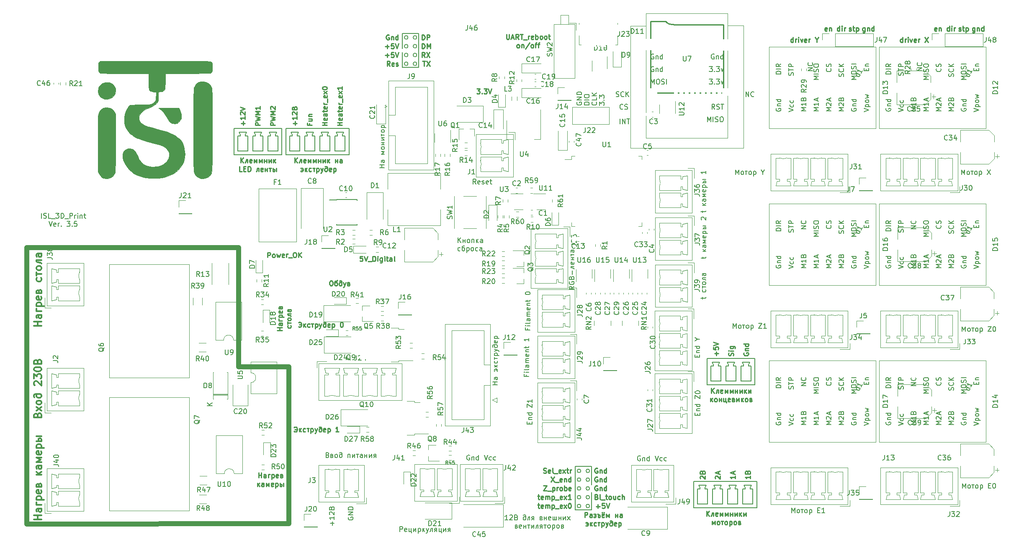
<source format=gto>
G04 #@! TF.GenerationSoftware,KiCad,Pcbnew,(5.1.8)-1*
G04 #@! TF.CreationDate,2021-04-24T13:58:40+03:00*
G04 #@! TF.ProjectId,3d_print_main,33645f70-7269-46e7-945f-6d61696e2e6b,rev?*
G04 #@! TF.SameCoordinates,Original*
G04 #@! TF.FileFunction,Legend,Top*
G04 #@! TF.FilePolarity,Positive*
%FSLAX46Y46*%
G04 Gerber Fmt 4.6, Leading zero omitted, Abs format (unit mm)*
G04 Created by KiCad (PCBNEW (5.1.8)-1) date 2021-04-24 13:58:40*
%MOMM*%
%LPD*%
G01*
G04 APERTURE LIST*
%ADD10C,0.150000*%
%ADD11C,0.250000*%
%ADD12C,0.375000*%
%ADD13C,1.000000*%
%ADD14C,0.010000*%
%ADD15C,0.120000*%
%ADD16O,1.902000X3.702000*%
%ADD17O,1.802000X1.802000*%
%ADD18C,2.102000*%
%ADD19C,1.852000*%
%ADD20C,1.802000*%
%ADD21O,3.702000X1.902000*%
%ADD22C,6.502000*%
%ADD23C,0.902000*%
%ADD24C,1.402000*%
%ADD25C,3.602000*%
%ADD26O,4.102000X3.102000*%
%ADD27C,1.552000*%
%ADD28O,1.302000X2.002000*%
%ADD29O,1.702000X1.702000*%
%ADD30O,2.302000X2.302000*%
%ADD31C,1.102000*%
G04 APERTURE END LIST*
D10*
X163147523Y-111359380D02*
X163480857Y-112359380D01*
X163814190Y-111359380D01*
X164576095Y-112311761D02*
X164480857Y-112359380D01*
X164290380Y-112359380D01*
X164195142Y-112311761D01*
X164147523Y-112264142D01*
X164099904Y-112168904D01*
X164099904Y-111883190D01*
X164147523Y-111787952D01*
X164195142Y-111740333D01*
X164290380Y-111692714D01*
X164480857Y-111692714D01*
X164576095Y-111740333D01*
X165433238Y-112311761D02*
X165338000Y-112359380D01*
X165147523Y-112359380D01*
X165052285Y-112311761D01*
X165004666Y-112264142D01*
X164957047Y-112168904D01*
X164957047Y-111883190D01*
X165004666Y-111787952D01*
X165052285Y-111740333D01*
X165147523Y-111692714D01*
X165338000Y-111692714D01*
X165433238Y-111740333D01*
X160139142Y-111407000D02*
X160043904Y-111359380D01*
X159901047Y-111359380D01*
X159758190Y-111407000D01*
X159662952Y-111502238D01*
X159615333Y-111597476D01*
X159567714Y-111787952D01*
X159567714Y-111930809D01*
X159615333Y-112121285D01*
X159662952Y-112216523D01*
X159758190Y-112311761D01*
X159901047Y-112359380D01*
X159996285Y-112359380D01*
X160139142Y-112311761D01*
X160186761Y-112264142D01*
X160186761Y-111930809D01*
X159996285Y-111930809D01*
X160615333Y-111692714D02*
X160615333Y-112359380D01*
X160615333Y-111787952D02*
X160662952Y-111740333D01*
X160758190Y-111692714D01*
X160901047Y-111692714D01*
X160996285Y-111740333D01*
X161043904Y-111835571D01*
X161043904Y-112359380D01*
X161948666Y-112359380D02*
X161948666Y-111359380D01*
X161948666Y-112311761D02*
X161853428Y-112359380D01*
X161662952Y-112359380D01*
X161567714Y-112311761D01*
X161520095Y-112264142D01*
X161472476Y-112168904D01*
X161472476Y-111883190D01*
X161520095Y-111787952D01*
X161567714Y-111740333D01*
X161662952Y-111692714D01*
X161853428Y-111692714D01*
X161948666Y-111740333D01*
D11*
X213181474Y-27630380D02*
X213181474Y-26630380D01*
X213181474Y-27582761D02*
X213086236Y-27630380D01*
X212895759Y-27630380D01*
X212800521Y-27582761D01*
X212752902Y-27535142D01*
X212705283Y-27439904D01*
X212705283Y-27154190D01*
X212752902Y-27058952D01*
X212800521Y-27011333D01*
X212895759Y-26963714D01*
X213086236Y-26963714D01*
X213181474Y-27011333D01*
X213657664Y-27630380D02*
X213657664Y-26963714D01*
X213657664Y-27154190D02*
X213705283Y-27058952D01*
X213752902Y-27011333D01*
X213848140Y-26963714D01*
X213943378Y-26963714D01*
X214276712Y-27630380D02*
X214276712Y-26963714D01*
X214276712Y-26630380D02*
X214229093Y-26678000D01*
X214276712Y-26725619D01*
X214324331Y-26678000D01*
X214276712Y-26630380D01*
X214276712Y-26725619D01*
X214657664Y-26963714D02*
X214895759Y-27630380D01*
X215133855Y-26963714D01*
X215895759Y-27582761D02*
X215800521Y-27630380D01*
X215610045Y-27630380D01*
X215514807Y-27582761D01*
X215467188Y-27487523D01*
X215467188Y-27106571D01*
X215514807Y-27011333D01*
X215610045Y-26963714D01*
X215800521Y-26963714D01*
X215895759Y-27011333D01*
X215943378Y-27106571D01*
X215943378Y-27201809D01*
X215467188Y-27297047D01*
X216371950Y-27630380D02*
X216371950Y-26963714D01*
X216371950Y-27154190D02*
X216419569Y-27058952D01*
X216467188Y-27011333D01*
X216562426Y-26963714D01*
X216657664Y-26963714D01*
X217657664Y-26630380D02*
X218324331Y-27630380D01*
X218324331Y-26630380D02*
X217657664Y-27630380D01*
X191032095Y-27630380D02*
X191032095Y-26630380D01*
X191032095Y-27582761D02*
X190936857Y-27630380D01*
X190746380Y-27630380D01*
X190651142Y-27582761D01*
X190603523Y-27535142D01*
X190555904Y-27439904D01*
X190555904Y-27154190D01*
X190603523Y-27058952D01*
X190651142Y-27011333D01*
X190746380Y-26963714D01*
X190936857Y-26963714D01*
X191032095Y-27011333D01*
X191508285Y-27630380D02*
X191508285Y-26963714D01*
X191508285Y-27154190D02*
X191555904Y-27058952D01*
X191603523Y-27011333D01*
X191698761Y-26963714D01*
X191794000Y-26963714D01*
X192127333Y-27630380D02*
X192127333Y-26963714D01*
X192127333Y-26630380D02*
X192079714Y-26678000D01*
X192127333Y-26725619D01*
X192174952Y-26678000D01*
X192127333Y-26630380D01*
X192127333Y-26725619D01*
X192508285Y-26963714D02*
X192746380Y-27630380D01*
X192984476Y-26963714D01*
X193746380Y-27582761D02*
X193651142Y-27630380D01*
X193460666Y-27630380D01*
X193365428Y-27582761D01*
X193317809Y-27487523D01*
X193317809Y-27106571D01*
X193365428Y-27011333D01*
X193460666Y-26963714D01*
X193651142Y-26963714D01*
X193746380Y-27011333D01*
X193794000Y-27106571D01*
X193794000Y-27201809D01*
X193317809Y-27297047D01*
X194222571Y-27630380D02*
X194222571Y-26963714D01*
X194222571Y-27154190D02*
X194270190Y-27058952D01*
X194317809Y-27011333D01*
X194413047Y-26963714D01*
X194508285Y-26963714D01*
X195794000Y-27154190D02*
X195794000Y-27630380D01*
X195460666Y-26630380D02*
X195794000Y-27154190D01*
X196127333Y-26630380D01*
X222622662Y-25344380D02*
X222622662Y-24344380D01*
X222622662Y-25296761D02*
X222527424Y-25344380D01*
X222336948Y-25344380D01*
X222241710Y-25296761D01*
X222194091Y-25249142D01*
X222146472Y-25153904D01*
X222146472Y-24868190D01*
X222194091Y-24772952D01*
X222241710Y-24725333D01*
X222336948Y-24677714D01*
X222527424Y-24677714D01*
X222622662Y-24725333D01*
X223098853Y-25344380D02*
X223098853Y-24677714D01*
X223098853Y-24344380D02*
X223051234Y-24392000D01*
X223098853Y-24439619D01*
X223146472Y-24392000D01*
X223098853Y-24344380D01*
X223098853Y-24439619D01*
X223575043Y-25344380D02*
X223575043Y-24677714D01*
X223575043Y-24868190D02*
X223622662Y-24772952D01*
X223670281Y-24725333D01*
X223765519Y-24677714D01*
X223860757Y-24677714D01*
X224543615Y-25296761D02*
X224638853Y-25344380D01*
X224829329Y-25344380D01*
X224924567Y-25296761D01*
X224972186Y-25201523D01*
X224972186Y-25153904D01*
X224924567Y-25058666D01*
X224829329Y-25011047D01*
X224686472Y-25011047D01*
X224591234Y-24963428D01*
X224543615Y-24868190D01*
X224543615Y-24820571D01*
X224591234Y-24725333D01*
X224686472Y-24677714D01*
X224829329Y-24677714D01*
X224924567Y-24725333D01*
X225257900Y-24677714D02*
X225638853Y-24677714D01*
X225400757Y-24344380D02*
X225400757Y-25201523D01*
X225448376Y-25296761D01*
X225543615Y-25344380D01*
X225638853Y-25344380D01*
X225972186Y-24677714D02*
X225972186Y-25677714D01*
X225972186Y-24725333D02*
X226067424Y-24677714D01*
X226257900Y-24677714D01*
X226353138Y-24725333D01*
X226400757Y-24772952D01*
X226448376Y-24868190D01*
X226448376Y-25153904D01*
X226400757Y-25249142D01*
X226353138Y-25296761D01*
X226257900Y-25344380D01*
X226067424Y-25344380D01*
X225972186Y-25296761D01*
X227754521Y-24677714D02*
X227754521Y-25487238D01*
X227706902Y-25582476D01*
X227659283Y-25630095D01*
X227564045Y-25677714D01*
X227421188Y-25677714D01*
X227325950Y-25630095D01*
X227754521Y-25296761D02*
X227659283Y-25344380D01*
X227468807Y-25344380D01*
X227373569Y-25296761D01*
X227325950Y-25249142D01*
X227278331Y-25153904D01*
X227278331Y-24868190D01*
X227325950Y-24772952D01*
X227373569Y-24725333D01*
X227468807Y-24677714D01*
X227659283Y-24677714D01*
X227754521Y-24725333D01*
X228230712Y-24677714D02*
X228230712Y-25344380D01*
X228230712Y-24772952D02*
X228278331Y-24725333D01*
X228373569Y-24677714D01*
X228516426Y-24677714D01*
X228611664Y-24725333D01*
X228659283Y-24820571D01*
X228659283Y-25344380D01*
X229564045Y-25344380D02*
X229564045Y-24344380D01*
X229564045Y-25296761D02*
X229468807Y-25344380D01*
X229278331Y-25344380D01*
X229183093Y-25296761D01*
X229135474Y-25249142D01*
X229087855Y-25153904D01*
X229087855Y-24868190D01*
X229135474Y-24772952D01*
X229183093Y-24725333D01*
X229278331Y-24677714D01*
X229468807Y-24677714D01*
X229564045Y-24725333D01*
X220055093Y-25296761D02*
X219959855Y-25344380D01*
X219769378Y-25344380D01*
X219674140Y-25296761D01*
X219626521Y-25201523D01*
X219626521Y-24820571D01*
X219674140Y-24725333D01*
X219769378Y-24677714D01*
X219959855Y-24677714D01*
X220055093Y-24725333D01*
X220102712Y-24820571D01*
X220102712Y-24915809D01*
X219626521Y-25011047D01*
X220531283Y-24677714D02*
X220531283Y-25344380D01*
X220531283Y-24772952D02*
X220578902Y-24725333D01*
X220674140Y-24677714D01*
X220816998Y-24677714D01*
X220912236Y-24725333D01*
X220959855Y-24820571D01*
X220959855Y-25344380D01*
X205557523Y-24677714D02*
X205557523Y-25487238D01*
X205509904Y-25582476D01*
X205462285Y-25630095D01*
X205367047Y-25677714D01*
X205224190Y-25677714D01*
X205128952Y-25630095D01*
X205557523Y-25296761D02*
X205462285Y-25344380D01*
X205271809Y-25344380D01*
X205176571Y-25296761D01*
X205128952Y-25249142D01*
X205081333Y-25153904D01*
X205081333Y-24868190D01*
X205128952Y-24772952D01*
X205176571Y-24725333D01*
X205271809Y-24677714D01*
X205462285Y-24677714D01*
X205557523Y-24725333D01*
X206033714Y-24677714D02*
X206033714Y-25344380D01*
X206033714Y-24772952D02*
X206081333Y-24725333D01*
X206176571Y-24677714D01*
X206319428Y-24677714D01*
X206414666Y-24725333D01*
X206462285Y-24820571D01*
X206462285Y-25344380D01*
X207367047Y-25344380D02*
X207367047Y-24344380D01*
X207367047Y-25296761D02*
X207271809Y-25344380D01*
X207081333Y-25344380D01*
X206986095Y-25296761D01*
X206938476Y-25249142D01*
X206890857Y-25153904D01*
X206890857Y-24868190D01*
X206938476Y-24772952D01*
X206986095Y-24725333D01*
X207081333Y-24677714D01*
X207271809Y-24677714D01*
X207367047Y-24725333D01*
X202346617Y-25296761D02*
X202441855Y-25344380D01*
X202632331Y-25344380D01*
X202727569Y-25296761D01*
X202775188Y-25201523D01*
X202775188Y-25153904D01*
X202727569Y-25058666D01*
X202632331Y-25011047D01*
X202489474Y-25011047D01*
X202394236Y-24963428D01*
X202346617Y-24868190D01*
X202346617Y-24820571D01*
X202394236Y-24725333D01*
X202489474Y-24677714D01*
X202632331Y-24677714D01*
X202727569Y-24725333D01*
X203060902Y-24677714D02*
X203441855Y-24677714D01*
X203203759Y-24344380D02*
X203203759Y-25201523D01*
X203251378Y-25296761D01*
X203346617Y-25344380D01*
X203441855Y-25344380D01*
X203775188Y-24677714D02*
X203775188Y-25677714D01*
X203775188Y-24725333D02*
X203870426Y-24677714D01*
X204060902Y-24677714D01*
X204156140Y-24725333D01*
X204203759Y-24772952D01*
X204251378Y-24868190D01*
X204251378Y-25153904D01*
X204203759Y-25249142D01*
X204156140Y-25296761D01*
X204060902Y-25344380D01*
X203870426Y-25344380D01*
X203775188Y-25296761D01*
X200425664Y-25344380D02*
X200425664Y-24344380D01*
X200425664Y-25296761D02*
X200330426Y-25344380D01*
X200139950Y-25344380D01*
X200044712Y-25296761D01*
X199997093Y-25249142D01*
X199949474Y-25153904D01*
X199949474Y-24868190D01*
X199997093Y-24772952D01*
X200044712Y-24725333D01*
X200139950Y-24677714D01*
X200330426Y-24677714D01*
X200425664Y-24725333D01*
X200901855Y-25344380D02*
X200901855Y-24677714D01*
X200901855Y-24344380D02*
X200854236Y-24392000D01*
X200901855Y-24439619D01*
X200949474Y-24392000D01*
X200901855Y-24344380D01*
X200901855Y-24439619D01*
X201378045Y-25344380D02*
X201378045Y-24677714D01*
X201378045Y-24868190D02*
X201425664Y-24772952D01*
X201473283Y-24725333D01*
X201568521Y-24677714D01*
X201663759Y-24677714D01*
X197858095Y-25296761D02*
X197762857Y-25344380D01*
X197572380Y-25344380D01*
X197477142Y-25296761D01*
X197429523Y-25201523D01*
X197429523Y-24820571D01*
X197477142Y-24725333D01*
X197572380Y-24677714D01*
X197762857Y-24677714D01*
X197858095Y-24725333D01*
X197905714Y-24820571D01*
X197905714Y-24915809D01*
X197429523Y-25011047D01*
X198334285Y-24677714D02*
X198334285Y-25344380D01*
X198334285Y-24772952D02*
X198381904Y-24725333D01*
X198477142Y-24677714D01*
X198620000Y-24677714D01*
X198715238Y-24725333D01*
X198762857Y-24820571D01*
X198762857Y-25344380D01*
X86292380Y-44431404D02*
X85292380Y-44431404D01*
X85292380Y-44050452D01*
X85340000Y-43955214D01*
X85387619Y-43907595D01*
X85482857Y-43859976D01*
X85625714Y-43859976D01*
X85720952Y-43907595D01*
X85768571Y-43955214D01*
X85816190Y-44050452D01*
X85816190Y-44431404D01*
X85292380Y-43526642D02*
X86292380Y-43288547D01*
X85578095Y-43098071D01*
X86292380Y-42907595D01*
X85292380Y-42669500D01*
X86292380Y-42288547D02*
X85292380Y-42288547D01*
X86006666Y-41955214D01*
X85292380Y-41621880D01*
X86292380Y-41621880D01*
X85387619Y-41193309D02*
X85340000Y-41145690D01*
X85292380Y-41050452D01*
X85292380Y-40812357D01*
X85340000Y-40717119D01*
X85387619Y-40669500D01*
X85482857Y-40621880D01*
X85578095Y-40621880D01*
X85720952Y-40669500D01*
X86292380Y-41240928D01*
X86292380Y-40621880D01*
X79292000Y-52029380D02*
X79292000Y-51029380D01*
X79863428Y-52029380D02*
X79434857Y-51457952D01*
X79863428Y-51029380D02*
X79292000Y-51600809D01*
X80672952Y-52029380D02*
X80672952Y-51362714D01*
X80530095Y-51362714D01*
X80434857Y-51410333D01*
X80387238Y-51505571D01*
X80339619Y-51886523D01*
X80292000Y-51981761D01*
X80196761Y-52029380D01*
X81530095Y-51981761D02*
X81434857Y-52029380D01*
X81244380Y-52029380D01*
X81149142Y-51981761D01*
X81101523Y-51886523D01*
X81101523Y-51505571D01*
X81149142Y-51410333D01*
X81244380Y-51362714D01*
X81434857Y-51362714D01*
X81530095Y-51410333D01*
X81577714Y-51505571D01*
X81577714Y-51600809D01*
X81101523Y-51696047D01*
X82006285Y-52029380D02*
X82006285Y-51362714D01*
X82292000Y-51886523D01*
X82577714Y-51362714D01*
X82577714Y-52029380D01*
X83053904Y-52029380D02*
X83053904Y-51362714D01*
X83339619Y-51886523D01*
X83625333Y-51362714D01*
X83625333Y-52029380D01*
X84101523Y-51696047D02*
X84530095Y-51696047D01*
X84101523Y-51362714D02*
X84101523Y-52029380D01*
X84530095Y-51362714D02*
X84530095Y-52029380D01*
X85006285Y-51362714D02*
X85006285Y-52029380D01*
X85482476Y-51362714D01*
X85482476Y-52029380D01*
X85958666Y-51362714D02*
X85958666Y-52029380D01*
X86053904Y-51648428D02*
X86339619Y-52029380D01*
X86339619Y-51362714D02*
X85958666Y-51743666D01*
X79553904Y-53779380D02*
X79077714Y-53779380D01*
X79077714Y-52779380D01*
X79887238Y-53255571D02*
X80220571Y-53255571D01*
X80363428Y-53779380D02*
X79887238Y-53779380D01*
X79887238Y-52779380D01*
X80363428Y-52779380D01*
X80792000Y-53779380D02*
X80792000Y-52779380D01*
X81030095Y-52779380D01*
X81172952Y-52827000D01*
X81268190Y-52922238D01*
X81315809Y-53017476D01*
X81363428Y-53207952D01*
X81363428Y-53350809D01*
X81315809Y-53541285D01*
X81268190Y-53636523D01*
X81172952Y-53731761D01*
X81030095Y-53779380D01*
X80792000Y-53779380D01*
X82934857Y-53779380D02*
X82934857Y-53112714D01*
X82792000Y-53112714D01*
X82696761Y-53160333D01*
X82649142Y-53255571D01*
X82601523Y-53636523D01*
X82553904Y-53731761D01*
X82458666Y-53779380D01*
X83792000Y-53731761D02*
X83696761Y-53779380D01*
X83506285Y-53779380D01*
X83411047Y-53731761D01*
X83363428Y-53636523D01*
X83363428Y-53255571D01*
X83411047Y-53160333D01*
X83506285Y-53112714D01*
X83696761Y-53112714D01*
X83792000Y-53160333D01*
X83839619Y-53255571D01*
X83839619Y-53350809D01*
X83363428Y-53446047D01*
X84268190Y-53446047D02*
X84696761Y-53446047D01*
X84268190Y-53112714D02*
X84268190Y-53779380D01*
X84696761Y-53112714D02*
X84696761Y-53779380D01*
X85030095Y-53112714D02*
X85506285Y-53112714D01*
X85268190Y-53112714D02*
X85268190Y-53779380D01*
X86506285Y-53112714D02*
X86506285Y-53779380D01*
X85839619Y-53112714D02*
X85839619Y-53779380D01*
X86077714Y-53779380D01*
X86172952Y-53731761D01*
X86220571Y-53636523D01*
X86220571Y-53493666D01*
X86172952Y-53398428D01*
X86077714Y-53350809D01*
X85839619Y-53350809D01*
X79815428Y-44431404D02*
X79815428Y-43669500D01*
X80196380Y-44050452D02*
X79434476Y-44050452D01*
X80196380Y-42669500D02*
X80196380Y-43240928D01*
X80196380Y-42955214D02*
X79196380Y-42955214D01*
X79339238Y-43050452D01*
X79434476Y-43145690D01*
X79482095Y-43240928D01*
X79291619Y-42288547D02*
X79244000Y-42240928D01*
X79196380Y-42145690D01*
X79196380Y-41907595D01*
X79244000Y-41812357D01*
X79291619Y-41764738D01*
X79386857Y-41717119D01*
X79482095Y-41717119D01*
X79624952Y-41764738D01*
X80196380Y-42336166D01*
X80196380Y-41717119D01*
X79196380Y-41431404D02*
X80196380Y-41098071D01*
X79196380Y-40764738D01*
X83244380Y-44431404D02*
X82244380Y-44431404D01*
X82244380Y-44050452D01*
X82292000Y-43955214D01*
X82339619Y-43907595D01*
X82434857Y-43859976D01*
X82577714Y-43859976D01*
X82672952Y-43907595D01*
X82720571Y-43955214D01*
X82768190Y-44050452D01*
X82768190Y-44431404D01*
X82244380Y-43526642D02*
X83244380Y-43288547D01*
X82530095Y-43098071D01*
X83244380Y-42907595D01*
X82244380Y-42669500D01*
X83244380Y-42288547D02*
X82244380Y-42288547D01*
X82958666Y-41955214D01*
X82244380Y-41621880D01*
X83244380Y-41621880D01*
X83244380Y-40621880D02*
X83244380Y-41193309D01*
X83244380Y-40907595D02*
X82244380Y-40907595D01*
X82387238Y-41002833D01*
X82482476Y-41098071D01*
X82530095Y-41193309D01*
D10*
X86602000Y-45848000D02*
X86348000Y-46356000D01*
X83808000Y-49658000D02*
X81776000Y-49658000D01*
X81776000Y-49658000D02*
X81776000Y-46610000D01*
X87618000Y-50420000D02*
X87618000Y-45086000D01*
X79236000Y-46610000D02*
X79236000Y-46356000D01*
X79236000Y-46356000D02*
X78982000Y-45848000D01*
X81776000Y-46610000D02*
X82284000Y-46610000D01*
X83554000Y-45848000D02*
X83300000Y-46356000D01*
X87618000Y-50420000D02*
X77966000Y-50420000D01*
X78728000Y-46610000D02*
X79236000Y-46610000D01*
X80252000Y-46610000D02*
X80760000Y-46610000D01*
X85078000Y-45848000D02*
X86602000Y-45848000D01*
X82030000Y-45848000D02*
X83554000Y-45848000D01*
X83300000Y-46356000D02*
X83300000Y-46610000D01*
X82284000Y-46610000D02*
X82284000Y-46356000D01*
X86348000Y-46356000D02*
X86348000Y-46610000D01*
X80760000Y-46610000D02*
X80760000Y-49658000D01*
X86856000Y-46610000D02*
X86856000Y-49658000D01*
X83300000Y-46610000D02*
X83808000Y-46610000D01*
X86856000Y-49658000D02*
X84824000Y-49658000D01*
X77966000Y-45086000D02*
X77966000Y-50420000D01*
X80506000Y-45848000D02*
X80252000Y-46356000D01*
X80760000Y-49658000D02*
X78728000Y-49658000D01*
X82284000Y-46356000D02*
X82030000Y-45848000D01*
X84824000Y-46610000D02*
X85332000Y-46610000D01*
X84824000Y-49658000D02*
X84824000Y-46610000D01*
X78728000Y-49658000D02*
X78728000Y-46610000D01*
X80252000Y-46356000D02*
X80252000Y-46610000D01*
X85332000Y-46356000D02*
X85078000Y-45848000D01*
X78982000Y-45848000D02*
X80506000Y-45848000D01*
X83808000Y-46610000D02*
X83808000Y-49658000D01*
X85332000Y-46610000D02*
X85332000Y-46356000D01*
X86348000Y-46610000D02*
X86856000Y-46610000D01*
X87618000Y-45086000D02*
X77966000Y-45086000D01*
X137696071Y-104913380D02*
X137696071Y-104580047D01*
X138219880Y-104437190D02*
X138219880Y-104913380D01*
X137219880Y-104913380D01*
X137219880Y-104437190D01*
X137553214Y-104008619D02*
X138219880Y-104008619D01*
X137648452Y-104008619D02*
X137600833Y-103961000D01*
X137553214Y-103865761D01*
X137553214Y-103722904D01*
X137600833Y-103627666D01*
X137696071Y-103580047D01*
X138219880Y-103580047D01*
X138219880Y-102675285D02*
X137219880Y-102675285D01*
X138172261Y-102675285D02*
X138219880Y-102770523D01*
X138219880Y-102961000D01*
X138172261Y-103056238D01*
X138124642Y-103103857D01*
X138029404Y-103151476D01*
X137743690Y-103151476D01*
X137648452Y-103103857D01*
X137600833Y-103056238D01*
X137553214Y-102961000D01*
X137553214Y-102770523D01*
X137600833Y-102675285D01*
X137219880Y-101532428D02*
X137219880Y-100865761D01*
X138219880Y-101532428D01*
X138219880Y-100865761D01*
X138219880Y-99961000D02*
X138219880Y-100532428D01*
X138219880Y-100246714D02*
X137219880Y-100246714D01*
X137362738Y-100341952D01*
X137457976Y-100437190D01*
X137505595Y-100532428D01*
D11*
X90315428Y-44431404D02*
X90315428Y-43669500D01*
X90696380Y-44050452D02*
X89934476Y-44050452D01*
X90696380Y-42669500D02*
X90696380Y-43240928D01*
X90696380Y-42955214D02*
X89696380Y-42955214D01*
X89839238Y-43050452D01*
X89934476Y-43145690D01*
X89982095Y-43240928D01*
X89791619Y-42288547D02*
X89744000Y-42240928D01*
X89696380Y-42145690D01*
X89696380Y-41907595D01*
X89744000Y-41812357D01*
X89791619Y-41764738D01*
X89886857Y-41717119D01*
X89982095Y-41717119D01*
X90124952Y-41764738D01*
X90696380Y-42336166D01*
X90696380Y-41717119D01*
X90172571Y-40955214D02*
X90220190Y-40812357D01*
X90267809Y-40764738D01*
X90363047Y-40717119D01*
X90505904Y-40717119D01*
X90601142Y-40764738D01*
X90648761Y-40812357D01*
X90696380Y-40907595D01*
X90696380Y-41288547D01*
X89696380Y-41288547D01*
X89696380Y-40955214D01*
X89744000Y-40859976D01*
X89791619Y-40812357D01*
X89886857Y-40764738D01*
X89982095Y-40764738D01*
X90077333Y-40812357D01*
X90124952Y-40859976D01*
X90172571Y-40955214D01*
X90172571Y-41288547D01*
X96792380Y-44431404D02*
X95792380Y-44431404D01*
X96268571Y-44431404D02*
X96268571Y-43859976D01*
X96792380Y-43859976D02*
X95792380Y-43859976D01*
X96744761Y-43002833D02*
X96792380Y-43098071D01*
X96792380Y-43288547D01*
X96744761Y-43383785D01*
X96649523Y-43431404D01*
X96268571Y-43431404D01*
X96173333Y-43383785D01*
X96125714Y-43288547D01*
X96125714Y-43098071D01*
X96173333Y-43002833D01*
X96268571Y-42955214D01*
X96363809Y-42955214D01*
X96459047Y-43431404D01*
X96792380Y-42098071D02*
X96268571Y-42098071D01*
X96173333Y-42145690D01*
X96125714Y-42240928D01*
X96125714Y-42431404D01*
X96173333Y-42526642D01*
X96744761Y-42098071D02*
X96792380Y-42193309D01*
X96792380Y-42431404D01*
X96744761Y-42526642D01*
X96649523Y-42574261D01*
X96554285Y-42574261D01*
X96459047Y-42526642D01*
X96411428Y-42431404D01*
X96411428Y-42193309D01*
X96363809Y-42098071D01*
X96125714Y-41764738D02*
X96125714Y-41383785D01*
X95792380Y-41621880D02*
X96649523Y-41621880D01*
X96744761Y-41574261D01*
X96792380Y-41479023D01*
X96792380Y-41383785D01*
X96744761Y-40669500D02*
X96792380Y-40764738D01*
X96792380Y-40955214D01*
X96744761Y-41050452D01*
X96649523Y-41098071D01*
X96268571Y-41098071D01*
X96173333Y-41050452D01*
X96125714Y-40955214D01*
X96125714Y-40764738D01*
X96173333Y-40669500D01*
X96268571Y-40621880D01*
X96363809Y-40621880D01*
X96459047Y-41098071D01*
X96792380Y-40193309D02*
X96125714Y-40193309D01*
X96316190Y-40193309D02*
X96220952Y-40145690D01*
X96173333Y-40098071D01*
X96125714Y-40002833D01*
X96125714Y-39907595D01*
X96887619Y-39812357D02*
X96887619Y-39050452D01*
X96744761Y-38431404D02*
X96792380Y-38526642D01*
X96792380Y-38717119D01*
X96744761Y-38812357D01*
X96649523Y-38859976D01*
X96268571Y-38859976D01*
X96173333Y-38812357D01*
X96125714Y-38717119D01*
X96125714Y-38526642D01*
X96173333Y-38431404D01*
X96268571Y-38383785D01*
X96363809Y-38383785D01*
X96459047Y-38859976D01*
X96792380Y-38050452D02*
X96125714Y-37526642D01*
X96125714Y-38050452D02*
X96792380Y-37526642D01*
X95792380Y-36955214D02*
X95792380Y-36859976D01*
X95840000Y-36764738D01*
X95887619Y-36717119D01*
X95982857Y-36669500D01*
X96173333Y-36621880D01*
X96411428Y-36621880D01*
X96601904Y-36669500D01*
X96697142Y-36717119D01*
X96744761Y-36764738D01*
X96792380Y-36859976D01*
X96792380Y-36955214D01*
X96744761Y-37050452D01*
X96697142Y-37098071D01*
X96601904Y-37145690D01*
X96411428Y-37193309D01*
X96173333Y-37193309D01*
X95982857Y-37145690D01*
X95887619Y-37098071D01*
X95840000Y-37050452D01*
X95792380Y-36955214D01*
X90214285Y-52029380D02*
X90214285Y-51029380D01*
X90785714Y-52029380D02*
X90357142Y-51457952D01*
X90785714Y-51029380D02*
X90214285Y-51600809D01*
X91595238Y-52029380D02*
X91595238Y-51362714D01*
X91452380Y-51362714D01*
X91357142Y-51410333D01*
X91309523Y-51505571D01*
X91261904Y-51886523D01*
X91214285Y-51981761D01*
X91119047Y-52029380D01*
X92452380Y-51981761D02*
X92357142Y-52029380D01*
X92166666Y-52029380D01*
X92071428Y-51981761D01*
X92023809Y-51886523D01*
X92023809Y-51505571D01*
X92071428Y-51410333D01*
X92166666Y-51362714D01*
X92357142Y-51362714D01*
X92452380Y-51410333D01*
X92500000Y-51505571D01*
X92500000Y-51600809D01*
X92023809Y-51696047D01*
X92928571Y-52029380D02*
X92928571Y-51362714D01*
X93214285Y-51886523D01*
X93500000Y-51362714D01*
X93500000Y-52029380D01*
X93976190Y-52029380D02*
X93976190Y-51362714D01*
X94261904Y-51886523D01*
X94547619Y-51362714D01*
X94547619Y-52029380D01*
X95023809Y-51696047D02*
X95452380Y-51696047D01*
X95023809Y-51362714D02*
X95023809Y-52029380D01*
X95452380Y-51362714D02*
X95452380Y-52029380D01*
X95928571Y-51362714D02*
X95928571Y-52029380D01*
X96404761Y-51362714D01*
X96404761Y-52029380D01*
X96880952Y-51362714D02*
X96880952Y-52029380D01*
X96976190Y-51648428D02*
X97261904Y-52029380D01*
X97261904Y-51362714D02*
X96880952Y-51743666D01*
X98452380Y-51696047D02*
X98880952Y-51696047D01*
X98452380Y-51362714D02*
X98452380Y-52029380D01*
X98880952Y-51362714D02*
X98880952Y-52029380D01*
X99785714Y-52029380D02*
X99785714Y-51505571D01*
X99738095Y-51410333D01*
X99642857Y-51362714D01*
X99452380Y-51362714D01*
X99357142Y-51410333D01*
X99785714Y-51981761D02*
X99690476Y-52029380D01*
X99452380Y-52029380D01*
X99357142Y-51981761D01*
X99309523Y-51886523D01*
X99309523Y-51791285D01*
X99357142Y-51696047D01*
X99452380Y-51648428D01*
X99690476Y-51648428D01*
X99785714Y-51600809D01*
X91904761Y-53446047D02*
X91571428Y-53446047D01*
X91428571Y-53160333D02*
X91523809Y-53112714D01*
X91714285Y-53112714D01*
X91809523Y-53160333D01*
X91857142Y-53207952D01*
X91904761Y-53303190D01*
X91904761Y-53588904D01*
X91857142Y-53684142D01*
X91809523Y-53731761D01*
X91714285Y-53779380D01*
X91523809Y-53779380D01*
X91428571Y-53731761D01*
X92333333Y-53112714D02*
X92333333Y-53779380D01*
X92428571Y-53398428D02*
X92714285Y-53779380D01*
X92714285Y-53112714D02*
X92333333Y-53493666D01*
X93571428Y-53731761D02*
X93476190Y-53779380D01*
X93285714Y-53779380D01*
X93190476Y-53731761D01*
X93142857Y-53684142D01*
X93095238Y-53588904D01*
X93095238Y-53303190D01*
X93142857Y-53207952D01*
X93190476Y-53160333D01*
X93285714Y-53112714D01*
X93476190Y-53112714D01*
X93571428Y-53160333D01*
X93857142Y-53112714D02*
X94333333Y-53112714D01*
X94095238Y-53112714D02*
X94095238Y-53779380D01*
X94666666Y-53112714D02*
X94666666Y-54112714D01*
X94666666Y-53160333D02*
X94761904Y-53112714D01*
X94952380Y-53112714D01*
X95047619Y-53160333D01*
X95095238Y-53207952D01*
X95142857Y-53303190D01*
X95142857Y-53588904D01*
X95095238Y-53684142D01*
X95047619Y-53731761D01*
X94952380Y-53779380D01*
X94761904Y-53779380D01*
X94666666Y-53731761D01*
X95476190Y-53112714D02*
X95714285Y-53779380D01*
X95952380Y-53112714D02*
X95714285Y-53779380D01*
X95619047Y-54017476D01*
X95571428Y-54065095D01*
X95476190Y-54112714D01*
X96809523Y-53207952D02*
X96761904Y-53160333D01*
X96666666Y-53112714D01*
X96476190Y-53112714D01*
X96380952Y-53160333D01*
X96333333Y-53207952D01*
X96285714Y-53303190D01*
X96285714Y-53588904D01*
X96333333Y-53684142D01*
X96380952Y-53731761D01*
X96476190Y-53779380D01*
X96619047Y-53779380D01*
X96714285Y-53731761D01*
X96761904Y-53684142D01*
X96809523Y-53588904D01*
X96809523Y-52969857D01*
X96761904Y-52874619D01*
X96714285Y-52827000D01*
X96619047Y-52779380D01*
X96428571Y-52779380D01*
X96333333Y-52827000D01*
X97619047Y-53731761D02*
X97523809Y-53779380D01*
X97333333Y-53779380D01*
X97238095Y-53731761D01*
X97190476Y-53636523D01*
X97190476Y-53255571D01*
X97238095Y-53160333D01*
X97333333Y-53112714D01*
X97523809Y-53112714D01*
X97619047Y-53160333D01*
X97666666Y-53255571D01*
X97666666Y-53350809D01*
X97190476Y-53446047D01*
X98095238Y-53112714D02*
X98095238Y-54112714D01*
X98095238Y-53160333D02*
X98190476Y-53112714D01*
X98380952Y-53112714D01*
X98476190Y-53160333D01*
X98523809Y-53207952D01*
X98571428Y-53303190D01*
X98571428Y-53588904D01*
X98523809Y-53684142D01*
X98476190Y-53731761D01*
X98380952Y-53779380D01*
X98190476Y-53779380D01*
X98095238Y-53731761D01*
X93220571Y-44098071D02*
X93220571Y-44431404D01*
X93744380Y-44431404D02*
X92744380Y-44431404D01*
X92744380Y-43955214D01*
X93077714Y-43145690D02*
X93744380Y-43145690D01*
X93077714Y-43574261D02*
X93601523Y-43574261D01*
X93696761Y-43526642D01*
X93744380Y-43431404D01*
X93744380Y-43288547D01*
X93696761Y-43193309D01*
X93649142Y-43145690D01*
X93077714Y-42669500D02*
X93744380Y-42669500D01*
X93172952Y-42669500D02*
X93125333Y-42621880D01*
X93077714Y-42526642D01*
X93077714Y-42383785D01*
X93125333Y-42288547D01*
X93220571Y-42240928D01*
X93744380Y-42240928D01*
X99840380Y-44431404D02*
X98840380Y-44431404D01*
X99316571Y-44431404D02*
X99316571Y-43859976D01*
X99840380Y-43859976D02*
X98840380Y-43859976D01*
X99792761Y-43002833D02*
X99840380Y-43098071D01*
X99840380Y-43288547D01*
X99792761Y-43383785D01*
X99697523Y-43431404D01*
X99316571Y-43431404D01*
X99221333Y-43383785D01*
X99173714Y-43288547D01*
X99173714Y-43098071D01*
X99221333Y-43002833D01*
X99316571Y-42955214D01*
X99411809Y-42955214D01*
X99507047Y-43431404D01*
X99840380Y-42098071D02*
X99316571Y-42098071D01*
X99221333Y-42145690D01*
X99173714Y-42240928D01*
X99173714Y-42431404D01*
X99221333Y-42526642D01*
X99792761Y-42098071D02*
X99840380Y-42193309D01*
X99840380Y-42431404D01*
X99792761Y-42526642D01*
X99697523Y-42574261D01*
X99602285Y-42574261D01*
X99507047Y-42526642D01*
X99459428Y-42431404D01*
X99459428Y-42193309D01*
X99411809Y-42098071D01*
X99173714Y-41764738D02*
X99173714Y-41383785D01*
X98840380Y-41621880D02*
X99697523Y-41621880D01*
X99792761Y-41574261D01*
X99840380Y-41479023D01*
X99840380Y-41383785D01*
X99792761Y-40669500D02*
X99840380Y-40764738D01*
X99840380Y-40955214D01*
X99792761Y-41050452D01*
X99697523Y-41098071D01*
X99316571Y-41098071D01*
X99221333Y-41050452D01*
X99173714Y-40955214D01*
X99173714Y-40764738D01*
X99221333Y-40669500D01*
X99316571Y-40621880D01*
X99411809Y-40621880D01*
X99507047Y-41098071D01*
X99840380Y-40193309D02*
X99173714Y-40193309D01*
X99364190Y-40193309D02*
X99268952Y-40145690D01*
X99221333Y-40098071D01*
X99173714Y-40002833D01*
X99173714Y-39907595D01*
X99935619Y-39812357D02*
X99935619Y-39050452D01*
X99792761Y-38431404D02*
X99840380Y-38526642D01*
X99840380Y-38717119D01*
X99792761Y-38812357D01*
X99697523Y-38859976D01*
X99316571Y-38859976D01*
X99221333Y-38812357D01*
X99173714Y-38717119D01*
X99173714Y-38526642D01*
X99221333Y-38431404D01*
X99316571Y-38383785D01*
X99411809Y-38383785D01*
X99507047Y-38859976D01*
X99840380Y-38050452D02*
X99173714Y-37526642D01*
X99173714Y-38050452D02*
X99840380Y-37526642D01*
X99840380Y-36621880D02*
X99840380Y-37193309D01*
X99840380Y-36907595D02*
X98840380Y-36907595D01*
X98983238Y-37002833D01*
X99078476Y-37098071D01*
X99126095Y-37193309D01*
D10*
X100404000Y-49658000D02*
X98372000Y-49658000D01*
X98372000Y-46610000D02*
X98880000Y-46610000D01*
X99896000Y-46356000D02*
X99896000Y-46610000D01*
X101250000Y-50420000D02*
X101250000Y-45086000D01*
X92530000Y-45848000D02*
X94054000Y-45848000D01*
X93800000Y-46356000D02*
X93800000Y-46610000D01*
X97356000Y-49658000D02*
X95324000Y-49658000D01*
X88466000Y-45086000D02*
X88466000Y-50420000D01*
X95324000Y-46610000D02*
X95832000Y-46610000D01*
X89228000Y-49658000D02*
X89228000Y-46610000D01*
X90752000Y-46610000D02*
X91260000Y-46610000D01*
X96848000Y-46356000D02*
X96848000Y-46610000D01*
X97356000Y-46610000D02*
X97356000Y-49658000D01*
X91006000Y-45848000D02*
X90752000Y-46356000D01*
X90752000Y-46356000D02*
X90752000Y-46610000D01*
X95578000Y-45848000D02*
X97102000Y-45848000D01*
X92784000Y-46610000D02*
X92784000Y-46356000D01*
X91260000Y-46610000D02*
X91260000Y-49658000D01*
X93800000Y-46610000D02*
X94308000Y-46610000D01*
X91260000Y-49658000D02*
X89228000Y-49658000D01*
X92784000Y-46356000D02*
X92530000Y-45848000D01*
X95832000Y-46356000D02*
X95578000Y-45848000D01*
X96848000Y-46610000D02*
X97356000Y-46610000D01*
X95324000Y-49658000D02*
X95324000Y-46610000D01*
X89482000Y-45848000D02*
X91006000Y-45848000D01*
X94308000Y-46610000D02*
X94308000Y-49658000D01*
X95832000Y-46610000D02*
X95832000Y-46356000D01*
X101250000Y-45086000D02*
X88466000Y-45086000D01*
X97102000Y-45848000D02*
X96848000Y-46356000D01*
X89736000Y-46356000D02*
X89482000Y-45848000D01*
X98372000Y-49658000D02*
X98372000Y-46610000D01*
X100404000Y-46610000D02*
X100404000Y-49658000D01*
X98626000Y-45848000D02*
X100150000Y-45848000D01*
X98880000Y-46356000D02*
X98626000Y-45848000D01*
X92276000Y-46610000D02*
X92784000Y-46610000D01*
X94054000Y-45848000D02*
X93800000Y-46356000D01*
X89228000Y-46610000D02*
X89736000Y-46610000D01*
X99896000Y-46610000D02*
X100404000Y-46610000D01*
X98880000Y-46610000D02*
X98880000Y-46356000D01*
X92276000Y-49658000D02*
X92276000Y-46610000D01*
X89736000Y-46610000D02*
X89736000Y-46356000D01*
X101250000Y-50420000D02*
X88466000Y-50420000D01*
X100150000Y-45848000D02*
X99896000Y-46356000D01*
X94308000Y-49658000D02*
X92276000Y-49658000D01*
D11*
X148892095Y-123783380D02*
X148892095Y-122783380D01*
X149273047Y-122783380D01*
X149368285Y-122831000D01*
X149415904Y-122878619D01*
X149463523Y-122973857D01*
X149463523Y-123116714D01*
X149415904Y-123211952D01*
X149368285Y-123259571D01*
X149273047Y-123307190D01*
X148892095Y-123307190D01*
X150320666Y-123783380D02*
X150320666Y-123259571D01*
X150273047Y-123164333D01*
X150177809Y-123116714D01*
X149987333Y-123116714D01*
X149892095Y-123164333D01*
X150320666Y-123735761D02*
X150225428Y-123783380D01*
X149987333Y-123783380D01*
X149892095Y-123735761D01*
X149844476Y-123640523D01*
X149844476Y-123545285D01*
X149892095Y-123450047D01*
X149987333Y-123402428D01*
X150225428Y-123402428D01*
X150320666Y-123354809D01*
X150892095Y-123450047D02*
X150987333Y-123450047D01*
X150701619Y-123164333D02*
X150796857Y-123116714D01*
X150987333Y-123116714D01*
X151082571Y-123164333D01*
X151130190Y-123259571D01*
X151130190Y-123307190D01*
X151082571Y-123402428D01*
X150987333Y-123450047D01*
X151082571Y-123497666D01*
X151130190Y-123592904D01*
X151130190Y-123640523D01*
X151082571Y-123735761D01*
X150987333Y-123783380D01*
X150796857Y-123783380D01*
X150701619Y-123735761D01*
X151415904Y-123116714D02*
X151606380Y-123116714D01*
X151606380Y-123783380D01*
X151844476Y-123783380D01*
X151939714Y-123735761D01*
X151987333Y-123640523D01*
X151987333Y-123497666D01*
X151939714Y-123402428D01*
X151844476Y-123354809D01*
X151606380Y-123354809D01*
X152796857Y-123735761D02*
X152701619Y-123783380D01*
X152511142Y-123783380D01*
X152415904Y-123735761D01*
X152368285Y-123640523D01*
X152368285Y-123259571D01*
X152415904Y-123164333D01*
X152511142Y-123116714D01*
X152701619Y-123116714D01*
X152796857Y-123164333D01*
X152844476Y-123259571D01*
X152844476Y-123354809D01*
X152368285Y-123450047D01*
X152415904Y-122783380D02*
X152463523Y-122831000D01*
X152415904Y-122878619D01*
X152368285Y-122831000D01*
X152415904Y-122783380D01*
X152415904Y-122878619D01*
X152796857Y-122783380D02*
X152844476Y-122831000D01*
X152796857Y-122878619D01*
X152749238Y-122831000D01*
X152796857Y-122783380D01*
X152796857Y-122878619D01*
X153273047Y-123783380D02*
X153273047Y-123116714D01*
X153558761Y-123640523D01*
X153844476Y-123116714D01*
X153844476Y-123783380D01*
X155082571Y-123450047D02*
X155511142Y-123450047D01*
X155082571Y-123116714D02*
X155082571Y-123783380D01*
X155511142Y-123116714D02*
X155511142Y-123783380D01*
X156415904Y-123783380D02*
X156415904Y-123259571D01*
X156368285Y-123164333D01*
X156273047Y-123116714D01*
X156082571Y-123116714D01*
X155987333Y-123164333D01*
X156415904Y-123735761D02*
X156320666Y-123783380D01*
X156082571Y-123783380D01*
X155987333Y-123735761D01*
X155939714Y-123640523D01*
X155939714Y-123545285D01*
X155987333Y-123450047D01*
X156082571Y-123402428D01*
X156320666Y-123402428D01*
X156415904Y-123354809D01*
X149558761Y-125200047D02*
X149225428Y-125200047D01*
X149082571Y-124914333D02*
X149177809Y-124866714D01*
X149368285Y-124866714D01*
X149463523Y-124914333D01*
X149511142Y-124961952D01*
X149558761Y-125057190D01*
X149558761Y-125342904D01*
X149511142Y-125438142D01*
X149463523Y-125485761D01*
X149368285Y-125533380D01*
X149177809Y-125533380D01*
X149082571Y-125485761D01*
X149987333Y-124866714D02*
X149987333Y-125533380D01*
X150082571Y-125152428D02*
X150368285Y-125533380D01*
X150368285Y-124866714D02*
X149987333Y-125247666D01*
X151225428Y-125485761D02*
X151130190Y-125533380D01*
X150939714Y-125533380D01*
X150844476Y-125485761D01*
X150796857Y-125438142D01*
X150749238Y-125342904D01*
X150749238Y-125057190D01*
X150796857Y-124961952D01*
X150844476Y-124914333D01*
X150939714Y-124866714D01*
X151130190Y-124866714D01*
X151225428Y-124914333D01*
X151511142Y-124866714D02*
X151987333Y-124866714D01*
X151749238Y-124866714D02*
X151749238Y-125533380D01*
X152320666Y-124866714D02*
X152320666Y-125866714D01*
X152320666Y-124914333D02*
X152415904Y-124866714D01*
X152606380Y-124866714D01*
X152701619Y-124914333D01*
X152749238Y-124961952D01*
X152796857Y-125057190D01*
X152796857Y-125342904D01*
X152749238Y-125438142D01*
X152701619Y-125485761D01*
X152606380Y-125533380D01*
X152415904Y-125533380D01*
X152320666Y-125485761D01*
X153130190Y-124866714D02*
X153368285Y-125533380D01*
X153606380Y-124866714D02*
X153368285Y-125533380D01*
X153273047Y-125771476D01*
X153225428Y-125819095D01*
X153130190Y-125866714D01*
X154463523Y-124961952D02*
X154415904Y-124914333D01*
X154320666Y-124866714D01*
X154130190Y-124866714D01*
X154034952Y-124914333D01*
X153987333Y-124961952D01*
X153939714Y-125057190D01*
X153939714Y-125342904D01*
X153987333Y-125438142D01*
X154034952Y-125485761D01*
X154130190Y-125533380D01*
X154273047Y-125533380D01*
X154368285Y-125485761D01*
X154415904Y-125438142D01*
X154463523Y-125342904D01*
X154463523Y-124723857D01*
X154415904Y-124628619D01*
X154368285Y-124581000D01*
X154273047Y-124533380D01*
X154082571Y-124533380D01*
X153987333Y-124581000D01*
X155273047Y-125485761D02*
X155177809Y-125533380D01*
X154987333Y-125533380D01*
X154892095Y-125485761D01*
X154844476Y-125390523D01*
X154844476Y-125009571D01*
X154892095Y-124914333D01*
X154987333Y-124866714D01*
X155177809Y-124866714D01*
X155273047Y-124914333D01*
X155320666Y-125009571D01*
X155320666Y-125104809D01*
X154844476Y-125200047D01*
X155749238Y-124866714D02*
X155749238Y-125866714D01*
X155749238Y-124914333D02*
X155844476Y-124866714D01*
X156034952Y-124866714D01*
X156130190Y-124914333D01*
X156177809Y-124961952D01*
X156225428Y-125057190D01*
X156225428Y-125342904D01*
X156177809Y-125438142D01*
X156130190Y-125485761D01*
X156034952Y-125533380D01*
X155844476Y-125533380D01*
X155749238Y-125485761D01*
X140545595Y-114804761D02*
X140688452Y-114852380D01*
X140926547Y-114852380D01*
X141021785Y-114804761D01*
X141069404Y-114757142D01*
X141117023Y-114661904D01*
X141117023Y-114566666D01*
X141069404Y-114471428D01*
X141021785Y-114423809D01*
X140926547Y-114376190D01*
X140736071Y-114328571D01*
X140640833Y-114280952D01*
X140593214Y-114233333D01*
X140545595Y-114138095D01*
X140545595Y-114042857D01*
X140593214Y-113947619D01*
X140640833Y-113900000D01*
X140736071Y-113852380D01*
X140974166Y-113852380D01*
X141117023Y-113900000D01*
X141926547Y-114804761D02*
X141831309Y-114852380D01*
X141640833Y-114852380D01*
X141545595Y-114804761D01*
X141497976Y-114709523D01*
X141497976Y-114328571D01*
X141545595Y-114233333D01*
X141640833Y-114185714D01*
X141831309Y-114185714D01*
X141926547Y-114233333D01*
X141974166Y-114328571D01*
X141974166Y-114423809D01*
X141497976Y-114519047D01*
X142545595Y-114852380D02*
X142450357Y-114804761D01*
X142402738Y-114709523D01*
X142402738Y-113852380D01*
X142688452Y-114947619D02*
X143450357Y-114947619D01*
X144069404Y-114804761D02*
X143974166Y-114852380D01*
X143783690Y-114852380D01*
X143688452Y-114804761D01*
X143640833Y-114709523D01*
X143640833Y-114328571D01*
X143688452Y-114233333D01*
X143783690Y-114185714D01*
X143974166Y-114185714D01*
X144069404Y-114233333D01*
X144117023Y-114328571D01*
X144117023Y-114423809D01*
X143640833Y-114519047D01*
X144450357Y-114852380D02*
X144974166Y-114185714D01*
X144450357Y-114185714D02*
X144974166Y-114852380D01*
X145212261Y-114185714D02*
X145593214Y-114185714D01*
X145355119Y-113852380D02*
X145355119Y-114709523D01*
X145402738Y-114804761D01*
X145497976Y-114852380D01*
X145593214Y-114852380D01*
X145926547Y-114852380D02*
X145926547Y-114185714D01*
X145926547Y-114376190D02*
X145974166Y-114280952D01*
X146021785Y-114233333D01*
X146117023Y-114185714D01*
X146212261Y-114185714D01*
X151458404Y-113900000D02*
X151363166Y-113852380D01*
X151220309Y-113852380D01*
X151077452Y-113900000D01*
X150982214Y-113995238D01*
X150934595Y-114090476D01*
X150886976Y-114280952D01*
X150886976Y-114423809D01*
X150934595Y-114614285D01*
X150982214Y-114709523D01*
X151077452Y-114804761D01*
X151220309Y-114852380D01*
X151315547Y-114852380D01*
X151458404Y-114804761D01*
X151506023Y-114757142D01*
X151506023Y-114423809D01*
X151315547Y-114423809D01*
X151934595Y-114185714D02*
X151934595Y-114852380D01*
X151934595Y-114280952D02*
X151982214Y-114233333D01*
X152077452Y-114185714D01*
X152220309Y-114185714D01*
X152315547Y-114233333D01*
X152363166Y-114328571D01*
X152363166Y-114852380D01*
X153267928Y-114852380D02*
X153267928Y-113852380D01*
X153267928Y-114804761D02*
X153172690Y-114852380D01*
X152982214Y-114852380D01*
X152886976Y-114804761D01*
X152839357Y-114757142D01*
X152791738Y-114661904D01*
X152791738Y-114376190D01*
X152839357Y-114280952D01*
X152886976Y-114233333D01*
X152982214Y-114185714D01*
X153172690Y-114185714D01*
X153267928Y-114233333D01*
D10*
X150280000Y-113508000D02*
X150280000Y-117258000D01*
X148099210Y-114400000D02*
G75*
G03*
X148099210Y-114400000I-359210J0D01*
G01*
X149877210Y-114400000D02*
G75*
G03*
X149877210Y-114400000I-359210J0D01*
G01*
D11*
X140545595Y-117408380D02*
X141212261Y-117408380D01*
X140545595Y-118408380D01*
X141212261Y-118408380D01*
X141355119Y-118503619D02*
X142117023Y-118503619D01*
X142355119Y-117741714D02*
X142355119Y-118741714D01*
X142355119Y-117789333D02*
X142450357Y-117741714D01*
X142640833Y-117741714D01*
X142736071Y-117789333D01*
X142783690Y-117836952D01*
X142831309Y-117932190D01*
X142831309Y-118217904D01*
X142783690Y-118313142D01*
X142736071Y-118360761D01*
X142640833Y-118408380D01*
X142450357Y-118408380D01*
X142355119Y-118360761D01*
X143259880Y-118408380D02*
X143259880Y-117741714D01*
X143259880Y-117932190D02*
X143307500Y-117836952D01*
X143355119Y-117789333D01*
X143450357Y-117741714D01*
X143545595Y-117741714D01*
X144021785Y-118408380D02*
X143926547Y-118360761D01*
X143878928Y-118313142D01*
X143831309Y-118217904D01*
X143831309Y-117932190D01*
X143878928Y-117836952D01*
X143926547Y-117789333D01*
X144021785Y-117741714D01*
X144164642Y-117741714D01*
X144259880Y-117789333D01*
X144307500Y-117836952D01*
X144355119Y-117932190D01*
X144355119Y-118217904D01*
X144307500Y-118313142D01*
X144259880Y-118360761D01*
X144164642Y-118408380D01*
X144021785Y-118408380D01*
X144783690Y-118408380D02*
X144783690Y-117408380D01*
X144783690Y-117789333D02*
X144878928Y-117741714D01*
X145069404Y-117741714D01*
X145164642Y-117789333D01*
X145212261Y-117836952D01*
X145259880Y-117932190D01*
X145259880Y-118217904D01*
X145212261Y-118313142D01*
X145164642Y-118360761D01*
X145069404Y-118408380D01*
X144878928Y-118408380D01*
X144783690Y-118360761D01*
X146069404Y-118360761D02*
X145974166Y-118408380D01*
X145783690Y-118408380D01*
X145688452Y-118360761D01*
X145640833Y-118265523D01*
X145640833Y-117884571D01*
X145688452Y-117789333D01*
X145783690Y-117741714D01*
X145974166Y-117741714D01*
X146069404Y-117789333D01*
X146117023Y-117884571D01*
X146117023Y-117979809D01*
X145640833Y-118075047D01*
X139355119Y-121297714D02*
X139736071Y-121297714D01*
X139497976Y-120964380D02*
X139497976Y-121821523D01*
X139545595Y-121916761D01*
X139640833Y-121964380D01*
X139736071Y-121964380D01*
X140450357Y-121916761D02*
X140355119Y-121964380D01*
X140164642Y-121964380D01*
X140069404Y-121916761D01*
X140021785Y-121821523D01*
X140021785Y-121440571D01*
X140069404Y-121345333D01*
X140164642Y-121297714D01*
X140355119Y-121297714D01*
X140450357Y-121345333D01*
X140497976Y-121440571D01*
X140497976Y-121535809D01*
X140021785Y-121631047D01*
X140926547Y-121964380D02*
X140926547Y-121297714D01*
X140926547Y-121392952D02*
X140974166Y-121345333D01*
X141069404Y-121297714D01*
X141212261Y-121297714D01*
X141307500Y-121345333D01*
X141355119Y-121440571D01*
X141355119Y-121964380D01*
X141355119Y-121440571D02*
X141402738Y-121345333D01*
X141497976Y-121297714D01*
X141640833Y-121297714D01*
X141736071Y-121345333D01*
X141783690Y-121440571D01*
X141783690Y-121964380D01*
X142259880Y-121297714D02*
X142259880Y-122297714D01*
X142259880Y-121345333D02*
X142355119Y-121297714D01*
X142545595Y-121297714D01*
X142640833Y-121345333D01*
X142688452Y-121392952D01*
X142736071Y-121488190D01*
X142736071Y-121773904D01*
X142688452Y-121869142D01*
X142640833Y-121916761D01*
X142545595Y-121964380D01*
X142355119Y-121964380D01*
X142259880Y-121916761D01*
X142926547Y-122059619D02*
X143688452Y-122059619D01*
X144307500Y-121916761D02*
X144212261Y-121964380D01*
X144021785Y-121964380D01*
X143926547Y-121916761D01*
X143878928Y-121821523D01*
X143878928Y-121440571D01*
X143926547Y-121345333D01*
X144021785Y-121297714D01*
X144212261Y-121297714D01*
X144307500Y-121345333D01*
X144355119Y-121440571D01*
X144355119Y-121535809D01*
X143878928Y-121631047D01*
X144688452Y-121964380D02*
X145212261Y-121297714D01*
X144688452Y-121297714D02*
X145212261Y-121964380D01*
X145783690Y-120964380D02*
X145878928Y-120964380D01*
X145974166Y-121012000D01*
X146021785Y-121059619D01*
X146069404Y-121154857D01*
X146117023Y-121345333D01*
X146117023Y-121583428D01*
X146069404Y-121773904D01*
X146021785Y-121869142D01*
X145974166Y-121916761D01*
X145878928Y-121964380D01*
X145783690Y-121964380D01*
X145688452Y-121916761D01*
X145640833Y-121869142D01*
X145593214Y-121773904D01*
X145545595Y-121583428D01*
X145545595Y-121345333D01*
X145593214Y-121154857D01*
X145640833Y-121059619D01*
X145688452Y-121012000D01*
X145783690Y-120964380D01*
X139355119Y-119519714D02*
X139736071Y-119519714D01*
X139497976Y-119186380D02*
X139497976Y-120043523D01*
X139545595Y-120138761D01*
X139640833Y-120186380D01*
X139736071Y-120186380D01*
X140450357Y-120138761D02*
X140355119Y-120186380D01*
X140164642Y-120186380D01*
X140069404Y-120138761D01*
X140021785Y-120043523D01*
X140021785Y-119662571D01*
X140069404Y-119567333D01*
X140164642Y-119519714D01*
X140355119Y-119519714D01*
X140450357Y-119567333D01*
X140497976Y-119662571D01*
X140497976Y-119757809D01*
X140021785Y-119853047D01*
X140926547Y-120186380D02*
X140926547Y-119519714D01*
X140926547Y-119614952D02*
X140974166Y-119567333D01*
X141069404Y-119519714D01*
X141212261Y-119519714D01*
X141307500Y-119567333D01*
X141355119Y-119662571D01*
X141355119Y-120186380D01*
X141355119Y-119662571D02*
X141402738Y-119567333D01*
X141497976Y-119519714D01*
X141640833Y-119519714D01*
X141736071Y-119567333D01*
X141783690Y-119662571D01*
X141783690Y-120186380D01*
X142259880Y-119519714D02*
X142259880Y-120519714D01*
X142259880Y-119567333D02*
X142355119Y-119519714D01*
X142545595Y-119519714D01*
X142640833Y-119567333D01*
X142688452Y-119614952D01*
X142736071Y-119710190D01*
X142736071Y-119995904D01*
X142688452Y-120091142D01*
X142640833Y-120138761D01*
X142545595Y-120186380D01*
X142355119Y-120186380D01*
X142259880Y-120138761D01*
X142926547Y-120281619D02*
X143688452Y-120281619D01*
X144307500Y-120138761D02*
X144212261Y-120186380D01*
X144021785Y-120186380D01*
X143926547Y-120138761D01*
X143878928Y-120043523D01*
X143878928Y-119662571D01*
X143926547Y-119567333D01*
X144021785Y-119519714D01*
X144212261Y-119519714D01*
X144307500Y-119567333D01*
X144355119Y-119662571D01*
X144355119Y-119757809D01*
X143878928Y-119853047D01*
X144688452Y-120186380D02*
X145212261Y-119519714D01*
X144688452Y-119519714D02*
X145212261Y-120186380D01*
X146117023Y-120186380D02*
X145545595Y-120186380D01*
X145831309Y-120186380D02*
X145831309Y-119186380D01*
X145736071Y-119329238D01*
X145640833Y-119424476D01*
X145545595Y-119472095D01*
X151458404Y-115678000D02*
X151363166Y-115630380D01*
X151220309Y-115630380D01*
X151077452Y-115678000D01*
X150982214Y-115773238D01*
X150934595Y-115868476D01*
X150886976Y-116058952D01*
X150886976Y-116201809D01*
X150934595Y-116392285D01*
X150982214Y-116487523D01*
X151077452Y-116582761D01*
X151220309Y-116630380D01*
X151315547Y-116630380D01*
X151458404Y-116582761D01*
X151506023Y-116535142D01*
X151506023Y-116201809D01*
X151315547Y-116201809D01*
X151934595Y-115963714D02*
X151934595Y-116630380D01*
X151934595Y-116058952D02*
X151982214Y-116011333D01*
X152077452Y-115963714D01*
X152220309Y-115963714D01*
X152315547Y-116011333D01*
X152363166Y-116106571D01*
X152363166Y-116630380D01*
X153267928Y-116630380D02*
X153267928Y-115630380D01*
X153267928Y-116582761D02*
X153172690Y-116630380D01*
X152982214Y-116630380D01*
X152886976Y-116582761D01*
X152839357Y-116535142D01*
X152791738Y-116439904D01*
X152791738Y-116154190D01*
X152839357Y-116058952D01*
X152886976Y-116011333D01*
X152982214Y-115963714D01*
X153172690Y-115963714D01*
X153267928Y-116011333D01*
X151188595Y-121583428D02*
X151950500Y-121583428D01*
X151569547Y-121964380D02*
X151569547Y-121202476D01*
X152902880Y-120964380D02*
X152426690Y-120964380D01*
X152379071Y-121440571D01*
X152426690Y-121392952D01*
X152521928Y-121345333D01*
X152760023Y-121345333D01*
X152855261Y-121392952D01*
X152902880Y-121440571D01*
X152950500Y-121535809D01*
X152950500Y-121773904D01*
X152902880Y-121869142D01*
X152855261Y-121916761D01*
X152760023Y-121964380D01*
X152521928Y-121964380D01*
X152426690Y-121916761D01*
X152379071Y-121869142D01*
X153236214Y-120964380D02*
X153569547Y-121964380D01*
X153902880Y-120964380D01*
X151458404Y-117456000D02*
X151363166Y-117408380D01*
X151220309Y-117408380D01*
X151077452Y-117456000D01*
X150982214Y-117551238D01*
X150934595Y-117646476D01*
X150886976Y-117836952D01*
X150886976Y-117979809D01*
X150934595Y-118170285D01*
X150982214Y-118265523D01*
X151077452Y-118360761D01*
X151220309Y-118408380D01*
X151315547Y-118408380D01*
X151458404Y-118360761D01*
X151506023Y-118313142D01*
X151506023Y-117979809D01*
X151315547Y-117979809D01*
X151934595Y-117741714D02*
X151934595Y-118408380D01*
X151934595Y-117836952D02*
X151982214Y-117789333D01*
X152077452Y-117741714D01*
X152220309Y-117741714D01*
X152315547Y-117789333D01*
X152363166Y-117884571D01*
X152363166Y-118408380D01*
X153267928Y-118408380D02*
X153267928Y-117408380D01*
X153267928Y-118360761D02*
X153172690Y-118408380D01*
X152982214Y-118408380D01*
X152886976Y-118360761D01*
X152839357Y-118313142D01*
X152791738Y-118217904D01*
X152791738Y-117932190D01*
X152839357Y-117836952D01*
X152886976Y-117789333D01*
X152982214Y-117741714D01*
X153172690Y-117741714D01*
X153267928Y-117789333D01*
X142069404Y-115630380D02*
X142736071Y-116630380D01*
X142736071Y-115630380D02*
X142069404Y-116630380D01*
X142878928Y-116725619D02*
X143640833Y-116725619D01*
X144259880Y-116582761D02*
X144164642Y-116630380D01*
X143974166Y-116630380D01*
X143878928Y-116582761D01*
X143831309Y-116487523D01*
X143831309Y-116106571D01*
X143878928Y-116011333D01*
X143974166Y-115963714D01*
X144164642Y-115963714D01*
X144259880Y-116011333D01*
X144307500Y-116106571D01*
X144307500Y-116201809D01*
X143831309Y-116297047D01*
X144736071Y-115963714D02*
X144736071Y-116630380D01*
X144736071Y-116058952D02*
X144783690Y-116011333D01*
X144878928Y-115963714D01*
X145021785Y-115963714D01*
X145117023Y-116011333D01*
X145164642Y-116106571D01*
X145164642Y-116630380D01*
X146069404Y-116630380D02*
X146069404Y-115630380D01*
X146069404Y-116582761D02*
X145974166Y-116630380D01*
X145783690Y-116630380D01*
X145688452Y-116582761D01*
X145640833Y-116535142D01*
X145593214Y-116439904D01*
X145593214Y-116154190D01*
X145640833Y-116058952D01*
X145688452Y-116011333D01*
X145783690Y-115963714D01*
X145974166Y-115963714D01*
X146069404Y-116011333D01*
X151267928Y-119662571D02*
X151410785Y-119710190D01*
X151458404Y-119757809D01*
X151506023Y-119853047D01*
X151506023Y-119995904D01*
X151458404Y-120091142D01*
X151410785Y-120138761D01*
X151315547Y-120186380D01*
X150934595Y-120186380D01*
X150934595Y-119186380D01*
X151267928Y-119186380D01*
X151363166Y-119234000D01*
X151410785Y-119281619D01*
X151458404Y-119376857D01*
X151458404Y-119472095D01*
X151410785Y-119567333D01*
X151363166Y-119614952D01*
X151267928Y-119662571D01*
X150934595Y-119662571D01*
X152077452Y-120186380D02*
X151982214Y-120138761D01*
X151934595Y-120043523D01*
X151934595Y-119186380D01*
X152220309Y-120281619D02*
X152982214Y-120281619D01*
X153077452Y-119519714D02*
X153458404Y-119519714D01*
X153220309Y-119186380D02*
X153220309Y-120043523D01*
X153267928Y-120138761D01*
X153363166Y-120186380D01*
X153458404Y-120186380D01*
X153934595Y-120186380D02*
X153839357Y-120138761D01*
X153791738Y-120091142D01*
X153744119Y-119995904D01*
X153744119Y-119710190D01*
X153791738Y-119614952D01*
X153839357Y-119567333D01*
X153934595Y-119519714D01*
X154077452Y-119519714D01*
X154172690Y-119567333D01*
X154220309Y-119614952D01*
X154267928Y-119710190D01*
X154267928Y-119995904D01*
X154220309Y-120091142D01*
X154172690Y-120138761D01*
X154077452Y-120186380D01*
X153934595Y-120186380D01*
X155125071Y-119519714D02*
X155125071Y-120186380D01*
X154696500Y-119519714D02*
X154696500Y-120043523D01*
X154744119Y-120138761D01*
X154839357Y-120186380D01*
X154982214Y-120186380D01*
X155077452Y-120138761D01*
X155125071Y-120091142D01*
X156029833Y-120138761D02*
X155934595Y-120186380D01*
X155744119Y-120186380D01*
X155648880Y-120138761D01*
X155601261Y-120091142D01*
X155553642Y-119995904D01*
X155553642Y-119710190D01*
X155601261Y-119614952D01*
X155648880Y-119567333D01*
X155744119Y-119519714D01*
X155934595Y-119519714D01*
X156029833Y-119567333D01*
X156458404Y-120186380D02*
X156458404Y-119186380D01*
X156886976Y-120186380D02*
X156886976Y-119662571D01*
X156839357Y-119567333D01*
X156744119Y-119519714D01*
X156601261Y-119519714D01*
X156506023Y-119567333D01*
X156458404Y-119614952D01*
D10*
X148099210Y-121512000D02*
G75*
G03*
X148099210Y-121512000I-359210J0D01*
G01*
X150280000Y-122020000D02*
X150280000Y-122274000D01*
X150280000Y-113508000D02*
X146978000Y-113508000D01*
X150280000Y-118758000D02*
X150280000Y-122020000D01*
X148099210Y-116178000D02*
G75*
G03*
X148099210Y-116178000I-359210J0D01*
G01*
X149877210Y-121512000D02*
G75*
G03*
X149877210Y-121512000I-359210J0D01*
G01*
X148099210Y-117956000D02*
G75*
G03*
X148099210Y-117956000I-359210J0D01*
G01*
X148099210Y-119734000D02*
G75*
G03*
X148099210Y-119734000I-359210J0D01*
G01*
X149877210Y-116178000D02*
G75*
G03*
X149877210Y-116178000I-359210J0D01*
G01*
X146978000Y-113508000D02*
X146978000Y-122274000D01*
X149877210Y-119734000D02*
G75*
G03*
X149877210Y-119734000I-359210J0D01*
G01*
X149877210Y-117956000D02*
G75*
G03*
X149877210Y-117956000I-359210J0D01*
G01*
X150280000Y-122274000D02*
X146978000Y-122274000D01*
X183754000Y-121920000D02*
X183754000Y-116586000D01*
D11*
X182344380Y-115407595D02*
X182344380Y-115979023D01*
X182344380Y-115693309D02*
X181344380Y-115693309D01*
X181487238Y-115788547D01*
X181582476Y-115883785D01*
X181630095Y-115979023D01*
X181820571Y-114645690D02*
X181868190Y-114502833D01*
X181915809Y-114455214D01*
X182011047Y-114407595D01*
X182153904Y-114407595D01*
X182249142Y-114455214D01*
X182296761Y-114502833D01*
X182344380Y-114598071D01*
X182344380Y-114979023D01*
X181344380Y-114979023D01*
X181344380Y-114645690D01*
X181392000Y-114550452D01*
X181439619Y-114502833D01*
X181534857Y-114455214D01*
X181630095Y-114455214D01*
X181725333Y-114502833D01*
X181772952Y-114550452D01*
X181820571Y-114645690D01*
X181820571Y-114979023D01*
D10*
X182908000Y-121158000D02*
X180876000Y-121158000D01*
X180876000Y-118110000D02*
X181384000Y-118110000D01*
X182400000Y-117856000D02*
X182400000Y-118110000D01*
X182908000Y-118110000D02*
X182908000Y-121158000D01*
X181130000Y-117348000D02*
X182654000Y-117348000D01*
X181384000Y-117856000D02*
X181130000Y-117348000D01*
X182400000Y-118110000D02*
X182908000Y-118110000D01*
X180876000Y-121158000D02*
X180876000Y-118110000D01*
X181384000Y-118110000D02*
X181384000Y-117856000D01*
X182654000Y-117348000D02*
X182400000Y-117856000D01*
D11*
X179296380Y-115407595D02*
X179296380Y-115979023D01*
X179296380Y-115693309D02*
X178296380Y-115693309D01*
X178439238Y-115788547D01*
X178534476Y-115883785D01*
X178582095Y-115979023D01*
X179010666Y-115026642D02*
X179010666Y-114550452D01*
X179296380Y-115121880D02*
X178296380Y-114788547D01*
X179296380Y-114455214D01*
X173527809Y-123529380D02*
X173527809Y-122529380D01*
X174099238Y-123529380D02*
X173670666Y-122957952D01*
X174099238Y-122529380D02*
X173527809Y-123100809D01*
X174908761Y-123529380D02*
X174908761Y-122862714D01*
X174765904Y-122862714D01*
X174670666Y-122910333D01*
X174623047Y-123005571D01*
X174575428Y-123386523D01*
X174527809Y-123481761D01*
X174432571Y-123529380D01*
X175765904Y-123481761D02*
X175670666Y-123529380D01*
X175480190Y-123529380D01*
X175384952Y-123481761D01*
X175337333Y-123386523D01*
X175337333Y-123005571D01*
X175384952Y-122910333D01*
X175480190Y-122862714D01*
X175670666Y-122862714D01*
X175765904Y-122910333D01*
X175813523Y-123005571D01*
X175813523Y-123100809D01*
X175337333Y-123196047D01*
X176242095Y-123529380D02*
X176242095Y-122862714D01*
X176527809Y-123386523D01*
X176813523Y-122862714D01*
X176813523Y-123529380D01*
X177289714Y-123529380D02*
X177289714Y-122862714D01*
X177575428Y-123386523D01*
X177861142Y-122862714D01*
X177861142Y-123529380D01*
X178337333Y-123196047D02*
X178765904Y-123196047D01*
X178337333Y-122862714D02*
X178337333Y-123529380D01*
X178765904Y-122862714D02*
X178765904Y-123529380D01*
X179242095Y-122862714D02*
X179242095Y-123529380D01*
X179718285Y-122862714D01*
X179718285Y-123529380D01*
X180194476Y-122862714D02*
X180194476Y-123529380D01*
X180289714Y-123148428D02*
X180575428Y-123529380D01*
X180575428Y-122862714D02*
X180194476Y-123243666D01*
X181004000Y-122862714D02*
X181004000Y-123529380D01*
X181480190Y-122862714D01*
X181480190Y-123529380D01*
X174646857Y-125279380D02*
X174646857Y-124612714D01*
X174932571Y-125136523D01*
X175218285Y-124612714D01*
X175218285Y-125279380D01*
X175837333Y-125279380D02*
X175742095Y-125231761D01*
X175694476Y-125184142D01*
X175646857Y-125088904D01*
X175646857Y-124803190D01*
X175694476Y-124707952D01*
X175742095Y-124660333D01*
X175837333Y-124612714D01*
X175980190Y-124612714D01*
X176075428Y-124660333D01*
X176123047Y-124707952D01*
X176170666Y-124803190D01*
X176170666Y-125088904D01*
X176123047Y-125184142D01*
X176075428Y-125231761D01*
X175980190Y-125279380D01*
X175837333Y-125279380D01*
X176456380Y-124612714D02*
X176932571Y-124612714D01*
X176694476Y-124612714D02*
X176694476Y-125279380D01*
X177408761Y-125279380D02*
X177313523Y-125231761D01*
X177265904Y-125184142D01*
X177218285Y-125088904D01*
X177218285Y-124803190D01*
X177265904Y-124707952D01*
X177313523Y-124660333D01*
X177408761Y-124612714D01*
X177551619Y-124612714D01*
X177646857Y-124660333D01*
X177694476Y-124707952D01*
X177742095Y-124803190D01*
X177742095Y-125088904D01*
X177694476Y-125184142D01*
X177646857Y-125231761D01*
X177551619Y-125279380D01*
X177408761Y-125279380D01*
X178170666Y-124612714D02*
X178170666Y-125612714D01*
X178170666Y-124660333D02*
X178265904Y-124612714D01*
X178456380Y-124612714D01*
X178551619Y-124660333D01*
X178599238Y-124707952D01*
X178646857Y-124803190D01*
X178646857Y-125088904D01*
X178599238Y-125184142D01*
X178551619Y-125231761D01*
X178456380Y-125279380D01*
X178265904Y-125279380D01*
X178170666Y-125231761D01*
X179218285Y-125279380D02*
X179123047Y-125231761D01*
X179075428Y-125184142D01*
X179027809Y-125088904D01*
X179027809Y-124803190D01*
X179075428Y-124707952D01*
X179123047Y-124660333D01*
X179218285Y-124612714D01*
X179361142Y-124612714D01*
X179456380Y-124660333D01*
X179504000Y-124707952D01*
X179551619Y-124803190D01*
X179551619Y-125088904D01*
X179504000Y-125184142D01*
X179456380Y-125231761D01*
X179361142Y-125279380D01*
X179218285Y-125279380D01*
X180218285Y-124946047D02*
X180361142Y-124993666D01*
X180408761Y-125088904D01*
X180408761Y-125136523D01*
X180361142Y-125231761D01*
X180265904Y-125279380D01*
X179980190Y-125279380D01*
X179980190Y-124612714D01*
X180218285Y-124612714D01*
X180313523Y-124660333D01*
X180361142Y-124755571D01*
X180361142Y-124803190D01*
X180313523Y-124898428D01*
X180218285Y-124946047D01*
X179980190Y-124946047D01*
X172295619Y-115979023D02*
X172248000Y-115931404D01*
X172200380Y-115836166D01*
X172200380Y-115598071D01*
X172248000Y-115502833D01*
X172295619Y-115455214D01*
X172390857Y-115407595D01*
X172486095Y-115407595D01*
X172628952Y-115455214D01*
X173200380Y-116026642D01*
X173200380Y-115407595D01*
X172676571Y-114645690D02*
X172724190Y-114502833D01*
X172771809Y-114455214D01*
X172867047Y-114407595D01*
X173009904Y-114407595D01*
X173105142Y-114455214D01*
X173152761Y-114502833D01*
X173200380Y-114598071D01*
X173200380Y-114979023D01*
X172200380Y-114979023D01*
X172200380Y-114645690D01*
X172248000Y-114550452D01*
X172295619Y-114502833D01*
X172390857Y-114455214D01*
X172486095Y-114455214D01*
X172581333Y-114502833D01*
X172628952Y-114550452D01*
X172676571Y-114645690D01*
X172676571Y-114979023D01*
X175343619Y-115979023D02*
X175296000Y-115931404D01*
X175248380Y-115836166D01*
X175248380Y-115598071D01*
X175296000Y-115502833D01*
X175343619Y-115455214D01*
X175438857Y-115407595D01*
X175534095Y-115407595D01*
X175676952Y-115455214D01*
X176248380Y-116026642D01*
X176248380Y-115407595D01*
X175962666Y-115026642D02*
X175962666Y-114550452D01*
X176248380Y-115121880D02*
X175248380Y-114788547D01*
X176248380Y-114455214D01*
D10*
X179606000Y-117348000D02*
X179352000Y-117856000D01*
X176812000Y-121158000D02*
X174780000Y-121158000D01*
X174780000Y-121158000D02*
X174780000Y-118110000D01*
X172240000Y-118110000D02*
X172240000Y-117856000D01*
X172240000Y-117856000D02*
X171986000Y-117348000D01*
X174780000Y-118110000D02*
X175288000Y-118110000D01*
X176558000Y-117348000D02*
X176304000Y-117856000D01*
X183754000Y-121920000D02*
X170970000Y-121920000D01*
X171732000Y-118110000D02*
X172240000Y-118110000D01*
X173256000Y-118110000D02*
X173764000Y-118110000D01*
X178082000Y-117348000D02*
X179606000Y-117348000D01*
X175034000Y-117348000D02*
X176558000Y-117348000D01*
X176304000Y-117856000D02*
X176304000Y-118110000D01*
X175288000Y-118110000D02*
X175288000Y-117856000D01*
X179352000Y-117856000D02*
X179352000Y-118110000D01*
X173764000Y-118110000D02*
X173764000Y-121158000D01*
X179860000Y-118110000D02*
X179860000Y-121158000D01*
X176304000Y-118110000D02*
X176812000Y-118110000D01*
X179860000Y-121158000D02*
X177828000Y-121158000D01*
X170970000Y-116586000D02*
X170970000Y-121920000D01*
X173510000Y-117348000D02*
X173256000Y-117856000D01*
X173764000Y-121158000D02*
X171732000Y-121158000D01*
X175288000Y-117856000D02*
X175034000Y-117348000D01*
X177828000Y-118110000D02*
X178336000Y-118110000D01*
X177828000Y-121158000D02*
X177828000Y-118110000D01*
X171732000Y-121158000D02*
X171732000Y-118110000D01*
X173256000Y-117856000D02*
X173256000Y-118110000D01*
X178336000Y-117856000D02*
X178082000Y-117348000D01*
X171986000Y-117348000D02*
X173510000Y-117348000D01*
X176812000Y-118110000D02*
X176812000Y-121158000D01*
X178336000Y-118110000D02*
X178336000Y-117856000D01*
X179352000Y-118110000D02*
X179860000Y-118110000D01*
X183754000Y-116586000D02*
X170970000Y-116586000D01*
D11*
X174523809Y-98637380D02*
X174523809Y-97637380D01*
X175095238Y-98637380D02*
X174666666Y-98065952D01*
X175095238Y-97637380D02*
X174523809Y-98208809D01*
X175904761Y-98637380D02*
X175904761Y-97970714D01*
X175761904Y-97970714D01*
X175666666Y-98018333D01*
X175619047Y-98113571D01*
X175571428Y-98494523D01*
X175523809Y-98589761D01*
X175428571Y-98637380D01*
X176761904Y-98589761D02*
X176666666Y-98637380D01*
X176476190Y-98637380D01*
X176380952Y-98589761D01*
X176333333Y-98494523D01*
X176333333Y-98113571D01*
X176380952Y-98018333D01*
X176476190Y-97970714D01*
X176666666Y-97970714D01*
X176761904Y-98018333D01*
X176809523Y-98113571D01*
X176809523Y-98208809D01*
X176333333Y-98304047D01*
X177238095Y-98637380D02*
X177238095Y-97970714D01*
X177523809Y-98494523D01*
X177809523Y-97970714D01*
X177809523Y-98637380D01*
X178285714Y-98637380D02*
X178285714Y-97970714D01*
X178571428Y-98494523D01*
X178857142Y-97970714D01*
X178857142Y-98637380D01*
X179333333Y-98304047D02*
X179761904Y-98304047D01*
X179333333Y-97970714D02*
X179333333Y-98637380D01*
X179761904Y-97970714D02*
X179761904Y-98637380D01*
X180238095Y-97970714D02*
X180238095Y-98637380D01*
X180714285Y-97970714D01*
X180714285Y-98637380D01*
X181190476Y-97970714D02*
X181190476Y-98637380D01*
X181285714Y-98256428D02*
X181571428Y-98637380D01*
X181571428Y-97970714D02*
X181190476Y-98351666D01*
X182000000Y-97970714D02*
X182000000Y-98637380D01*
X182476190Y-97970714D01*
X182476190Y-98637380D01*
X174357142Y-99720714D02*
X174357142Y-100387380D01*
X174452380Y-100006428D02*
X174738095Y-100387380D01*
X174738095Y-99720714D02*
X174357142Y-100101666D01*
X175309523Y-100387380D02*
X175214285Y-100339761D01*
X175166666Y-100292142D01*
X175119047Y-100196904D01*
X175119047Y-99911190D01*
X175166666Y-99815952D01*
X175214285Y-99768333D01*
X175309523Y-99720714D01*
X175452380Y-99720714D01*
X175547619Y-99768333D01*
X175595238Y-99815952D01*
X175642857Y-99911190D01*
X175642857Y-100196904D01*
X175595238Y-100292142D01*
X175547619Y-100339761D01*
X175452380Y-100387380D01*
X175309523Y-100387380D01*
X176071428Y-100054047D02*
X176500000Y-100054047D01*
X176071428Y-99720714D02*
X176071428Y-100387380D01*
X176500000Y-99720714D02*
X176500000Y-100387380D01*
X177404761Y-99720714D02*
X177404761Y-100387380D01*
X176976190Y-99720714D02*
X176976190Y-100387380D01*
X177500000Y-100387380D01*
X177500000Y-100625476D01*
X178261904Y-100339761D02*
X178166666Y-100387380D01*
X177976190Y-100387380D01*
X177880952Y-100339761D01*
X177833333Y-100244523D01*
X177833333Y-99863571D01*
X177880952Y-99768333D01*
X177976190Y-99720714D01*
X178166666Y-99720714D01*
X178261904Y-99768333D01*
X178309523Y-99863571D01*
X178309523Y-99958809D01*
X177833333Y-100054047D01*
X178976190Y-100054047D02*
X179119047Y-100101666D01*
X179166666Y-100196904D01*
X179166666Y-100244523D01*
X179119047Y-100339761D01*
X179023809Y-100387380D01*
X178738095Y-100387380D01*
X178738095Y-99720714D01*
X178976190Y-99720714D01*
X179071428Y-99768333D01*
X179119047Y-99863571D01*
X179119047Y-99911190D01*
X179071428Y-100006428D01*
X178976190Y-100054047D01*
X178738095Y-100054047D01*
X179595238Y-99720714D02*
X179595238Y-100387380D01*
X180071428Y-99720714D01*
X180071428Y-100387380D01*
X180547619Y-99720714D02*
X180547619Y-100387380D01*
X180642857Y-100006428D02*
X180928571Y-100387380D01*
X180928571Y-99720714D02*
X180547619Y-100101666D01*
X181500000Y-100387380D02*
X181404761Y-100339761D01*
X181357142Y-100292142D01*
X181309523Y-100196904D01*
X181309523Y-99911190D01*
X181357142Y-99815952D01*
X181404761Y-99768333D01*
X181500000Y-99720714D01*
X181642857Y-99720714D01*
X181738095Y-99768333D01*
X181785714Y-99815952D01*
X181833333Y-99911190D01*
X181833333Y-100196904D01*
X181785714Y-100292142D01*
X181738095Y-100339761D01*
X181642857Y-100387380D01*
X181500000Y-100387380D01*
X182500000Y-100054047D02*
X182642857Y-100101666D01*
X182690476Y-100196904D01*
X182690476Y-100244523D01*
X182642857Y-100339761D01*
X182547619Y-100387380D01*
X182261904Y-100387380D01*
X182261904Y-99720714D01*
X182500000Y-99720714D01*
X182595238Y-99768333D01*
X182642857Y-99863571D01*
X182642857Y-99911190D01*
X182595238Y-100006428D01*
X182500000Y-100054047D01*
X182261904Y-100054047D01*
X181048000Y-90515595D02*
X181000380Y-90610833D01*
X181000380Y-90753690D01*
X181048000Y-90896547D01*
X181143238Y-90991785D01*
X181238476Y-91039404D01*
X181428952Y-91087023D01*
X181571809Y-91087023D01*
X181762285Y-91039404D01*
X181857523Y-90991785D01*
X181952761Y-90896547D01*
X182000380Y-90753690D01*
X182000380Y-90658452D01*
X181952761Y-90515595D01*
X181905142Y-90467976D01*
X181571809Y-90467976D01*
X181571809Y-90658452D01*
X181333714Y-90039404D02*
X182000380Y-90039404D01*
X181428952Y-90039404D02*
X181381333Y-89991785D01*
X181333714Y-89896547D01*
X181333714Y-89753690D01*
X181381333Y-89658452D01*
X181476571Y-89610833D01*
X182000380Y-89610833D01*
X182000380Y-88706071D02*
X181000380Y-88706071D01*
X181952761Y-88706071D02*
X182000380Y-88801309D01*
X182000380Y-88991785D01*
X181952761Y-89087023D01*
X181905142Y-89134642D01*
X181809904Y-89182261D01*
X181524190Y-89182261D01*
X181428952Y-89134642D01*
X181381333Y-89087023D01*
X181333714Y-88991785D01*
X181333714Y-88801309D01*
X181381333Y-88706071D01*
X178904761Y-91087023D02*
X178952380Y-90944166D01*
X178952380Y-90706071D01*
X178904761Y-90610833D01*
X178857142Y-90563214D01*
X178761904Y-90515595D01*
X178666666Y-90515595D01*
X178571428Y-90563214D01*
X178523809Y-90610833D01*
X178476190Y-90706071D01*
X178428571Y-90896547D01*
X178380952Y-90991785D01*
X178333333Y-91039404D01*
X178238095Y-91087023D01*
X178142857Y-91087023D01*
X178047619Y-91039404D01*
X178000000Y-90991785D01*
X177952380Y-90896547D01*
X177952380Y-90658452D01*
X178000000Y-90515595D01*
X178952380Y-90087023D02*
X178285714Y-90087023D01*
X177952380Y-90087023D02*
X178000000Y-90134642D01*
X178047619Y-90087023D01*
X178000000Y-90039404D01*
X177952380Y-90087023D01*
X178047619Y-90087023D01*
X178285714Y-89182261D02*
X179095238Y-89182261D01*
X179190476Y-89229880D01*
X179238095Y-89277500D01*
X179285714Y-89372738D01*
X179285714Y-89515595D01*
X179238095Y-89610833D01*
X178904761Y-89182261D02*
X178952380Y-89277500D01*
X178952380Y-89467976D01*
X178904761Y-89563214D01*
X178857142Y-89610833D01*
X178761904Y-89658452D01*
X178476190Y-89658452D01*
X178380952Y-89610833D01*
X178333333Y-89563214D01*
X178285714Y-89467976D01*
X178285714Y-89277500D01*
X178333333Y-89182261D01*
X175523428Y-91039404D02*
X175523428Y-90277500D01*
X175904380Y-90658452D02*
X175142476Y-90658452D01*
X174904380Y-89325119D02*
X174904380Y-89801309D01*
X175380571Y-89848928D01*
X175332952Y-89801309D01*
X175285333Y-89706071D01*
X175285333Y-89467976D01*
X175332952Y-89372738D01*
X175380571Y-89325119D01*
X175475809Y-89277500D01*
X175713904Y-89277500D01*
X175809142Y-89325119D01*
X175856761Y-89372738D01*
X175904380Y-89467976D01*
X175904380Y-89706071D01*
X175856761Y-89801309D01*
X175809142Y-89848928D01*
X174904380Y-88991785D02*
X175904380Y-88658452D01*
X174904380Y-88325119D01*
D10*
X173674000Y-91694000D02*
X173674000Y-97028000D01*
X183326000Y-91694000D02*
X173674000Y-91694000D01*
X183326000Y-97028000D02*
X183326000Y-91694000D01*
X182310000Y-92456000D02*
X182056000Y-92964000D01*
X181040000Y-92964000D02*
X180786000Y-92456000D01*
X180786000Y-92456000D02*
X182310000Y-92456000D01*
X182056000Y-92964000D02*
X182056000Y-93218000D01*
X182056000Y-93218000D02*
X182564000Y-93218000D01*
X180532000Y-96266000D02*
X180532000Y-93218000D01*
X182564000Y-93218000D02*
X182564000Y-96266000D01*
X180532000Y-93218000D02*
X181040000Y-93218000D01*
X182564000Y-96266000D02*
X180532000Y-96266000D01*
X181040000Y-93218000D02*
X181040000Y-92964000D01*
X179262000Y-92456000D02*
X179008000Y-92964000D01*
X177992000Y-92964000D02*
X177738000Y-92456000D01*
X177738000Y-92456000D02*
X179262000Y-92456000D01*
X179008000Y-92964000D02*
X179008000Y-93218000D01*
X179008000Y-93218000D02*
X179516000Y-93218000D01*
X177484000Y-96266000D02*
X177484000Y-93218000D01*
X179516000Y-93218000D02*
X179516000Y-96266000D01*
X177484000Y-93218000D02*
X177992000Y-93218000D01*
X179516000Y-96266000D02*
X177484000Y-96266000D01*
X177992000Y-93218000D02*
X177992000Y-92964000D01*
X176214000Y-92456000D02*
X175960000Y-92964000D01*
X174690000Y-92456000D02*
X176214000Y-92456000D01*
X174944000Y-92964000D02*
X174690000Y-92456000D01*
X176468000Y-93218000D02*
X176468000Y-96266000D01*
X175960000Y-93218000D02*
X176468000Y-93218000D01*
X175960000Y-92964000D02*
X175960000Y-93218000D01*
X174944000Y-93218000D02*
X174944000Y-92964000D01*
X174436000Y-93218000D02*
X174944000Y-93218000D01*
X174436000Y-96266000D02*
X174436000Y-93218000D01*
X176468000Y-96266000D02*
X174436000Y-96266000D01*
X183326000Y-97028000D02*
X173674000Y-97028000D01*
X101100000Y-123795214D02*
X101052380Y-123890452D01*
X101052380Y-124033309D01*
X101100000Y-124176166D01*
X101195238Y-124271404D01*
X101290476Y-124319023D01*
X101480952Y-124366642D01*
X101623809Y-124366642D01*
X101814285Y-124319023D01*
X101909523Y-124271404D01*
X102004761Y-124176166D01*
X102052380Y-124033309D01*
X102052380Y-123938071D01*
X102004761Y-123795214D01*
X101957142Y-123747595D01*
X101623809Y-123747595D01*
X101623809Y-123938071D01*
X102052380Y-123319023D02*
X101052380Y-123319023D01*
X102052380Y-122747595D01*
X101052380Y-122747595D01*
X102052380Y-122271404D02*
X101052380Y-122271404D01*
X101052380Y-122033309D01*
X101100000Y-121890452D01*
X101195238Y-121795214D01*
X101290476Y-121747595D01*
X101480952Y-121699976D01*
X101623809Y-121699976D01*
X101814285Y-121747595D01*
X101909523Y-121795214D01*
X102004761Y-121890452D01*
X102052380Y-122033309D01*
X102052380Y-122271404D01*
D11*
X116081738Y-31456380D02*
X116653166Y-31456380D01*
X116367452Y-32456380D02*
X116367452Y-31456380D01*
X116891261Y-31456380D02*
X117557928Y-32456380D01*
X117557928Y-31456380D02*
X116891261Y-32456380D01*
X116542023Y-30678380D02*
X116208690Y-30202190D01*
X115970595Y-30678380D02*
X115970595Y-29678380D01*
X116351547Y-29678380D01*
X116446785Y-29726000D01*
X116494404Y-29773619D01*
X116542023Y-29868857D01*
X116542023Y-30011714D01*
X116494404Y-30106952D01*
X116446785Y-30154571D01*
X116351547Y-30202190D01*
X115970595Y-30202190D01*
X116875357Y-29678380D02*
X117542023Y-30678380D01*
X117542023Y-29678380D02*
X116875357Y-30678380D01*
X115970595Y-28900380D02*
X115970595Y-27900380D01*
X116208690Y-27900380D01*
X116351547Y-27948000D01*
X116446785Y-28043238D01*
X116494404Y-28138476D01*
X116542023Y-28328952D01*
X116542023Y-28471809D01*
X116494404Y-28662285D01*
X116446785Y-28757523D01*
X116351547Y-28852761D01*
X116208690Y-28900380D01*
X115970595Y-28900380D01*
X116970595Y-28900380D02*
X116970595Y-27900380D01*
X117303928Y-28614666D01*
X117637261Y-27900380D01*
X117637261Y-28900380D01*
X115970595Y-27122380D02*
X115970595Y-26122380D01*
X116208690Y-26122380D01*
X116351547Y-26170000D01*
X116446785Y-26265238D01*
X116494404Y-26360476D01*
X116542023Y-26550952D01*
X116542023Y-26693809D01*
X116494404Y-26884285D01*
X116446785Y-26979523D01*
X116351547Y-27074761D01*
X116208690Y-27122380D01*
X115970595Y-27122380D01*
X116970595Y-27122380D02*
X116970595Y-26122380D01*
X117351547Y-26122380D01*
X117446785Y-26170000D01*
X117494404Y-26217619D01*
X117542023Y-26312857D01*
X117542023Y-26455714D01*
X117494404Y-26550952D01*
X117446785Y-26598571D01*
X117351547Y-26646190D01*
X116970595Y-26646190D01*
X109486357Y-32456380D02*
X109153023Y-31980190D01*
X108914928Y-32456380D02*
X108914928Y-31456380D01*
X109295880Y-31456380D01*
X109391119Y-31504000D01*
X109438738Y-31551619D01*
X109486357Y-31646857D01*
X109486357Y-31789714D01*
X109438738Y-31884952D01*
X109391119Y-31932571D01*
X109295880Y-31980190D01*
X108914928Y-31980190D01*
X110295880Y-32408761D02*
X110200642Y-32456380D01*
X110010166Y-32456380D01*
X109914928Y-32408761D01*
X109867309Y-32313523D01*
X109867309Y-31932571D01*
X109914928Y-31837333D01*
X110010166Y-31789714D01*
X110200642Y-31789714D01*
X110295880Y-31837333D01*
X110343500Y-31932571D01*
X110343500Y-32027809D01*
X109867309Y-32123047D01*
X110724452Y-32408761D02*
X110819690Y-32456380D01*
X111010166Y-32456380D01*
X111105404Y-32408761D01*
X111153023Y-32313523D01*
X111153023Y-32265904D01*
X111105404Y-32170666D01*
X111010166Y-32123047D01*
X110867309Y-32123047D01*
X110772071Y-32075428D01*
X110724452Y-31980190D01*
X110724452Y-31932571D01*
X110772071Y-31837333D01*
X110867309Y-31789714D01*
X111010166Y-31789714D01*
X111105404Y-31837333D01*
X108533976Y-30297428D02*
X109295880Y-30297428D01*
X108914928Y-30678380D02*
X108914928Y-29916476D01*
X110248261Y-29678380D02*
X109772071Y-29678380D01*
X109724452Y-30154571D01*
X109772071Y-30106952D01*
X109867309Y-30059333D01*
X110105404Y-30059333D01*
X110200642Y-30106952D01*
X110248261Y-30154571D01*
X110295880Y-30249809D01*
X110295880Y-30487904D01*
X110248261Y-30583142D01*
X110200642Y-30630761D01*
X110105404Y-30678380D01*
X109867309Y-30678380D01*
X109772071Y-30630761D01*
X109724452Y-30583142D01*
X110581595Y-29678380D02*
X110914928Y-30678380D01*
X111248261Y-29678380D01*
X108533976Y-28519428D02*
X109295880Y-28519428D01*
X108914928Y-28900380D02*
X108914928Y-28138476D01*
X110248261Y-27900380D02*
X109772071Y-27900380D01*
X109724452Y-28376571D01*
X109772071Y-28328952D01*
X109867309Y-28281333D01*
X110105404Y-28281333D01*
X110200642Y-28328952D01*
X110248261Y-28376571D01*
X110295880Y-28471809D01*
X110295880Y-28709904D01*
X110248261Y-28805142D01*
X110200642Y-28852761D01*
X110105404Y-28900380D01*
X109867309Y-28900380D01*
X109772071Y-28852761D01*
X109724452Y-28805142D01*
X110581595Y-27900380D02*
X110914928Y-28900380D01*
X111248261Y-27900380D01*
X109295880Y-26170000D02*
X109200642Y-26122380D01*
X109057785Y-26122380D01*
X108914928Y-26170000D01*
X108819690Y-26265238D01*
X108772071Y-26360476D01*
X108724452Y-26550952D01*
X108724452Y-26693809D01*
X108772071Y-26884285D01*
X108819690Y-26979523D01*
X108914928Y-27074761D01*
X109057785Y-27122380D01*
X109153023Y-27122380D01*
X109295880Y-27074761D01*
X109343500Y-27027142D01*
X109343500Y-26693809D01*
X109153023Y-26693809D01*
X109772071Y-26455714D02*
X109772071Y-27122380D01*
X109772071Y-26550952D02*
X109819690Y-26503333D01*
X109914928Y-26455714D01*
X110057785Y-26455714D01*
X110153023Y-26503333D01*
X110200642Y-26598571D01*
X110200642Y-27122380D01*
X111105404Y-27122380D02*
X111105404Y-26122380D01*
X111105404Y-27074761D02*
X111010166Y-27122380D01*
X110819690Y-27122380D01*
X110724452Y-27074761D01*
X110676833Y-27027142D01*
X110629214Y-26931904D01*
X110629214Y-26646190D01*
X110676833Y-26550952D01*
X110724452Y-26503333D01*
X110819690Y-26455714D01*
X111010166Y-26455714D01*
X111105404Y-26503333D01*
D10*
X112014000Y-32766000D02*
X112014000Y-29718000D01*
X115316000Y-32766000D02*
X112014000Y-32766000D01*
X115316000Y-32512000D02*
X115316000Y-32766000D01*
X115316000Y-25908000D02*
X115316000Y-32512000D01*
X115062000Y-25908000D02*
X115316000Y-25908000D01*
X112014000Y-25908000D02*
X112014000Y-28956000D01*
X115062000Y-25908000D02*
X112014000Y-25908000D01*
X114913210Y-26670000D02*
G75*
G03*
X114913210Y-26670000I-359210J0D01*
G01*
X114913210Y-32004000D02*
G75*
G03*
X114913210Y-32004000I-359210J0D01*
G01*
X114913210Y-30226000D02*
G75*
G03*
X114913210Y-30226000I-359210J0D01*
G01*
X114913210Y-28448000D02*
G75*
G03*
X114913210Y-28448000I-359210J0D01*
G01*
X113135210Y-32004000D02*
G75*
G03*
X113135210Y-32004000I-359210J0D01*
G01*
X113135210Y-30226000D02*
G75*
G03*
X113135210Y-30226000I-359210J0D01*
G01*
X113135210Y-28448000D02*
G75*
G03*
X113135210Y-28448000I-359210J0D01*
G01*
X113135210Y-26670000D02*
G75*
G03*
X113135210Y-26670000I-359210J0D01*
G01*
X146756380Y-77064761D02*
X146280190Y-77398095D01*
X146756380Y-77636190D02*
X145756380Y-77636190D01*
X145756380Y-77255238D01*
X145804000Y-77160000D01*
X145851619Y-77112380D01*
X145946857Y-77064761D01*
X146089714Y-77064761D01*
X146184952Y-77112380D01*
X146232571Y-77160000D01*
X146280190Y-77255238D01*
X146280190Y-77636190D01*
X145804000Y-76112380D02*
X145756380Y-76207619D01*
X145756380Y-76350476D01*
X145804000Y-76493333D01*
X145899238Y-76588571D01*
X145994476Y-76636190D01*
X146184952Y-76683809D01*
X146327809Y-76683809D01*
X146518285Y-76636190D01*
X146613523Y-76588571D01*
X146708761Y-76493333D01*
X146756380Y-76350476D01*
X146756380Y-76255238D01*
X146708761Y-76112380D01*
X146661142Y-76064761D01*
X146327809Y-76064761D01*
X146327809Y-76255238D01*
X146232571Y-75302857D02*
X146280190Y-75160000D01*
X146327809Y-75112380D01*
X146423047Y-75064761D01*
X146565904Y-75064761D01*
X146661142Y-75112380D01*
X146708761Y-75160000D01*
X146756380Y-75255238D01*
X146756380Y-75636190D01*
X145756380Y-75636190D01*
X145756380Y-75302857D01*
X145804000Y-75207619D01*
X145851619Y-75160000D01*
X145946857Y-75112380D01*
X146042095Y-75112380D01*
X146137333Y-75160000D01*
X146184952Y-75207619D01*
X146232571Y-75302857D01*
X146232571Y-75636190D01*
X146375428Y-74636190D02*
X146375428Y-73874285D01*
X146756380Y-73017142D02*
X146089714Y-73017142D01*
X146089714Y-73160000D01*
X146137333Y-73255238D01*
X146232571Y-73302857D01*
X146613523Y-73350476D01*
X146708761Y-73398095D01*
X146756380Y-73493333D01*
X146708761Y-72160000D02*
X146756380Y-72255238D01*
X146756380Y-72445714D01*
X146708761Y-72540952D01*
X146613523Y-72588571D01*
X146232571Y-72588571D01*
X146137333Y-72540952D01*
X146089714Y-72445714D01*
X146089714Y-72255238D01*
X146137333Y-72160000D01*
X146232571Y-72112380D01*
X146327809Y-72112380D01*
X146423047Y-72588571D01*
X146423047Y-71683809D02*
X146423047Y-71255238D01*
X146089714Y-71683809D02*
X146756380Y-71683809D01*
X146089714Y-71255238D02*
X146756380Y-71255238D01*
X146089714Y-70921904D02*
X146089714Y-70445714D01*
X146089714Y-70683809D02*
X146756380Y-70683809D01*
X146756380Y-69683809D02*
X146232571Y-69683809D01*
X146137333Y-69731428D01*
X146089714Y-69826666D01*
X146089714Y-70017142D01*
X146137333Y-70112380D01*
X146708761Y-69683809D02*
X146756380Y-69779047D01*
X146756380Y-70017142D01*
X146708761Y-70112380D01*
X146613523Y-70160000D01*
X146518285Y-70160000D01*
X146423047Y-70112380D01*
X146375428Y-70017142D01*
X146375428Y-69779047D01*
X146327809Y-69683809D01*
X137342571Y-85542000D02*
X137342571Y-85875333D01*
X137866380Y-85875333D02*
X136866380Y-85875333D01*
X136866380Y-85399142D01*
X137866380Y-85018190D02*
X137199714Y-85018190D01*
X136866380Y-85018190D02*
X136914000Y-85065809D01*
X136961619Y-85018190D01*
X136914000Y-84970571D01*
X136866380Y-85018190D01*
X136961619Y-85018190D01*
X137866380Y-84399142D02*
X137818761Y-84494380D01*
X137723523Y-84542000D01*
X136866380Y-84542000D01*
X137866380Y-83589619D02*
X137342571Y-83589619D01*
X137247333Y-83637238D01*
X137199714Y-83732476D01*
X137199714Y-83922952D01*
X137247333Y-84018190D01*
X137818761Y-83589619D02*
X137866380Y-83684857D01*
X137866380Y-83922952D01*
X137818761Y-84018190D01*
X137723523Y-84065809D01*
X137628285Y-84065809D01*
X137533047Y-84018190D01*
X137485428Y-83922952D01*
X137485428Y-83684857D01*
X137437809Y-83589619D01*
X137866380Y-83113428D02*
X137199714Y-83113428D01*
X137294952Y-83113428D02*
X137247333Y-83065809D01*
X137199714Y-82970571D01*
X137199714Y-82827714D01*
X137247333Y-82732476D01*
X137342571Y-82684857D01*
X137866380Y-82684857D01*
X137342571Y-82684857D02*
X137247333Y-82637238D01*
X137199714Y-82542000D01*
X137199714Y-82399142D01*
X137247333Y-82303904D01*
X137342571Y-82256285D01*
X137866380Y-82256285D01*
X137818761Y-81399142D02*
X137866380Y-81494380D01*
X137866380Y-81684857D01*
X137818761Y-81780095D01*
X137723523Y-81827714D01*
X137342571Y-81827714D01*
X137247333Y-81780095D01*
X137199714Y-81684857D01*
X137199714Y-81494380D01*
X137247333Y-81399142D01*
X137342571Y-81351523D01*
X137437809Y-81351523D01*
X137533047Y-81827714D01*
X137199714Y-80922952D02*
X137866380Y-80922952D01*
X137294952Y-80922952D02*
X137247333Y-80875333D01*
X137199714Y-80780095D01*
X137199714Y-80637238D01*
X137247333Y-80542000D01*
X137342571Y-80494380D01*
X137866380Y-80494380D01*
X137199714Y-80161047D02*
X137199714Y-79780095D01*
X136866380Y-80018190D02*
X137723523Y-80018190D01*
X137818761Y-79970571D01*
X137866380Y-79875333D01*
X137866380Y-79780095D01*
X136866380Y-78494380D02*
X136866380Y-78399142D01*
X136914000Y-78303904D01*
X136961619Y-78256285D01*
X137056857Y-78208666D01*
X137247333Y-78161047D01*
X137485428Y-78161047D01*
X137675904Y-78208666D01*
X137771142Y-78256285D01*
X137818761Y-78303904D01*
X137866380Y-78399142D01*
X137866380Y-78494380D01*
X137818761Y-78589619D01*
X137771142Y-78637238D01*
X137675904Y-78684857D01*
X137485428Y-78732476D01*
X137247333Y-78732476D01*
X137056857Y-78684857D01*
X136961619Y-78637238D01*
X136914000Y-78589619D01*
X136866380Y-78494380D01*
X125595142Y-111260000D02*
X125499904Y-111212380D01*
X125357047Y-111212380D01*
X125214190Y-111260000D01*
X125118952Y-111355238D01*
X125071333Y-111450476D01*
X125023714Y-111640952D01*
X125023714Y-111783809D01*
X125071333Y-111974285D01*
X125118952Y-112069523D01*
X125214190Y-112164761D01*
X125357047Y-112212380D01*
X125452285Y-112212380D01*
X125595142Y-112164761D01*
X125642761Y-112117142D01*
X125642761Y-111783809D01*
X125452285Y-111783809D01*
X126071333Y-111545714D02*
X126071333Y-112212380D01*
X126071333Y-111640952D02*
X126118952Y-111593333D01*
X126214190Y-111545714D01*
X126357047Y-111545714D01*
X126452285Y-111593333D01*
X126499904Y-111688571D01*
X126499904Y-112212380D01*
X127404666Y-112212380D02*
X127404666Y-111212380D01*
X127404666Y-112164761D02*
X127309428Y-112212380D01*
X127118952Y-112212380D01*
X127023714Y-112164761D01*
X126976095Y-112117142D01*
X126928476Y-112021904D01*
X126928476Y-111736190D01*
X126976095Y-111640952D01*
X127023714Y-111593333D01*
X127118952Y-111545714D01*
X127309428Y-111545714D01*
X127404666Y-111593333D01*
X128603523Y-111212380D02*
X128936857Y-112212380D01*
X129270190Y-111212380D01*
X130032095Y-112164761D02*
X129936857Y-112212380D01*
X129746380Y-112212380D01*
X129651142Y-112164761D01*
X129603523Y-112117142D01*
X129555904Y-112021904D01*
X129555904Y-111736190D01*
X129603523Y-111640952D01*
X129651142Y-111593333D01*
X129746380Y-111545714D01*
X129936857Y-111545714D01*
X130032095Y-111593333D01*
X130889238Y-112164761D02*
X130794000Y-112212380D01*
X130603523Y-112212380D01*
X130508285Y-112164761D01*
X130460666Y-112117142D01*
X130413047Y-112021904D01*
X130413047Y-111736190D01*
X130460666Y-111640952D01*
X130508285Y-111593333D01*
X130603523Y-111545714D01*
X130794000Y-111545714D01*
X130889238Y-111593333D01*
X133342857Y-124341380D02*
X132771428Y-124341380D01*
X133057142Y-124341380D02*
X133057142Y-123341380D01*
X132961904Y-123484238D01*
X132866666Y-123579476D01*
X132771428Y-123627095D01*
X133723809Y-123436619D02*
X133771428Y-123389000D01*
X133866666Y-123341380D01*
X134104761Y-123341380D01*
X134200000Y-123389000D01*
X134247619Y-123436619D01*
X134295238Y-123531857D01*
X134295238Y-123627095D01*
X134247619Y-123769952D01*
X133676190Y-124341380D01*
X134295238Y-124341380D01*
X135057142Y-123817571D02*
X135200000Y-123865190D01*
X135247619Y-123912809D01*
X135295238Y-124008047D01*
X135295238Y-124150904D01*
X135247619Y-124246142D01*
X135200000Y-124293761D01*
X135104761Y-124341380D01*
X134723809Y-124341380D01*
X134723809Y-123341380D01*
X135057142Y-123341380D01*
X135152380Y-123389000D01*
X135200000Y-123436619D01*
X135247619Y-123531857D01*
X135247619Y-123627095D01*
X135200000Y-123722333D01*
X135152380Y-123769952D01*
X135057142Y-123817571D01*
X134723809Y-123817571D01*
X136961904Y-123769952D02*
X136914285Y-123722333D01*
X136819047Y-123674714D01*
X136628571Y-123674714D01*
X136533333Y-123722333D01*
X136485714Y-123769952D01*
X136438095Y-123865190D01*
X136438095Y-124150904D01*
X136485714Y-124246142D01*
X136533333Y-124293761D01*
X136628571Y-124341380D01*
X136771428Y-124341380D01*
X136866666Y-124293761D01*
X136914285Y-124246142D01*
X136961904Y-124150904D01*
X136961904Y-123531857D01*
X136914285Y-123436619D01*
X136866666Y-123389000D01*
X136771428Y-123341380D01*
X136580952Y-123341380D01*
X136485714Y-123389000D01*
X137771428Y-124341380D02*
X137771428Y-123674714D01*
X137628571Y-123674714D01*
X137533333Y-123722333D01*
X137485714Y-123817571D01*
X137438095Y-124198523D01*
X137390476Y-124293761D01*
X137295238Y-124341380D01*
X138438095Y-124055666D02*
X138200000Y-124341380D01*
X138628571Y-124341380D02*
X138628571Y-123674714D01*
X138342857Y-123674714D01*
X138247619Y-123722333D01*
X138200000Y-123817571D01*
X138200000Y-123912809D01*
X138247619Y-124008047D01*
X138342857Y-124055666D01*
X138628571Y-124055666D01*
X140104761Y-124008047D02*
X140247619Y-124055666D01*
X140295238Y-124150904D01*
X140295238Y-124198523D01*
X140247619Y-124293761D01*
X140152380Y-124341380D01*
X139866666Y-124341380D01*
X139866666Y-123674714D01*
X140104761Y-123674714D01*
X140200000Y-123722333D01*
X140247619Y-123817571D01*
X140247619Y-123865190D01*
X140200000Y-123960428D01*
X140104761Y-124008047D01*
X139866666Y-124008047D01*
X140723809Y-124008047D02*
X141152380Y-124008047D01*
X140723809Y-123674714D02*
X140723809Y-124341380D01*
X141152380Y-123674714D02*
X141152380Y-124341380D01*
X142009523Y-124293761D02*
X141914285Y-124341380D01*
X141723809Y-124341380D01*
X141628571Y-124293761D01*
X141580952Y-124198523D01*
X141580952Y-123817571D01*
X141628571Y-123722333D01*
X141723809Y-123674714D01*
X141914285Y-123674714D01*
X142009523Y-123722333D01*
X142057142Y-123817571D01*
X142057142Y-123912809D01*
X141580952Y-124008047D01*
X142819047Y-123674714D02*
X142819047Y-124341380D01*
X142485714Y-123674714D02*
X142485714Y-124341380D01*
X143152380Y-124341380D01*
X143152380Y-123674714D01*
X143628571Y-124008047D02*
X144057142Y-124008047D01*
X143628571Y-123674714D02*
X143628571Y-124341380D01*
X144057142Y-123674714D02*
X144057142Y-124341380D01*
X144533333Y-123674714D02*
X144533333Y-124341380D01*
X145009523Y-123674714D01*
X145009523Y-124341380D01*
X145390476Y-124341380D02*
X145914285Y-123674714D01*
X145390476Y-123674714D02*
X145914285Y-124341380D01*
X135080952Y-125658047D02*
X135223809Y-125705666D01*
X135271428Y-125800904D01*
X135271428Y-125848523D01*
X135223809Y-125943761D01*
X135128571Y-125991380D01*
X134842857Y-125991380D01*
X134842857Y-125324714D01*
X135080952Y-125324714D01*
X135176190Y-125372333D01*
X135223809Y-125467571D01*
X135223809Y-125515190D01*
X135176190Y-125610428D01*
X135080952Y-125658047D01*
X134842857Y-125658047D01*
X136080952Y-125943761D02*
X135985714Y-125991380D01*
X135795238Y-125991380D01*
X135700000Y-125943761D01*
X135652380Y-125848523D01*
X135652380Y-125467571D01*
X135700000Y-125372333D01*
X135795238Y-125324714D01*
X135985714Y-125324714D01*
X136080952Y-125372333D01*
X136128571Y-125467571D01*
X136128571Y-125562809D01*
X135652380Y-125658047D01*
X136557142Y-125658047D02*
X136985714Y-125658047D01*
X136557142Y-125324714D02*
X136557142Y-125991380D01*
X136985714Y-125324714D02*
X136985714Y-125991380D01*
X137319047Y-125324714D02*
X137795238Y-125324714D01*
X137557142Y-125324714D02*
X137557142Y-125991380D01*
X138128571Y-125324714D02*
X138128571Y-125991380D01*
X138604761Y-125324714D01*
X138604761Y-125991380D01*
X139461904Y-125991380D02*
X139461904Y-125324714D01*
X139319047Y-125324714D01*
X139223809Y-125372333D01*
X139176190Y-125467571D01*
X139128571Y-125848523D01*
X139080952Y-125943761D01*
X138985714Y-125991380D01*
X140128571Y-125705666D02*
X139890476Y-125991380D01*
X140319047Y-125991380D02*
X140319047Y-125324714D01*
X140033333Y-125324714D01*
X139938095Y-125372333D01*
X139890476Y-125467571D01*
X139890476Y-125562809D01*
X139938095Y-125658047D01*
X140033333Y-125705666D01*
X140319047Y-125705666D01*
X140652380Y-125324714D02*
X141128571Y-125324714D01*
X140890476Y-125324714D02*
X140890476Y-125991380D01*
X141604761Y-125991380D02*
X141509523Y-125943761D01*
X141461904Y-125896142D01*
X141414285Y-125800904D01*
X141414285Y-125515190D01*
X141461904Y-125419952D01*
X141509523Y-125372333D01*
X141604761Y-125324714D01*
X141747619Y-125324714D01*
X141842857Y-125372333D01*
X141890476Y-125419952D01*
X141938095Y-125515190D01*
X141938095Y-125800904D01*
X141890476Y-125896142D01*
X141842857Y-125943761D01*
X141747619Y-125991380D01*
X141604761Y-125991380D01*
X142366666Y-125324714D02*
X142366666Y-126324714D01*
X142366666Y-125372333D02*
X142461904Y-125324714D01*
X142652380Y-125324714D01*
X142747619Y-125372333D01*
X142795238Y-125419952D01*
X142842857Y-125515190D01*
X142842857Y-125800904D01*
X142795238Y-125896142D01*
X142747619Y-125943761D01*
X142652380Y-125991380D01*
X142461904Y-125991380D01*
X142366666Y-125943761D01*
X143414285Y-125991380D02*
X143319047Y-125943761D01*
X143271428Y-125896142D01*
X143223809Y-125800904D01*
X143223809Y-125515190D01*
X143271428Y-125419952D01*
X143319047Y-125372333D01*
X143414285Y-125324714D01*
X143557142Y-125324714D01*
X143652380Y-125372333D01*
X143700000Y-125419952D01*
X143747619Y-125515190D01*
X143747619Y-125800904D01*
X143700000Y-125896142D01*
X143652380Y-125943761D01*
X143557142Y-125991380D01*
X143414285Y-125991380D01*
X144414285Y-125658047D02*
X144557142Y-125705666D01*
X144604761Y-125800904D01*
X144604761Y-125848523D01*
X144557142Y-125943761D01*
X144461904Y-125991380D01*
X144176190Y-125991380D01*
X144176190Y-125324714D01*
X144414285Y-125324714D01*
X144509523Y-125372333D01*
X144557142Y-125467571D01*
X144557142Y-125515190D01*
X144509523Y-125610428D01*
X144414285Y-125658047D01*
X144176190Y-125658047D01*
X39029238Y-63254380D02*
X39029238Y-62254380D01*
X39457809Y-63206761D02*
X39600666Y-63254380D01*
X39838761Y-63254380D01*
X39934000Y-63206761D01*
X39981619Y-63159142D01*
X40029238Y-63063904D01*
X40029238Y-62968666D01*
X39981619Y-62873428D01*
X39934000Y-62825809D01*
X39838761Y-62778190D01*
X39648285Y-62730571D01*
X39553047Y-62682952D01*
X39505428Y-62635333D01*
X39457809Y-62540095D01*
X39457809Y-62444857D01*
X39505428Y-62349619D01*
X39553047Y-62302000D01*
X39648285Y-62254380D01*
X39886380Y-62254380D01*
X40029238Y-62302000D01*
X40934000Y-63254380D02*
X40457809Y-63254380D01*
X40457809Y-62254380D01*
X41029238Y-63349619D02*
X41791142Y-63349619D01*
X41934000Y-62254380D02*
X42553047Y-62254380D01*
X42219714Y-62635333D01*
X42362571Y-62635333D01*
X42457809Y-62682952D01*
X42505428Y-62730571D01*
X42553047Y-62825809D01*
X42553047Y-63063904D01*
X42505428Y-63159142D01*
X42457809Y-63206761D01*
X42362571Y-63254380D01*
X42076857Y-63254380D01*
X41981619Y-63206761D01*
X41934000Y-63159142D01*
X42981619Y-63254380D02*
X42981619Y-62254380D01*
X43219714Y-62254380D01*
X43362571Y-62302000D01*
X43457809Y-62397238D01*
X43505428Y-62492476D01*
X43553047Y-62682952D01*
X43553047Y-62825809D01*
X43505428Y-63016285D01*
X43457809Y-63111523D01*
X43362571Y-63206761D01*
X43219714Y-63254380D01*
X42981619Y-63254380D01*
X43743523Y-63349619D02*
X44505428Y-63349619D01*
X44743523Y-63254380D02*
X44743523Y-62254380D01*
X45124476Y-62254380D01*
X45219714Y-62302000D01*
X45267333Y-62349619D01*
X45314952Y-62444857D01*
X45314952Y-62587714D01*
X45267333Y-62682952D01*
X45219714Y-62730571D01*
X45124476Y-62778190D01*
X44743523Y-62778190D01*
X45743523Y-63254380D02*
X45743523Y-62587714D01*
X45743523Y-62778190D02*
X45791142Y-62682952D01*
X45838761Y-62635333D01*
X45934000Y-62587714D01*
X46029238Y-62587714D01*
X46362571Y-63254380D02*
X46362571Y-62587714D01*
X46362571Y-62254380D02*
X46314952Y-62302000D01*
X46362571Y-62349619D01*
X46410190Y-62302000D01*
X46362571Y-62254380D01*
X46362571Y-62349619D01*
X46838761Y-62587714D02*
X46838761Y-63254380D01*
X46838761Y-62682952D02*
X46886380Y-62635333D01*
X46981619Y-62587714D01*
X47124476Y-62587714D01*
X47219714Y-62635333D01*
X47267333Y-62730571D01*
X47267333Y-63254380D01*
X47600666Y-62587714D02*
X47981619Y-62587714D01*
X47743523Y-62254380D02*
X47743523Y-63111523D01*
X47791142Y-63206761D01*
X47886380Y-63254380D01*
X47981619Y-63254380D01*
X40553047Y-63904380D02*
X40886380Y-64904380D01*
X41219714Y-63904380D01*
X41934000Y-64856761D02*
X41838761Y-64904380D01*
X41648285Y-64904380D01*
X41553047Y-64856761D01*
X41505428Y-64761523D01*
X41505428Y-64380571D01*
X41553047Y-64285333D01*
X41648285Y-64237714D01*
X41838761Y-64237714D01*
X41934000Y-64285333D01*
X41981619Y-64380571D01*
X41981619Y-64475809D01*
X41505428Y-64571047D01*
X42410190Y-64904380D02*
X42410190Y-64237714D01*
X42410190Y-64428190D02*
X42457809Y-64332952D01*
X42505428Y-64285333D01*
X42600666Y-64237714D01*
X42695904Y-64237714D01*
X43029238Y-64809142D02*
X43076857Y-64856761D01*
X43029238Y-64904380D01*
X42981619Y-64856761D01*
X43029238Y-64809142D01*
X43029238Y-64904380D01*
X44172095Y-63904380D02*
X44791142Y-63904380D01*
X44457809Y-64285333D01*
X44600666Y-64285333D01*
X44695904Y-64332952D01*
X44743523Y-64380571D01*
X44791142Y-64475809D01*
X44791142Y-64713904D01*
X44743523Y-64809142D01*
X44695904Y-64856761D01*
X44600666Y-64904380D01*
X44314952Y-64904380D01*
X44219714Y-64856761D01*
X44172095Y-64809142D01*
X45219714Y-64809142D02*
X45267333Y-64856761D01*
X45219714Y-64904380D01*
X45172095Y-64856761D01*
X45219714Y-64809142D01*
X45219714Y-64904380D01*
X46172095Y-63904380D02*
X45695904Y-63904380D01*
X45648285Y-64380571D01*
X45695904Y-64332952D01*
X45791142Y-64285333D01*
X46029238Y-64285333D01*
X46124476Y-64332952D01*
X46172095Y-64380571D01*
X46219714Y-64475809D01*
X46219714Y-64713904D01*
X46172095Y-64809142D01*
X46124476Y-64856761D01*
X46029238Y-64904380D01*
X45791142Y-64904380D01*
X45695904Y-64856761D01*
X45648285Y-64809142D01*
D11*
X133056857Y-26009380D02*
X133056857Y-26818904D01*
X133104476Y-26914142D01*
X133152095Y-26961761D01*
X133247333Y-27009380D01*
X133437809Y-27009380D01*
X133533047Y-26961761D01*
X133580666Y-26914142D01*
X133628285Y-26818904D01*
X133628285Y-26009380D01*
X134056857Y-26723666D02*
X134533047Y-26723666D01*
X133961619Y-27009380D02*
X134294952Y-26009380D01*
X134628285Y-27009380D01*
X135533047Y-27009380D02*
X135199714Y-26533190D01*
X134961619Y-27009380D02*
X134961619Y-26009380D01*
X135342571Y-26009380D01*
X135437809Y-26057000D01*
X135485428Y-26104619D01*
X135533047Y-26199857D01*
X135533047Y-26342714D01*
X135485428Y-26437952D01*
X135437809Y-26485571D01*
X135342571Y-26533190D01*
X134961619Y-26533190D01*
X135818761Y-26009380D02*
X136390190Y-26009380D01*
X136104476Y-27009380D02*
X136104476Y-26009380D01*
X136485428Y-27104619D02*
X137247333Y-27104619D01*
X137485428Y-27009380D02*
X137485428Y-26342714D01*
X137485428Y-26533190D02*
X137533047Y-26437952D01*
X137580666Y-26390333D01*
X137675904Y-26342714D01*
X137771142Y-26342714D01*
X138485428Y-26961761D02*
X138390190Y-27009380D01*
X138199714Y-27009380D01*
X138104476Y-26961761D01*
X138056857Y-26866523D01*
X138056857Y-26485571D01*
X138104476Y-26390333D01*
X138199714Y-26342714D01*
X138390190Y-26342714D01*
X138485428Y-26390333D01*
X138533047Y-26485571D01*
X138533047Y-26580809D01*
X138056857Y-26676047D01*
X138961619Y-27009380D02*
X138961619Y-26009380D01*
X138961619Y-26390333D02*
X139056857Y-26342714D01*
X139247333Y-26342714D01*
X139342571Y-26390333D01*
X139390190Y-26437952D01*
X139437809Y-26533190D01*
X139437809Y-26818904D01*
X139390190Y-26914142D01*
X139342571Y-26961761D01*
X139247333Y-27009380D01*
X139056857Y-27009380D01*
X138961619Y-26961761D01*
X140009238Y-27009380D02*
X139914000Y-26961761D01*
X139866380Y-26914142D01*
X139818761Y-26818904D01*
X139818761Y-26533190D01*
X139866380Y-26437952D01*
X139914000Y-26390333D01*
X140009238Y-26342714D01*
X140152095Y-26342714D01*
X140247333Y-26390333D01*
X140294952Y-26437952D01*
X140342571Y-26533190D01*
X140342571Y-26818904D01*
X140294952Y-26914142D01*
X140247333Y-26961761D01*
X140152095Y-27009380D01*
X140009238Y-27009380D01*
X140914000Y-27009380D02*
X140818761Y-26961761D01*
X140771142Y-26914142D01*
X140723523Y-26818904D01*
X140723523Y-26533190D01*
X140771142Y-26437952D01*
X140818761Y-26390333D01*
X140914000Y-26342714D01*
X141056857Y-26342714D01*
X141152095Y-26390333D01*
X141199714Y-26437952D01*
X141247333Y-26533190D01*
X141247333Y-26818904D01*
X141199714Y-26914142D01*
X141152095Y-26961761D01*
X141056857Y-27009380D01*
X140914000Y-27009380D01*
X141533047Y-26342714D02*
X141914000Y-26342714D01*
X141675904Y-26009380D02*
X141675904Y-26866523D01*
X141723523Y-26961761D01*
X141818761Y-27009380D01*
X141914000Y-27009380D01*
X135342571Y-28759380D02*
X135247333Y-28711761D01*
X135199714Y-28664142D01*
X135152095Y-28568904D01*
X135152095Y-28283190D01*
X135199714Y-28187952D01*
X135247333Y-28140333D01*
X135342571Y-28092714D01*
X135485428Y-28092714D01*
X135580666Y-28140333D01*
X135628285Y-28187952D01*
X135675904Y-28283190D01*
X135675904Y-28568904D01*
X135628285Y-28664142D01*
X135580666Y-28711761D01*
X135485428Y-28759380D01*
X135342571Y-28759380D01*
X136104476Y-28092714D02*
X136104476Y-28759380D01*
X136104476Y-28187952D02*
X136152095Y-28140333D01*
X136247333Y-28092714D01*
X136390190Y-28092714D01*
X136485428Y-28140333D01*
X136533047Y-28235571D01*
X136533047Y-28759380D01*
X137723523Y-27711761D02*
X136866380Y-28997476D01*
X138199714Y-28759380D02*
X138104476Y-28711761D01*
X138056857Y-28664142D01*
X138009238Y-28568904D01*
X138009238Y-28283190D01*
X138056857Y-28187952D01*
X138104476Y-28140333D01*
X138199714Y-28092714D01*
X138342571Y-28092714D01*
X138437809Y-28140333D01*
X138485428Y-28187952D01*
X138533047Y-28283190D01*
X138533047Y-28568904D01*
X138485428Y-28664142D01*
X138437809Y-28711761D01*
X138342571Y-28759380D01*
X138199714Y-28759380D01*
X138818761Y-28092714D02*
X139199714Y-28092714D01*
X138961619Y-28759380D02*
X138961619Y-27902238D01*
X139009238Y-27807000D01*
X139104476Y-27759380D01*
X139199714Y-27759380D01*
X139390190Y-28092714D02*
X139771142Y-28092714D01*
X139533047Y-28759380D02*
X139533047Y-27902238D01*
X139580666Y-27807000D01*
X139675904Y-27759380D01*
X139771142Y-27759380D01*
X127047809Y-37044380D02*
X127666857Y-37044380D01*
X127333523Y-37425333D01*
X127476380Y-37425333D01*
X127571619Y-37472952D01*
X127619238Y-37520571D01*
X127666857Y-37615809D01*
X127666857Y-37853904D01*
X127619238Y-37949142D01*
X127571619Y-37996761D01*
X127476380Y-38044380D01*
X127190666Y-38044380D01*
X127095428Y-37996761D01*
X127047809Y-37949142D01*
X128095428Y-37949142D02*
X128143047Y-37996761D01*
X128095428Y-38044380D01*
X128047809Y-37996761D01*
X128095428Y-37949142D01*
X128095428Y-38044380D01*
X128476380Y-37044380D02*
X129095428Y-37044380D01*
X128762095Y-37425333D01*
X128904952Y-37425333D01*
X129000190Y-37472952D01*
X129047809Y-37520571D01*
X129095428Y-37615809D01*
X129095428Y-37853904D01*
X129047809Y-37949142D01*
X129000190Y-37996761D01*
X128904952Y-38044380D01*
X128619238Y-38044380D01*
X128524000Y-37996761D01*
X128476380Y-37949142D01*
X129381142Y-37044380D02*
X129714476Y-38044380D01*
X130047809Y-37044380D01*
X103934000Y-70953380D02*
X103457809Y-70953380D01*
X103410190Y-71429571D01*
X103457809Y-71381952D01*
X103553047Y-71334333D01*
X103791142Y-71334333D01*
X103886380Y-71381952D01*
X103934000Y-71429571D01*
X103981619Y-71524809D01*
X103981619Y-71762904D01*
X103934000Y-71858142D01*
X103886380Y-71905761D01*
X103791142Y-71953380D01*
X103553047Y-71953380D01*
X103457809Y-71905761D01*
X103410190Y-71858142D01*
X104267333Y-70953380D02*
X104600666Y-71953380D01*
X104934000Y-70953380D01*
X105029238Y-72048619D02*
X105791142Y-72048619D01*
X106029238Y-71953380D02*
X106029238Y-70953380D01*
X106267333Y-70953380D01*
X106410190Y-71001000D01*
X106505428Y-71096238D01*
X106553047Y-71191476D01*
X106600666Y-71381952D01*
X106600666Y-71524809D01*
X106553047Y-71715285D01*
X106505428Y-71810523D01*
X106410190Y-71905761D01*
X106267333Y-71953380D01*
X106029238Y-71953380D01*
X107029238Y-71953380D02*
X107029238Y-71286714D01*
X107029238Y-70953380D02*
X106981619Y-71001000D01*
X107029238Y-71048619D01*
X107076857Y-71001000D01*
X107029238Y-70953380D01*
X107029238Y-71048619D01*
X107934000Y-71286714D02*
X107934000Y-72096238D01*
X107886380Y-72191476D01*
X107838761Y-72239095D01*
X107743523Y-72286714D01*
X107600666Y-72286714D01*
X107505428Y-72239095D01*
X107934000Y-71905761D02*
X107838761Y-71953380D01*
X107648285Y-71953380D01*
X107553047Y-71905761D01*
X107505428Y-71858142D01*
X107457809Y-71762904D01*
X107457809Y-71477190D01*
X107505428Y-71381952D01*
X107553047Y-71334333D01*
X107648285Y-71286714D01*
X107838761Y-71286714D01*
X107934000Y-71334333D01*
X108410190Y-71953380D02*
X108410190Y-71286714D01*
X108410190Y-70953380D02*
X108362571Y-71001000D01*
X108410190Y-71048619D01*
X108457809Y-71001000D01*
X108410190Y-70953380D01*
X108410190Y-71048619D01*
X108743523Y-71286714D02*
X109124476Y-71286714D01*
X108886380Y-70953380D02*
X108886380Y-71810523D01*
X108934000Y-71905761D01*
X109029238Y-71953380D01*
X109124476Y-71953380D01*
X109886380Y-71953380D02*
X109886380Y-71429571D01*
X109838761Y-71334333D01*
X109743523Y-71286714D01*
X109553047Y-71286714D01*
X109457809Y-71334333D01*
X109886380Y-71905761D02*
X109791142Y-71953380D01*
X109553047Y-71953380D01*
X109457809Y-71905761D01*
X109410190Y-71810523D01*
X109410190Y-71715285D01*
X109457809Y-71620047D01*
X109553047Y-71572428D01*
X109791142Y-71572428D01*
X109886380Y-71524809D01*
X110505428Y-71953380D02*
X110410190Y-71905761D01*
X110362571Y-71810523D01*
X110362571Y-70953380D01*
X97504476Y-75906380D02*
X97694952Y-75906380D01*
X97790190Y-75954000D01*
X97885428Y-76049238D01*
X97933047Y-76239714D01*
X97933047Y-76573047D01*
X97885428Y-76763523D01*
X97790190Y-76858761D01*
X97694952Y-76906380D01*
X97504476Y-76906380D01*
X97409238Y-76858761D01*
X97314000Y-76763523D01*
X97266380Y-76573047D01*
X97266380Y-76239714D01*
X97314000Y-76049238D01*
X97409238Y-75954000D01*
X97504476Y-75906380D01*
X98837809Y-75858761D02*
X98790190Y-75906380D01*
X98694952Y-75954000D01*
X98504476Y-75954000D01*
X98409238Y-76001619D01*
X98361619Y-76049238D01*
X98314000Y-76144476D01*
X98314000Y-76715904D01*
X98361619Y-76811142D01*
X98409238Y-76858761D01*
X98504476Y-76906380D01*
X98647333Y-76906380D01*
X98742571Y-76858761D01*
X98790190Y-76811142D01*
X98837809Y-76715904D01*
X98837809Y-76430190D01*
X98790190Y-76334952D01*
X98742571Y-76287333D01*
X98647333Y-76239714D01*
X98456857Y-76239714D01*
X98361619Y-76287333D01*
X98314000Y-76334952D01*
X99742571Y-76334952D02*
X99694952Y-76287333D01*
X99599714Y-76239714D01*
X99409238Y-76239714D01*
X99314000Y-76287333D01*
X99266380Y-76334952D01*
X99218761Y-76430190D01*
X99218761Y-76715904D01*
X99266380Y-76811142D01*
X99314000Y-76858761D01*
X99409238Y-76906380D01*
X99552095Y-76906380D01*
X99647333Y-76858761D01*
X99694952Y-76811142D01*
X99742571Y-76715904D01*
X99742571Y-76096857D01*
X99694952Y-76001619D01*
X99647333Y-75954000D01*
X99552095Y-75906380D01*
X99361619Y-75906380D01*
X99266380Y-75954000D01*
X100075904Y-76239714D02*
X100314000Y-76906380D01*
X100552095Y-76239714D02*
X100314000Y-76906380D01*
X100218761Y-77144476D01*
X100171142Y-77192095D01*
X100075904Y-77239714D01*
X101171142Y-76573047D02*
X101314000Y-76620666D01*
X101361619Y-76715904D01*
X101361619Y-76763523D01*
X101314000Y-76858761D01*
X101218761Y-76906380D01*
X100933047Y-76906380D01*
X100933047Y-76239714D01*
X101171142Y-76239714D01*
X101266380Y-76287333D01*
X101314000Y-76382571D01*
X101314000Y-76430190D01*
X101266380Y-76525428D01*
X101171142Y-76573047D01*
X100933047Y-76573047D01*
X91623047Y-84812190D02*
X91146857Y-84812190D01*
X91004000Y-84383619D02*
X91051619Y-84336000D01*
X91194476Y-84288380D01*
X91289714Y-84288380D01*
X91432571Y-84336000D01*
X91527809Y-84431238D01*
X91575428Y-84526476D01*
X91623047Y-84716952D01*
X91623047Y-84859809D01*
X91575428Y-85050285D01*
X91527809Y-85145523D01*
X91432571Y-85240761D01*
X91289714Y-85288380D01*
X91194476Y-85288380D01*
X91051619Y-85240761D01*
X91004000Y-85193142D01*
X92051619Y-84621714D02*
X92051619Y-85288380D01*
X92146857Y-84907428D02*
X92432571Y-85288380D01*
X92432571Y-84621714D02*
X92051619Y-85002666D01*
X93289714Y-85240761D02*
X93194476Y-85288380D01*
X93004000Y-85288380D01*
X92908761Y-85240761D01*
X92861142Y-85193142D01*
X92813523Y-85097904D01*
X92813523Y-84812190D01*
X92861142Y-84716952D01*
X92908761Y-84669333D01*
X93004000Y-84621714D01*
X93194476Y-84621714D01*
X93289714Y-84669333D01*
X93575428Y-84621714D02*
X94051619Y-84621714D01*
X93813523Y-84621714D02*
X93813523Y-85288380D01*
X94384952Y-84621714D02*
X94384952Y-85621714D01*
X94384952Y-84669333D02*
X94480190Y-84621714D01*
X94670666Y-84621714D01*
X94765904Y-84669333D01*
X94813523Y-84716952D01*
X94861142Y-84812190D01*
X94861142Y-85097904D01*
X94813523Y-85193142D01*
X94765904Y-85240761D01*
X94670666Y-85288380D01*
X94480190Y-85288380D01*
X94384952Y-85240761D01*
X95194476Y-84621714D02*
X95432571Y-85288380D01*
X95670666Y-84621714D02*
X95432571Y-85288380D01*
X95337333Y-85526476D01*
X95289714Y-85574095D01*
X95194476Y-85621714D01*
X96527809Y-84716952D02*
X96480190Y-84669333D01*
X96384952Y-84621714D01*
X96194476Y-84621714D01*
X96099238Y-84669333D01*
X96051619Y-84716952D01*
X96004000Y-84812190D01*
X96004000Y-85097904D01*
X96051619Y-85193142D01*
X96099238Y-85240761D01*
X96194476Y-85288380D01*
X96337333Y-85288380D01*
X96432571Y-85240761D01*
X96480190Y-85193142D01*
X96527809Y-85097904D01*
X96527809Y-84478857D01*
X96480190Y-84383619D01*
X96432571Y-84336000D01*
X96337333Y-84288380D01*
X96146857Y-84288380D01*
X96051619Y-84336000D01*
X97337333Y-85240761D02*
X97242095Y-85288380D01*
X97051619Y-85288380D01*
X96956380Y-85240761D01*
X96908761Y-85145523D01*
X96908761Y-84764571D01*
X96956380Y-84669333D01*
X97051619Y-84621714D01*
X97242095Y-84621714D01*
X97337333Y-84669333D01*
X97384952Y-84764571D01*
X97384952Y-84859809D01*
X96908761Y-84955047D01*
X97813523Y-84621714D02*
X97813523Y-85621714D01*
X97813523Y-84669333D02*
X97908761Y-84621714D01*
X98099238Y-84621714D01*
X98194476Y-84669333D01*
X98242095Y-84716952D01*
X98289714Y-84812190D01*
X98289714Y-85097904D01*
X98242095Y-85193142D01*
X98194476Y-85240761D01*
X98099238Y-85288380D01*
X97908761Y-85288380D01*
X97813523Y-85240761D01*
X99670666Y-84288380D02*
X99765904Y-84288380D01*
X99861142Y-84336000D01*
X99908761Y-84383619D01*
X99956380Y-84478857D01*
X100004000Y-84669333D01*
X100004000Y-84907428D01*
X99956380Y-85097904D01*
X99908761Y-85193142D01*
X99861142Y-85240761D01*
X99765904Y-85288380D01*
X99670666Y-85288380D01*
X99575428Y-85240761D01*
X99527809Y-85193142D01*
X99480190Y-85097904D01*
X99432571Y-84907428D01*
X99432571Y-84669333D01*
X99480190Y-84478857D01*
X99527809Y-84383619D01*
X99575428Y-84336000D01*
X99670666Y-84288380D01*
X90734047Y-106021190D02*
X90257857Y-106021190D01*
X90115000Y-105592619D02*
X90162619Y-105545000D01*
X90305476Y-105497380D01*
X90400714Y-105497380D01*
X90543571Y-105545000D01*
X90638809Y-105640238D01*
X90686428Y-105735476D01*
X90734047Y-105925952D01*
X90734047Y-106068809D01*
X90686428Y-106259285D01*
X90638809Y-106354523D01*
X90543571Y-106449761D01*
X90400714Y-106497380D01*
X90305476Y-106497380D01*
X90162619Y-106449761D01*
X90115000Y-106402142D01*
X91162619Y-105830714D02*
X91162619Y-106497380D01*
X91257857Y-106116428D02*
X91543571Y-106497380D01*
X91543571Y-105830714D02*
X91162619Y-106211666D01*
X92400714Y-106449761D02*
X92305476Y-106497380D01*
X92115000Y-106497380D01*
X92019761Y-106449761D01*
X91972142Y-106402142D01*
X91924523Y-106306904D01*
X91924523Y-106021190D01*
X91972142Y-105925952D01*
X92019761Y-105878333D01*
X92115000Y-105830714D01*
X92305476Y-105830714D01*
X92400714Y-105878333D01*
X92686428Y-105830714D02*
X93162619Y-105830714D01*
X92924523Y-105830714D02*
X92924523Y-106497380D01*
X93495952Y-105830714D02*
X93495952Y-106830714D01*
X93495952Y-105878333D02*
X93591190Y-105830714D01*
X93781666Y-105830714D01*
X93876904Y-105878333D01*
X93924523Y-105925952D01*
X93972142Y-106021190D01*
X93972142Y-106306904D01*
X93924523Y-106402142D01*
X93876904Y-106449761D01*
X93781666Y-106497380D01*
X93591190Y-106497380D01*
X93495952Y-106449761D01*
X94305476Y-105830714D02*
X94543571Y-106497380D01*
X94781666Y-105830714D02*
X94543571Y-106497380D01*
X94448333Y-106735476D01*
X94400714Y-106783095D01*
X94305476Y-106830714D01*
X95638809Y-105925952D02*
X95591190Y-105878333D01*
X95495952Y-105830714D01*
X95305476Y-105830714D01*
X95210238Y-105878333D01*
X95162619Y-105925952D01*
X95115000Y-106021190D01*
X95115000Y-106306904D01*
X95162619Y-106402142D01*
X95210238Y-106449761D01*
X95305476Y-106497380D01*
X95448333Y-106497380D01*
X95543571Y-106449761D01*
X95591190Y-106402142D01*
X95638809Y-106306904D01*
X95638809Y-105687857D01*
X95591190Y-105592619D01*
X95543571Y-105545000D01*
X95448333Y-105497380D01*
X95257857Y-105497380D01*
X95162619Y-105545000D01*
X96448333Y-106449761D02*
X96353095Y-106497380D01*
X96162619Y-106497380D01*
X96067380Y-106449761D01*
X96019761Y-106354523D01*
X96019761Y-105973571D01*
X96067380Y-105878333D01*
X96162619Y-105830714D01*
X96353095Y-105830714D01*
X96448333Y-105878333D01*
X96495952Y-105973571D01*
X96495952Y-106068809D01*
X96019761Y-106164047D01*
X96924523Y-105830714D02*
X96924523Y-106830714D01*
X96924523Y-105878333D02*
X97019761Y-105830714D01*
X97210238Y-105830714D01*
X97305476Y-105878333D01*
X97353095Y-105925952D01*
X97400714Y-106021190D01*
X97400714Y-106306904D01*
X97353095Y-106402142D01*
X97305476Y-106449761D01*
X97210238Y-106497380D01*
X97019761Y-106497380D01*
X96924523Y-106449761D01*
X99115000Y-106497380D02*
X98543571Y-106497380D01*
X98829285Y-106497380D02*
X98829285Y-105497380D01*
X98734047Y-105640238D01*
X98638809Y-105735476D01*
X98543571Y-105783095D01*
X82939238Y-115782380D02*
X82939238Y-114782380D01*
X82939238Y-115258571D02*
X83510666Y-115258571D01*
X83510666Y-115782380D02*
X83510666Y-114782380D01*
X84415428Y-115782380D02*
X84415428Y-115258571D01*
X84367809Y-115163333D01*
X84272571Y-115115714D01*
X84082095Y-115115714D01*
X83986857Y-115163333D01*
X84415428Y-115734761D02*
X84320190Y-115782380D01*
X84082095Y-115782380D01*
X83986857Y-115734761D01*
X83939238Y-115639523D01*
X83939238Y-115544285D01*
X83986857Y-115449047D01*
X84082095Y-115401428D01*
X84320190Y-115401428D01*
X84415428Y-115353809D01*
X84891619Y-115782380D02*
X84891619Y-115115714D01*
X85272571Y-115115714D01*
X85605904Y-115115714D02*
X85605904Y-116115714D01*
X85605904Y-115163333D02*
X85701142Y-115115714D01*
X85891619Y-115115714D01*
X85986857Y-115163333D01*
X86034476Y-115210952D01*
X86082095Y-115306190D01*
X86082095Y-115591904D01*
X86034476Y-115687142D01*
X85986857Y-115734761D01*
X85891619Y-115782380D01*
X85701142Y-115782380D01*
X85605904Y-115734761D01*
X86891619Y-115734761D02*
X86796380Y-115782380D01*
X86605904Y-115782380D01*
X86510666Y-115734761D01*
X86463047Y-115639523D01*
X86463047Y-115258571D01*
X86510666Y-115163333D01*
X86605904Y-115115714D01*
X86796380Y-115115714D01*
X86891619Y-115163333D01*
X86939238Y-115258571D01*
X86939238Y-115353809D01*
X86463047Y-115449047D01*
X87605904Y-115449047D02*
X87748761Y-115496666D01*
X87796380Y-115591904D01*
X87796380Y-115639523D01*
X87748761Y-115734761D01*
X87653523Y-115782380D01*
X87367809Y-115782380D01*
X87367809Y-115115714D01*
X87605904Y-115115714D01*
X87701142Y-115163333D01*
X87748761Y-115258571D01*
X87748761Y-115306190D01*
X87701142Y-115401428D01*
X87605904Y-115449047D01*
X87367809Y-115449047D01*
X82748761Y-116865714D02*
X82748761Y-117532380D01*
X82844000Y-117151428D02*
X83129714Y-117532380D01*
X83129714Y-116865714D02*
X82748761Y-117246666D01*
X83986857Y-117532380D02*
X83986857Y-117008571D01*
X83939238Y-116913333D01*
X83844000Y-116865714D01*
X83653523Y-116865714D01*
X83558285Y-116913333D01*
X83986857Y-117484761D02*
X83891619Y-117532380D01*
X83653523Y-117532380D01*
X83558285Y-117484761D01*
X83510666Y-117389523D01*
X83510666Y-117294285D01*
X83558285Y-117199047D01*
X83653523Y-117151428D01*
X83891619Y-117151428D01*
X83986857Y-117103809D01*
X84463047Y-117532380D02*
X84463047Y-116865714D01*
X84748761Y-117389523D01*
X85034476Y-116865714D01*
X85034476Y-117532380D01*
X85891619Y-117484761D02*
X85796380Y-117532380D01*
X85605904Y-117532380D01*
X85510666Y-117484761D01*
X85463047Y-117389523D01*
X85463047Y-117008571D01*
X85510666Y-116913333D01*
X85605904Y-116865714D01*
X85796380Y-116865714D01*
X85891619Y-116913333D01*
X85939238Y-117008571D01*
X85939238Y-117103809D01*
X85463047Y-117199047D01*
X86367809Y-116865714D02*
X86367809Y-117865714D01*
X86367809Y-116913333D02*
X86463047Y-116865714D01*
X86653523Y-116865714D01*
X86748761Y-116913333D01*
X86796380Y-116960952D01*
X86844000Y-117056190D01*
X86844000Y-117341904D01*
X86796380Y-117437142D01*
X86748761Y-117484761D01*
X86653523Y-117532380D01*
X86463047Y-117532380D01*
X86367809Y-117484761D01*
X87939238Y-116865714D02*
X87939238Y-117532380D01*
X87272571Y-116865714D02*
X87272571Y-117532380D01*
X87510666Y-117532380D01*
X87605904Y-117484761D01*
X87653523Y-117389523D01*
X87653523Y-117246666D01*
X87605904Y-117151428D01*
X87510666Y-117103809D01*
X87272571Y-117103809D01*
X87715380Y-85970761D02*
X86715380Y-85970761D01*
X87191571Y-85970761D02*
X87191571Y-85399333D01*
X87715380Y-85399333D02*
X86715380Y-85399333D01*
X87715380Y-84494571D02*
X87191571Y-84494571D01*
X87096333Y-84542190D01*
X87048714Y-84637428D01*
X87048714Y-84827904D01*
X87096333Y-84923142D01*
X87667761Y-84494571D02*
X87715380Y-84589809D01*
X87715380Y-84827904D01*
X87667761Y-84923142D01*
X87572523Y-84970761D01*
X87477285Y-84970761D01*
X87382047Y-84923142D01*
X87334428Y-84827904D01*
X87334428Y-84589809D01*
X87286809Y-84494571D01*
X87715380Y-84018380D02*
X87048714Y-84018380D01*
X87048714Y-83637428D01*
X87048714Y-83304095D02*
X88048714Y-83304095D01*
X87096333Y-83304095D02*
X87048714Y-83208857D01*
X87048714Y-83018380D01*
X87096333Y-82923142D01*
X87143952Y-82875523D01*
X87239190Y-82827904D01*
X87524904Y-82827904D01*
X87620142Y-82875523D01*
X87667761Y-82923142D01*
X87715380Y-83018380D01*
X87715380Y-83208857D01*
X87667761Y-83304095D01*
X87667761Y-82018380D02*
X87715380Y-82113619D01*
X87715380Y-82304095D01*
X87667761Y-82399333D01*
X87572523Y-82446952D01*
X87191571Y-82446952D01*
X87096333Y-82399333D01*
X87048714Y-82304095D01*
X87048714Y-82113619D01*
X87096333Y-82018380D01*
X87191571Y-81970761D01*
X87286809Y-81970761D01*
X87382047Y-82446952D01*
X87382047Y-81304095D02*
X87429666Y-81161238D01*
X87524904Y-81113619D01*
X87572523Y-81113619D01*
X87667761Y-81161238D01*
X87715380Y-81256476D01*
X87715380Y-81542190D01*
X87048714Y-81542190D01*
X87048714Y-81304095D01*
X87096333Y-81208857D01*
X87191571Y-81161238D01*
X87239190Y-81161238D01*
X87334428Y-81208857D01*
X87382047Y-81304095D01*
X87382047Y-81542190D01*
X89417761Y-84994571D02*
X89465380Y-85089809D01*
X89465380Y-85280285D01*
X89417761Y-85375523D01*
X89370142Y-85423142D01*
X89274904Y-85470761D01*
X88989190Y-85470761D01*
X88893952Y-85423142D01*
X88846333Y-85375523D01*
X88798714Y-85280285D01*
X88798714Y-85089809D01*
X88846333Y-84994571D01*
X88798714Y-84708857D02*
X88798714Y-84232666D01*
X88798714Y-84470761D02*
X89465380Y-84470761D01*
X89465380Y-83756476D02*
X89417761Y-83851714D01*
X89370142Y-83899333D01*
X89274904Y-83946952D01*
X88989190Y-83946952D01*
X88893952Y-83899333D01*
X88846333Y-83851714D01*
X88798714Y-83756476D01*
X88798714Y-83613619D01*
X88846333Y-83518380D01*
X88893952Y-83470761D01*
X88989190Y-83423142D01*
X89274904Y-83423142D01*
X89370142Y-83470761D01*
X89417761Y-83518380D01*
X89465380Y-83613619D01*
X89465380Y-83756476D01*
X89465380Y-82613619D02*
X88798714Y-82613619D01*
X88798714Y-82756476D01*
X88846333Y-82851714D01*
X88941571Y-82899333D01*
X89322523Y-82946952D01*
X89417761Y-82994571D01*
X89465380Y-83089809D01*
X89465380Y-81708857D02*
X88941571Y-81708857D01*
X88846333Y-81756476D01*
X88798714Y-81851714D01*
X88798714Y-82042190D01*
X88846333Y-82137428D01*
X89417761Y-81708857D02*
X89465380Y-81804095D01*
X89465380Y-82042190D01*
X89417761Y-82137428D01*
X89322523Y-82185047D01*
X89227285Y-82185047D01*
X89132047Y-82137428D01*
X89084428Y-82042190D01*
X89084428Y-81804095D01*
X89036809Y-81708857D01*
X84757047Y-71191380D02*
X84757047Y-70191380D01*
X85138000Y-70191380D01*
X85233238Y-70239000D01*
X85280857Y-70286619D01*
X85328476Y-70381857D01*
X85328476Y-70524714D01*
X85280857Y-70619952D01*
X85233238Y-70667571D01*
X85138000Y-70715190D01*
X84757047Y-70715190D01*
X85899904Y-71191380D02*
X85804666Y-71143761D01*
X85757047Y-71096142D01*
X85709428Y-71000904D01*
X85709428Y-70715190D01*
X85757047Y-70619952D01*
X85804666Y-70572333D01*
X85899904Y-70524714D01*
X86042761Y-70524714D01*
X86138000Y-70572333D01*
X86185619Y-70619952D01*
X86233238Y-70715190D01*
X86233238Y-71000904D01*
X86185619Y-71096142D01*
X86138000Y-71143761D01*
X86042761Y-71191380D01*
X85899904Y-71191380D01*
X86566571Y-70524714D02*
X86757047Y-71191380D01*
X86947523Y-70715190D01*
X87138000Y-71191380D01*
X87328476Y-70524714D01*
X88090380Y-71143761D02*
X87995142Y-71191380D01*
X87804666Y-71191380D01*
X87709428Y-71143761D01*
X87661809Y-71048523D01*
X87661809Y-70667571D01*
X87709428Y-70572333D01*
X87804666Y-70524714D01*
X87995142Y-70524714D01*
X88090380Y-70572333D01*
X88138000Y-70667571D01*
X88138000Y-70762809D01*
X87661809Y-70858047D01*
X88566571Y-71191380D02*
X88566571Y-70524714D01*
X88566571Y-70715190D02*
X88614190Y-70619952D01*
X88661809Y-70572333D01*
X88757047Y-70524714D01*
X88852285Y-70524714D01*
X88947523Y-71286619D02*
X89709428Y-71286619D01*
X90138000Y-70191380D02*
X90328476Y-70191380D01*
X90423714Y-70239000D01*
X90518952Y-70334238D01*
X90566571Y-70524714D01*
X90566571Y-70858047D01*
X90518952Y-71048523D01*
X90423714Y-71143761D01*
X90328476Y-71191380D01*
X90138000Y-71191380D01*
X90042761Y-71143761D01*
X89947523Y-71048523D01*
X89899904Y-70858047D01*
X89899904Y-70524714D01*
X89947523Y-70334238D01*
X90042761Y-70239000D01*
X90138000Y-70191380D01*
X90995142Y-71191380D02*
X90995142Y-70191380D01*
X91566571Y-71191380D02*
X91138000Y-70619952D01*
X91566571Y-70191380D02*
X90995142Y-70762809D01*
D10*
X126891023Y-56332380D02*
X126557690Y-55856190D01*
X126319595Y-56332380D02*
X126319595Y-55332380D01*
X126700547Y-55332380D01*
X126795785Y-55380000D01*
X126843404Y-55427619D01*
X126891023Y-55522857D01*
X126891023Y-55665714D01*
X126843404Y-55760952D01*
X126795785Y-55808571D01*
X126700547Y-55856190D01*
X126319595Y-55856190D01*
X127700547Y-56284761D02*
X127605309Y-56332380D01*
X127414833Y-56332380D01*
X127319595Y-56284761D01*
X127271976Y-56189523D01*
X127271976Y-55808571D01*
X127319595Y-55713333D01*
X127414833Y-55665714D01*
X127605309Y-55665714D01*
X127700547Y-55713333D01*
X127748166Y-55808571D01*
X127748166Y-55903809D01*
X127271976Y-55999047D01*
X128129119Y-56284761D02*
X128224357Y-56332380D01*
X128414833Y-56332380D01*
X128510071Y-56284761D01*
X128557690Y-56189523D01*
X128557690Y-56141904D01*
X128510071Y-56046666D01*
X128414833Y-55999047D01*
X128271976Y-55999047D01*
X128176738Y-55951428D01*
X128129119Y-55856190D01*
X128129119Y-55808571D01*
X128176738Y-55713333D01*
X128271976Y-55665714D01*
X128414833Y-55665714D01*
X128510071Y-55713333D01*
X129367214Y-56284761D02*
X129271976Y-56332380D01*
X129081500Y-56332380D01*
X128986261Y-56284761D01*
X128938642Y-56189523D01*
X128938642Y-55808571D01*
X128986261Y-55713333D01*
X129081500Y-55665714D01*
X129271976Y-55665714D01*
X129367214Y-55713333D01*
X129414833Y-55808571D01*
X129414833Y-55903809D01*
X128938642Y-55999047D01*
X129700547Y-55665714D02*
X130081500Y-55665714D01*
X129843404Y-55332380D02*
X129843404Y-56189523D01*
X129891023Y-56284761D01*
X129986261Y-56332380D01*
X130081500Y-56332380D01*
X123271595Y-68207380D02*
X123271595Y-67207380D01*
X123843023Y-68207380D02*
X123414452Y-67635952D01*
X123843023Y-67207380D02*
X123271595Y-67778809D01*
X124271595Y-67874047D02*
X124700166Y-67874047D01*
X124271595Y-67540714D02*
X124271595Y-68207380D01*
X124700166Y-67540714D02*
X124700166Y-68207380D01*
X125319214Y-68207380D02*
X125223976Y-68159761D01*
X125176357Y-68112142D01*
X125128738Y-68016904D01*
X125128738Y-67731190D01*
X125176357Y-67635952D01*
X125223976Y-67588333D01*
X125319214Y-67540714D01*
X125462071Y-67540714D01*
X125557309Y-67588333D01*
X125604928Y-67635952D01*
X125652547Y-67731190D01*
X125652547Y-68016904D01*
X125604928Y-68112142D01*
X125557309Y-68159761D01*
X125462071Y-68207380D01*
X125319214Y-68207380D01*
X126081119Y-68207380D02*
X126081119Y-67540714D01*
X126509690Y-67540714D01*
X126509690Y-68207380D01*
X126985880Y-67540714D02*
X126985880Y-68207380D01*
X127081119Y-67826428D02*
X127366833Y-68207380D01*
X127366833Y-67540714D02*
X126985880Y-67921666D01*
X128223976Y-68207380D02*
X128223976Y-67683571D01*
X128176357Y-67588333D01*
X128081119Y-67540714D01*
X127890642Y-67540714D01*
X127795404Y-67588333D01*
X128223976Y-68159761D02*
X128128738Y-68207380D01*
X127890642Y-68207380D01*
X127795404Y-68159761D01*
X127747785Y-68064523D01*
X127747785Y-67969285D01*
X127795404Y-67874047D01*
X127890642Y-67826428D01*
X128128738Y-67826428D01*
X128223976Y-67778809D01*
X123700166Y-69809761D02*
X123604928Y-69857380D01*
X123414452Y-69857380D01*
X123319214Y-69809761D01*
X123271595Y-69762142D01*
X123223976Y-69666904D01*
X123223976Y-69381190D01*
X123271595Y-69285952D01*
X123319214Y-69238333D01*
X123414452Y-69190714D01*
X123604928Y-69190714D01*
X123700166Y-69238333D01*
X124604928Y-68809761D02*
X124557309Y-68857380D01*
X124462071Y-68905000D01*
X124271595Y-68905000D01*
X124176357Y-68952619D01*
X124128738Y-69000238D01*
X124081119Y-69095476D01*
X124081119Y-69666904D01*
X124128738Y-69762142D01*
X124176357Y-69809761D01*
X124271595Y-69857380D01*
X124414452Y-69857380D01*
X124509690Y-69809761D01*
X124557309Y-69762142D01*
X124604928Y-69666904D01*
X124604928Y-69381190D01*
X124557309Y-69285952D01*
X124509690Y-69238333D01*
X124414452Y-69190714D01*
X124223976Y-69190714D01*
X124128738Y-69238333D01*
X124081119Y-69285952D01*
X125033500Y-69190714D02*
X125033500Y-70190714D01*
X125033500Y-69238333D02*
X125128738Y-69190714D01*
X125319214Y-69190714D01*
X125414452Y-69238333D01*
X125462071Y-69285952D01*
X125509690Y-69381190D01*
X125509690Y-69666904D01*
X125462071Y-69762142D01*
X125414452Y-69809761D01*
X125319214Y-69857380D01*
X125128738Y-69857380D01*
X125033500Y-69809761D01*
X126081119Y-69857380D02*
X125985880Y-69809761D01*
X125938261Y-69762142D01*
X125890642Y-69666904D01*
X125890642Y-69381190D01*
X125938261Y-69285952D01*
X125985880Y-69238333D01*
X126081119Y-69190714D01*
X126223976Y-69190714D01*
X126319214Y-69238333D01*
X126366833Y-69285952D01*
X126414452Y-69381190D01*
X126414452Y-69666904D01*
X126366833Y-69762142D01*
X126319214Y-69809761D01*
X126223976Y-69857380D01*
X126081119Y-69857380D01*
X127271595Y-69809761D02*
X127176357Y-69857380D01*
X126985880Y-69857380D01*
X126890642Y-69809761D01*
X126843023Y-69762142D01*
X126795404Y-69666904D01*
X126795404Y-69381190D01*
X126843023Y-69285952D01*
X126890642Y-69238333D01*
X126985880Y-69190714D01*
X127176357Y-69190714D01*
X127271595Y-69238333D01*
X128128738Y-69857380D02*
X128128738Y-69333571D01*
X128081119Y-69238333D01*
X127985880Y-69190714D01*
X127795404Y-69190714D01*
X127700166Y-69238333D01*
X128128738Y-69809761D02*
X128033500Y-69857380D01*
X127795404Y-69857380D01*
X127700166Y-69809761D01*
X127652547Y-69714523D01*
X127652547Y-69619285D01*
X127700166Y-69524047D01*
X127795404Y-69476428D01*
X128033500Y-69476428D01*
X128128738Y-69428809D01*
X149804380Y-40304404D02*
X148804380Y-40304404D01*
X148804380Y-40066309D01*
X148852000Y-39923452D01*
X148947238Y-39828214D01*
X149042476Y-39780595D01*
X149232952Y-39732976D01*
X149375809Y-39732976D01*
X149566285Y-39780595D01*
X149661523Y-39828214D01*
X149756761Y-39923452D01*
X149804380Y-40066309D01*
X149804380Y-40304404D01*
X149804380Y-39304404D02*
X148804380Y-39304404D01*
X148804380Y-38637738D02*
X148804380Y-38447261D01*
X148852000Y-38352023D01*
X148947238Y-38256785D01*
X149137714Y-38209166D01*
X149471047Y-38209166D01*
X149661523Y-38256785D01*
X149756761Y-38352023D01*
X149804380Y-38447261D01*
X149804380Y-38637738D01*
X149756761Y-38732976D01*
X149661523Y-38828214D01*
X149471047Y-38875833D01*
X149137714Y-38875833D01*
X148947238Y-38828214D01*
X148852000Y-38732976D01*
X148804380Y-38637738D01*
X147328000Y-39780595D02*
X147280380Y-39875833D01*
X147280380Y-40018690D01*
X147328000Y-40161547D01*
X147423238Y-40256785D01*
X147518476Y-40304404D01*
X147708952Y-40352023D01*
X147851809Y-40352023D01*
X148042285Y-40304404D01*
X148137523Y-40256785D01*
X148232761Y-40161547D01*
X148280380Y-40018690D01*
X148280380Y-39923452D01*
X148232761Y-39780595D01*
X148185142Y-39732976D01*
X147851809Y-39732976D01*
X147851809Y-39923452D01*
X148280380Y-39304404D02*
X147280380Y-39304404D01*
X148280380Y-38732976D01*
X147280380Y-38732976D01*
X148280380Y-38256785D02*
X147280380Y-38256785D01*
X147280380Y-38018690D01*
X147328000Y-37875833D01*
X147423238Y-37780595D01*
X147518476Y-37732976D01*
X147708952Y-37685357D01*
X147851809Y-37685357D01*
X148042285Y-37732976D01*
X148137523Y-37780595D01*
X148232761Y-37875833D01*
X148280380Y-38018690D01*
X148280380Y-38256785D01*
X151233142Y-39732976D02*
X151280761Y-39780595D01*
X151328380Y-39923452D01*
X151328380Y-40018690D01*
X151280761Y-40161547D01*
X151185523Y-40256785D01*
X151090285Y-40304404D01*
X150899809Y-40352023D01*
X150756952Y-40352023D01*
X150566476Y-40304404D01*
X150471238Y-40256785D01*
X150376000Y-40161547D01*
X150328380Y-40018690D01*
X150328380Y-39923452D01*
X150376000Y-39780595D01*
X150423619Y-39732976D01*
X151328380Y-38828214D02*
X151328380Y-39304404D01*
X150328380Y-39304404D01*
X151328380Y-38494880D02*
X150328380Y-38494880D01*
X151328380Y-37923452D02*
X150756952Y-38352023D01*
X150328380Y-37923452D02*
X150899809Y-38494880D01*
X151852380Y-40399642D02*
X151852380Y-39780595D01*
X152233333Y-40113928D01*
X152233333Y-39971071D01*
X152280952Y-39875833D01*
X152328571Y-39828214D01*
X152423809Y-39780595D01*
X152661904Y-39780595D01*
X152757142Y-39828214D01*
X152804761Y-39875833D01*
X152852380Y-39971071D01*
X152852380Y-40256785D01*
X152804761Y-40352023D01*
X152757142Y-40399642D01*
X152757142Y-39352023D02*
X152804761Y-39304404D01*
X152852380Y-39352023D01*
X152804761Y-39399642D01*
X152757142Y-39352023D01*
X152852380Y-39352023D01*
X151852380Y-38971071D02*
X151852380Y-38352023D01*
X152233333Y-38685357D01*
X152233333Y-38542500D01*
X152280952Y-38447261D01*
X152328571Y-38399642D01*
X152423809Y-38352023D01*
X152661904Y-38352023D01*
X152757142Y-38399642D01*
X152804761Y-38447261D01*
X152852380Y-38542500D01*
X152852380Y-38828214D01*
X152804761Y-38923452D01*
X152757142Y-38971071D01*
X108402380Y-53029904D02*
X107402380Y-53029904D01*
X107878571Y-53029904D02*
X107878571Y-52458476D01*
X108402380Y-52458476D02*
X107402380Y-52458476D01*
X108402380Y-51553714D02*
X107878571Y-51553714D01*
X107783333Y-51601333D01*
X107735714Y-51696571D01*
X107735714Y-51887047D01*
X107783333Y-51982285D01*
X108354761Y-51553714D02*
X108402380Y-51648952D01*
X108402380Y-51887047D01*
X108354761Y-51982285D01*
X108259523Y-52029904D01*
X108164285Y-52029904D01*
X108069047Y-51982285D01*
X108021428Y-51887047D01*
X108021428Y-51648952D01*
X107973809Y-51553714D01*
X108402380Y-50315619D02*
X107735714Y-50315619D01*
X108259523Y-50029904D01*
X107735714Y-49744190D01*
X108402380Y-49744190D01*
X108402380Y-49125142D02*
X108354761Y-49220380D01*
X108307142Y-49268000D01*
X108211904Y-49315619D01*
X107926190Y-49315619D01*
X107830952Y-49268000D01*
X107783333Y-49220380D01*
X107735714Y-49125142D01*
X107735714Y-48982285D01*
X107783333Y-48887047D01*
X107830952Y-48839428D01*
X107926190Y-48791809D01*
X108211904Y-48791809D01*
X108307142Y-48839428D01*
X108354761Y-48887047D01*
X108402380Y-48982285D01*
X108402380Y-49125142D01*
X108069047Y-48363238D02*
X108069047Y-47934666D01*
X107735714Y-48363238D02*
X108402380Y-48363238D01*
X107735714Y-47934666D02*
X108402380Y-47934666D01*
X107735714Y-47458476D02*
X108402380Y-47458476D01*
X107735714Y-46982285D01*
X108402380Y-46982285D01*
X107735714Y-46648952D02*
X107735714Y-46172761D01*
X107735714Y-46410857D02*
X108402380Y-46410857D01*
X108402380Y-45696571D02*
X108354761Y-45791809D01*
X108307142Y-45839428D01*
X108211904Y-45887047D01*
X107926190Y-45887047D01*
X107830952Y-45839428D01*
X107783333Y-45791809D01*
X107735714Y-45696571D01*
X107735714Y-45553714D01*
X107783333Y-45458476D01*
X107830952Y-45410857D01*
X107926190Y-45363238D01*
X108211904Y-45363238D01*
X108307142Y-45410857D01*
X108354761Y-45458476D01*
X108402380Y-45553714D01*
X108402380Y-45696571D01*
X107735714Y-44934666D02*
X108735714Y-44934666D01*
X107783333Y-44934666D02*
X107735714Y-44839428D01*
X107735714Y-44648952D01*
X107783333Y-44553714D01*
X107830952Y-44506095D01*
X107926190Y-44458476D01*
X108211904Y-44458476D01*
X108307142Y-44506095D01*
X108354761Y-44553714D01*
X108402380Y-44648952D01*
X108402380Y-44839428D01*
X108354761Y-44934666D01*
X172696214Y-62110404D02*
X172696214Y-61729452D01*
X172362880Y-61967547D02*
X173220023Y-61967547D01*
X173315261Y-61919928D01*
X173362880Y-61824690D01*
X173362880Y-61729452D01*
X172696214Y-60634214D02*
X173362880Y-60634214D01*
X172981928Y-60538976D02*
X173362880Y-60253261D01*
X172696214Y-60253261D02*
X173077166Y-60634214D01*
X173362880Y-59396119D02*
X172839071Y-59396119D01*
X172743833Y-59443738D01*
X172696214Y-59538976D01*
X172696214Y-59729452D01*
X172743833Y-59824690D01*
X173315261Y-59396119D02*
X173362880Y-59491357D01*
X173362880Y-59729452D01*
X173315261Y-59824690D01*
X173220023Y-59872309D01*
X173124785Y-59872309D01*
X173029547Y-59824690D01*
X172981928Y-59729452D01*
X172981928Y-59491357D01*
X172934309Y-59396119D01*
X173362880Y-58919928D02*
X172696214Y-58919928D01*
X173220023Y-58634214D01*
X172696214Y-58348500D01*
X173362880Y-58348500D01*
X173315261Y-57491357D02*
X173362880Y-57586595D01*
X173362880Y-57777071D01*
X173315261Y-57872309D01*
X173220023Y-57919928D01*
X172839071Y-57919928D01*
X172743833Y-57872309D01*
X172696214Y-57777071D01*
X172696214Y-57586595D01*
X172743833Y-57491357D01*
X172839071Y-57443738D01*
X172934309Y-57443738D01*
X173029547Y-57919928D01*
X172696214Y-57015166D02*
X173696214Y-57015166D01*
X172743833Y-57015166D02*
X172696214Y-56919928D01*
X172696214Y-56729452D01*
X172743833Y-56634214D01*
X172791452Y-56586595D01*
X172886690Y-56538976D01*
X173172404Y-56538976D01*
X173267642Y-56586595D01*
X173315261Y-56634214D01*
X173362880Y-56729452D01*
X173362880Y-56919928D01*
X173315261Y-57015166D01*
X172696214Y-55443738D02*
X173362880Y-55443738D01*
X172696214Y-56110404D02*
X173362880Y-56110404D01*
X173362880Y-55872309D01*
X173315261Y-55777071D01*
X173220023Y-55729452D01*
X173077166Y-55729452D01*
X172981928Y-55777071D01*
X172934309Y-55872309D01*
X172934309Y-56110404D01*
X173362880Y-53681833D02*
X173362880Y-54253261D01*
X173362880Y-53967547D02*
X172362880Y-53967547D01*
X172505738Y-54062785D01*
X172600976Y-54158023D01*
X172648595Y-54253261D01*
X172759714Y-71444904D02*
X172759714Y-71063952D01*
X172426380Y-71302047D02*
X173283523Y-71302047D01*
X173378761Y-71254428D01*
X173426380Y-71159190D01*
X173426380Y-71063952D01*
X172759714Y-69968714D02*
X173426380Y-69968714D01*
X173045428Y-69873476D02*
X173426380Y-69587761D01*
X172759714Y-69587761D02*
X173140666Y-69968714D01*
X173426380Y-68730619D02*
X172902571Y-68730619D01*
X172807333Y-68778238D01*
X172759714Y-68873476D01*
X172759714Y-69063952D01*
X172807333Y-69159190D01*
X173378761Y-68730619D02*
X173426380Y-68825857D01*
X173426380Y-69063952D01*
X173378761Y-69159190D01*
X173283523Y-69206809D01*
X173188285Y-69206809D01*
X173093047Y-69159190D01*
X173045428Y-69063952D01*
X173045428Y-68825857D01*
X172997809Y-68730619D01*
X173426380Y-68254428D02*
X172759714Y-68254428D01*
X173283523Y-67968714D01*
X172759714Y-67683000D01*
X173426380Y-67683000D01*
X173378761Y-66825857D02*
X173426380Y-66921095D01*
X173426380Y-67111571D01*
X173378761Y-67206809D01*
X173283523Y-67254428D01*
X172902571Y-67254428D01*
X172807333Y-67206809D01*
X172759714Y-67111571D01*
X172759714Y-66921095D01*
X172807333Y-66825857D01*
X172902571Y-66778238D01*
X172997809Y-66778238D01*
X173093047Y-67254428D01*
X172759714Y-66349666D02*
X173759714Y-66349666D01*
X172807333Y-66349666D02*
X172759714Y-66254428D01*
X172759714Y-66063952D01*
X172807333Y-65968714D01*
X172854952Y-65921095D01*
X172950190Y-65873476D01*
X173235904Y-65873476D01*
X173331142Y-65921095D01*
X173378761Y-65968714D01*
X173426380Y-66063952D01*
X173426380Y-66254428D01*
X173378761Y-66349666D01*
X172759714Y-64778238D02*
X173426380Y-64778238D01*
X172759714Y-65444904D02*
X173426380Y-65444904D01*
X173426380Y-65206809D01*
X173378761Y-65111571D01*
X173283523Y-65063952D01*
X173140666Y-65063952D01*
X173045428Y-65111571D01*
X172997809Y-65206809D01*
X172997809Y-65444904D01*
X172521619Y-63587761D02*
X172474000Y-63540142D01*
X172426380Y-63444904D01*
X172426380Y-63206809D01*
X172474000Y-63111571D01*
X172521619Y-63063952D01*
X172616857Y-63016333D01*
X172712095Y-63016333D01*
X172854952Y-63063952D01*
X173426380Y-63635380D01*
X173426380Y-63016333D01*
X172696214Y-79628666D02*
X172696214Y-79247714D01*
X172362880Y-79485809D02*
X173220023Y-79485809D01*
X173315261Y-79438190D01*
X173362880Y-79342952D01*
X173362880Y-79247714D01*
X173315261Y-77723904D02*
X173362880Y-77819142D01*
X173362880Y-78009619D01*
X173315261Y-78104857D01*
X173267642Y-78152476D01*
X173172404Y-78200095D01*
X172886690Y-78200095D01*
X172791452Y-78152476D01*
X172743833Y-78104857D01*
X172696214Y-78009619D01*
X172696214Y-77819142D01*
X172743833Y-77723904D01*
X172696214Y-77438190D02*
X172696214Y-76962000D01*
X172696214Y-77200095D02*
X173362880Y-77200095D01*
X173362880Y-76485809D02*
X173315261Y-76581047D01*
X173267642Y-76628666D01*
X173172404Y-76676285D01*
X172886690Y-76676285D01*
X172791452Y-76628666D01*
X172743833Y-76581047D01*
X172696214Y-76485809D01*
X172696214Y-76342952D01*
X172743833Y-76247714D01*
X172791452Y-76200095D01*
X172886690Y-76152476D01*
X173172404Y-76152476D01*
X173267642Y-76200095D01*
X173315261Y-76247714D01*
X173362880Y-76342952D01*
X173362880Y-76485809D01*
X173362880Y-75342952D02*
X172696214Y-75342952D01*
X172696214Y-75485809D01*
X172743833Y-75581047D01*
X172839071Y-75628666D01*
X173220023Y-75676285D01*
X173315261Y-75723904D01*
X173362880Y-75819142D01*
X173362880Y-74438190D02*
X172839071Y-74438190D01*
X172743833Y-74485809D01*
X172696214Y-74581047D01*
X172696214Y-74771523D01*
X172743833Y-74866761D01*
X173315261Y-74438190D02*
X173362880Y-74533428D01*
X173362880Y-74771523D01*
X173315261Y-74866761D01*
X173220023Y-74914380D01*
X173124785Y-74914380D01*
X173029547Y-74866761D01*
X172981928Y-74771523D01*
X172981928Y-74533428D01*
X172934309Y-74438190D01*
X137088571Y-94940000D02*
X137088571Y-95273333D01*
X137612380Y-95273333D02*
X136612380Y-95273333D01*
X136612380Y-94797142D01*
X137612380Y-94416190D02*
X136945714Y-94416190D01*
X136612380Y-94416190D02*
X136660000Y-94463809D01*
X136707619Y-94416190D01*
X136660000Y-94368571D01*
X136612380Y-94416190D01*
X136707619Y-94416190D01*
X137612380Y-93797142D02*
X137564761Y-93892380D01*
X137469523Y-93940000D01*
X136612380Y-93940000D01*
X137612380Y-92987619D02*
X137088571Y-92987619D01*
X136993333Y-93035238D01*
X136945714Y-93130476D01*
X136945714Y-93320952D01*
X136993333Y-93416190D01*
X137564761Y-92987619D02*
X137612380Y-93082857D01*
X137612380Y-93320952D01*
X137564761Y-93416190D01*
X137469523Y-93463809D01*
X137374285Y-93463809D01*
X137279047Y-93416190D01*
X137231428Y-93320952D01*
X137231428Y-93082857D01*
X137183809Y-92987619D01*
X137612380Y-92511428D02*
X136945714Y-92511428D01*
X137040952Y-92511428D02*
X136993333Y-92463809D01*
X136945714Y-92368571D01*
X136945714Y-92225714D01*
X136993333Y-92130476D01*
X137088571Y-92082857D01*
X137612380Y-92082857D01*
X137088571Y-92082857D02*
X136993333Y-92035238D01*
X136945714Y-91940000D01*
X136945714Y-91797142D01*
X136993333Y-91701904D01*
X137088571Y-91654285D01*
X137612380Y-91654285D01*
X137564761Y-90797142D02*
X137612380Y-90892380D01*
X137612380Y-91082857D01*
X137564761Y-91178095D01*
X137469523Y-91225714D01*
X137088571Y-91225714D01*
X136993333Y-91178095D01*
X136945714Y-91082857D01*
X136945714Y-90892380D01*
X136993333Y-90797142D01*
X137088571Y-90749523D01*
X137183809Y-90749523D01*
X137279047Y-91225714D01*
X136945714Y-90320952D02*
X137612380Y-90320952D01*
X137040952Y-90320952D02*
X136993333Y-90273333D01*
X136945714Y-90178095D01*
X136945714Y-90035238D01*
X136993333Y-89940000D01*
X137088571Y-89892380D01*
X137612380Y-89892380D01*
X136945714Y-89559047D02*
X136945714Y-89178095D01*
X136612380Y-89416190D02*
X137469523Y-89416190D01*
X137564761Y-89368571D01*
X137612380Y-89273333D01*
X137612380Y-89178095D01*
X137612380Y-87559047D02*
X137612380Y-88130476D01*
X137612380Y-87844761D02*
X136612380Y-87844761D01*
X136755238Y-87940000D01*
X136850476Y-88035238D01*
X136898095Y-88130476D01*
X171632571Y-91400071D02*
X171632571Y-91066738D01*
X172156380Y-90923880D02*
X172156380Y-91400071D01*
X171156380Y-91400071D01*
X171156380Y-90923880D01*
X171489714Y-90495309D02*
X172156380Y-90495309D01*
X171584952Y-90495309D02*
X171537333Y-90447690D01*
X171489714Y-90352452D01*
X171489714Y-90209595D01*
X171537333Y-90114357D01*
X171632571Y-90066738D01*
X172156380Y-90066738D01*
X172156380Y-89161976D02*
X171156380Y-89161976D01*
X172108761Y-89161976D02*
X172156380Y-89257214D01*
X172156380Y-89447690D01*
X172108761Y-89542928D01*
X172061142Y-89590547D01*
X171965904Y-89638166D01*
X171680190Y-89638166D01*
X171584952Y-89590547D01*
X171537333Y-89542928D01*
X171489714Y-89447690D01*
X171489714Y-89257214D01*
X171537333Y-89161976D01*
X171680190Y-87733404D02*
X172156380Y-87733404D01*
X171156380Y-88066738D02*
X171680190Y-87733404D01*
X171156380Y-87400071D01*
X171696071Y-103163380D02*
X171696071Y-102830047D01*
X172219880Y-102687190D02*
X172219880Y-103163380D01*
X171219880Y-103163380D01*
X171219880Y-102687190D01*
X171553214Y-102258619D02*
X172219880Y-102258619D01*
X171648452Y-102258619D02*
X171600833Y-102211000D01*
X171553214Y-102115761D01*
X171553214Y-101972904D01*
X171600833Y-101877666D01*
X171696071Y-101830047D01*
X172219880Y-101830047D01*
X172219880Y-100925285D02*
X171219880Y-100925285D01*
X172172261Y-100925285D02*
X172219880Y-101020523D01*
X172219880Y-101211000D01*
X172172261Y-101306238D01*
X172124642Y-101353857D01*
X172029404Y-101401476D01*
X171743690Y-101401476D01*
X171648452Y-101353857D01*
X171600833Y-101306238D01*
X171553214Y-101211000D01*
X171553214Y-101020523D01*
X171600833Y-100925285D01*
X171219880Y-99782428D02*
X171219880Y-99115761D01*
X172219880Y-99782428D01*
X172219880Y-99115761D01*
X171219880Y-98544333D02*
X171219880Y-98449095D01*
X171267500Y-98353857D01*
X171315119Y-98306238D01*
X171410357Y-98258619D01*
X171600833Y-98211000D01*
X171838928Y-98211000D01*
X172029404Y-98258619D01*
X172124642Y-98306238D01*
X172172261Y-98353857D01*
X172219880Y-98449095D01*
X172219880Y-98544333D01*
X172172261Y-98639571D01*
X172124642Y-98687190D01*
X172029404Y-98734809D01*
X171838928Y-98782428D01*
X171600833Y-98782428D01*
X171410357Y-98734809D01*
X171315119Y-98687190D01*
X171267500Y-98639571D01*
X171219880Y-98544333D01*
X225084047Y-54427380D02*
X225084047Y-53427380D01*
X225417380Y-54141666D01*
X225750714Y-53427380D01*
X225750714Y-54427380D01*
X226369761Y-54427380D02*
X226274523Y-54379761D01*
X226226904Y-54332142D01*
X226179285Y-54236904D01*
X226179285Y-53951190D01*
X226226904Y-53855952D01*
X226274523Y-53808333D01*
X226369761Y-53760714D01*
X226512619Y-53760714D01*
X226607857Y-53808333D01*
X226655476Y-53855952D01*
X226703095Y-53951190D01*
X226703095Y-54236904D01*
X226655476Y-54332142D01*
X226607857Y-54379761D01*
X226512619Y-54427380D01*
X226369761Y-54427380D01*
X226988809Y-53760714D02*
X227465000Y-53760714D01*
X227226904Y-53760714D02*
X227226904Y-54427380D01*
X227941190Y-54427380D02*
X227845952Y-54379761D01*
X227798333Y-54332142D01*
X227750714Y-54236904D01*
X227750714Y-53951190D01*
X227798333Y-53855952D01*
X227845952Y-53808333D01*
X227941190Y-53760714D01*
X228084047Y-53760714D01*
X228179285Y-53808333D01*
X228226904Y-53855952D01*
X228274523Y-53951190D01*
X228274523Y-54236904D01*
X228226904Y-54332142D01*
X228179285Y-54379761D01*
X228084047Y-54427380D01*
X227941190Y-54427380D01*
X228703095Y-53760714D02*
X228703095Y-54760714D01*
X228703095Y-53808333D02*
X228798333Y-53760714D01*
X228988809Y-53760714D01*
X229084047Y-53808333D01*
X229131666Y-53855952D01*
X229179285Y-53951190D01*
X229179285Y-54236904D01*
X229131666Y-54332142D01*
X229084047Y-54379761D01*
X228988809Y-54427380D01*
X228798333Y-54427380D01*
X228703095Y-54379761D01*
X230274523Y-53427380D02*
X230941190Y-54427380D01*
X230941190Y-53427380D02*
X230274523Y-54427380D01*
X179411666Y-54427380D02*
X179411666Y-53427380D01*
X179745000Y-54141666D01*
X180078333Y-53427380D01*
X180078333Y-54427380D01*
X180697380Y-54427380D02*
X180602142Y-54379761D01*
X180554523Y-54332142D01*
X180506904Y-54236904D01*
X180506904Y-53951190D01*
X180554523Y-53855952D01*
X180602142Y-53808333D01*
X180697380Y-53760714D01*
X180840238Y-53760714D01*
X180935476Y-53808333D01*
X180983095Y-53855952D01*
X181030714Y-53951190D01*
X181030714Y-54236904D01*
X180983095Y-54332142D01*
X180935476Y-54379761D01*
X180840238Y-54427380D01*
X180697380Y-54427380D01*
X181316428Y-53760714D02*
X181792619Y-53760714D01*
X181554523Y-53760714D02*
X181554523Y-54427380D01*
X182268809Y-54427380D02*
X182173571Y-54379761D01*
X182125952Y-54332142D01*
X182078333Y-54236904D01*
X182078333Y-53951190D01*
X182125952Y-53855952D01*
X182173571Y-53808333D01*
X182268809Y-53760714D01*
X182411666Y-53760714D01*
X182506904Y-53808333D01*
X182554523Y-53855952D01*
X182602142Y-53951190D01*
X182602142Y-54236904D01*
X182554523Y-54332142D01*
X182506904Y-54379761D01*
X182411666Y-54427380D01*
X182268809Y-54427380D01*
X183030714Y-53760714D02*
X183030714Y-54760714D01*
X183030714Y-53808333D02*
X183125952Y-53760714D01*
X183316428Y-53760714D01*
X183411666Y-53808333D01*
X183459285Y-53855952D01*
X183506904Y-53951190D01*
X183506904Y-54236904D01*
X183459285Y-54332142D01*
X183411666Y-54379761D01*
X183316428Y-54427380D01*
X183125952Y-54427380D01*
X183030714Y-54379761D01*
X184887857Y-53951190D02*
X184887857Y-54427380D01*
X184554523Y-53427380D02*
X184887857Y-53951190D01*
X185221190Y-53427380D01*
X225242857Y-86177380D02*
X225242857Y-85177380D01*
X225576190Y-85891666D01*
X225909523Y-85177380D01*
X225909523Y-86177380D01*
X226528571Y-86177380D02*
X226433333Y-86129761D01*
X226385714Y-86082142D01*
X226338095Y-85986904D01*
X226338095Y-85701190D01*
X226385714Y-85605952D01*
X226433333Y-85558333D01*
X226528571Y-85510714D01*
X226671428Y-85510714D01*
X226766666Y-85558333D01*
X226814285Y-85605952D01*
X226861904Y-85701190D01*
X226861904Y-85986904D01*
X226814285Y-86082142D01*
X226766666Y-86129761D01*
X226671428Y-86177380D01*
X226528571Y-86177380D01*
X227147619Y-85510714D02*
X227623809Y-85510714D01*
X227385714Y-85510714D02*
X227385714Y-86177380D01*
X228100000Y-86177380D02*
X228004761Y-86129761D01*
X227957142Y-86082142D01*
X227909523Y-85986904D01*
X227909523Y-85701190D01*
X227957142Y-85605952D01*
X228004761Y-85558333D01*
X228100000Y-85510714D01*
X228242857Y-85510714D01*
X228338095Y-85558333D01*
X228385714Y-85605952D01*
X228433333Y-85701190D01*
X228433333Y-85986904D01*
X228385714Y-86082142D01*
X228338095Y-86129761D01*
X228242857Y-86177380D01*
X228100000Y-86177380D01*
X228861904Y-85510714D02*
X228861904Y-86510714D01*
X228861904Y-85558333D02*
X228957142Y-85510714D01*
X229147619Y-85510714D01*
X229242857Y-85558333D01*
X229290476Y-85605952D01*
X229338095Y-85701190D01*
X229338095Y-85986904D01*
X229290476Y-86082142D01*
X229242857Y-86129761D01*
X229147619Y-86177380D01*
X228957142Y-86177380D01*
X228861904Y-86129761D01*
X230433333Y-85177380D02*
X231100000Y-85177380D01*
X230433333Y-86177380D01*
X231100000Y-86177380D01*
X231671428Y-85177380D02*
X231766666Y-85177380D01*
X231861904Y-85225000D01*
X231909523Y-85272619D01*
X231957142Y-85367857D01*
X232004761Y-85558333D01*
X232004761Y-85796428D01*
X231957142Y-85986904D01*
X231909523Y-86082142D01*
X231861904Y-86129761D01*
X231766666Y-86177380D01*
X231671428Y-86177380D01*
X231576190Y-86129761D01*
X231528571Y-86082142D01*
X231480952Y-85986904D01*
X231433333Y-85796428D01*
X231433333Y-85558333D01*
X231480952Y-85367857D01*
X231528571Y-85272619D01*
X231576190Y-85225000D01*
X231671428Y-85177380D01*
X178887857Y-85542380D02*
X178887857Y-84542380D01*
X179221190Y-85256666D01*
X179554523Y-84542380D01*
X179554523Y-85542380D01*
X180173571Y-85542380D02*
X180078333Y-85494761D01*
X180030714Y-85447142D01*
X179983095Y-85351904D01*
X179983095Y-85066190D01*
X180030714Y-84970952D01*
X180078333Y-84923333D01*
X180173571Y-84875714D01*
X180316428Y-84875714D01*
X180411666Y-84923333D01*
X180459285Y-84970952D01*
X180506904Y-85066190D01*
X180506904Y-85351904D01*
X180459285Y-85447142D01*
X180411666Y-85494761D01*
X180316428Y-85542380D01*
X180173571Y-85542380D01*
X180792619Y-84875714D02*
X181268809Y-84875714D01*
X181030714Y-84875714D02*
X181030714Y-85542380D01*
X181745000Y-85542380D02*
X181649761Y-85494761D01*
X181602142Y-85447142D01*
X181554523Y-85351904D01*
X181554523Y-85066190D01*
X181602142Y-84970952D01*
X181649761Y-84923333D01*
X181745000Y-84875714D01*
X181887857Y-84875714D01*
X181983095Y-84923333D01*
X182030714Y-84970952D01*
X182078333Y-85066190D01*
X182078333Y-85351904D01*
X182030714Y-85447142D01*
X181983095Y-85494761D01*
X181887857Y-85542380D01*
X181745000Y-85542380D01*
X182506904Y-84875714D02*
X182506904Y-85875714D01*
X182506904Y-84923333D02*
X182602142Y-84875714D01*
X182792619Y-84875714D01*
X182887857Y-84923333D01*
X182935476Y-84970952D01*
X182983095Y-85066190D01*
X182983095Y-85351904D01*
X182935476Y-85447142D01*
X182887857Y-85494761D01*
X182792619Y-85542380D01*
X182602142Y-85542380D01*
X182506904Y-85494761D01*
X184078333Y-84542380D02*
X184745000Y-84542380D01*
X184078333Y-85542380D01*
X184745000Y-85542380D01*
X185649761Y-85542380D02*
X185078333Y-85542380D01*
X185364047Y-85542380D02*
X185364047Y-84542380D01*
X185268809Y-84685238D01*
X185173571Y-84780476D01*
X185078333Y-84828095D01*
X225266666Y-117927380D02*
X225266666Y-116927380D01*
X225600000Y-117641666D01*
X225933333Y-116927380D01*
X225933333Y-117927380D01*
X226552380Y-117927380D02*
X226457142Y-117879761D01*
X226409523Y-117832142D01*
X226361904Y-117736904D01*
X226361904Y-117451190D01*
X226409523Y-117355952D01*
X226457142Y-117308333D01*
X226552380Y-117260714D01*
X226695238Y-117260714D01*
X226790476Y-117308333D01*
X226838095Y-117355952D01*
X226885714Y-117451190D01*
X226885714Y-117736904D01*
X226838095Y-117832142D01*
X226790476Y-117879761D01*
X226695238Y-117927380D01*
X226552380Y-117927380D01*
X227171428Y-117260714D02*
X227647619Y-117260714D01*
X227409523Y-117260714D02*
X227409523Y-117927380D01*
X228123809Y-117927380D02*
X228028571Y-117879761D01*
X227980952Y-117832142D01*
X227933333Y-117736904D01*
X227933333Y-117451190D01*
X227980952Y-117355952D01*
X228028571Y-117308333D01*
X228123809Y-117260714D01*
X228266666Y-117260714D01*
X228361904Y-117308333D01*
X228409523Y-117355952D01*
X228457142Y-117451190D01*
X228457142Y-117736904D01*
X228409523Y-117832142D01*
X228361904Y-117879761D01*
X228266666Y-117927380D01*
X228123809Y-117927380D01*
X228885714Y-117260714D02*
X228885714Y-118260714D01*
X228885714Y-117308333D02*
X228980952Y-117260714D01*
X229171428Y-117260714D01*
X229266666Y-117308333D01*
X229314285Y-117355952D01*
X229361904Y-117451190D01*
X229361904Y-117736904D01*
X229314285Y-117832142D01*
X229266666Y-117879761D01*
X229171428Y-117927380D01*
X228980952Y-117927380D01*
X228885714Y-117879761D01*
X230552380Y-117403571D02*
X230885714Y-117403571D01*
X231028571Y-117927380D02*
X230552380Y-117927380D01*
X230552380Y-116927380D01*
X231028571Y-116927380D01*
X231647619Y-116927380D02*
X231742857Y-116927380D01*
X231838095Y-116975000D01*
X231885714Y-117022619D01*
X231933333Y-117117857D01*
X231980952Y-117308333D01*
X231980952Y-117546428D01*
X231933333Y-117736904D01*
X231885714Y-117832142D01*
X231838095Y-117879761D01*
X231742857Y-117927380D01*
X231647619Y-117927380D01*
X231552380Y-117879761D01*
X231504761Y-117832142D01*
X231457142Y-117736904D01*
X231409523Y-117546428D01*
X231409523Y-117308333D01*
X231457142Y-117117857D01*
X231504761Y-117022619D01*
X231552380Y-116975000D01*
X231647619Y-116927380D01*
X190722666Y-122880380D02*
X190722666Y-121880380D01*
X191056000Y-122594666D01*
X191389333Y-121880380D01*
X191389333Y-122880380D01*
X192008380Y-122880380D02*
X191913142Y-122832761D01*
X191865523Y-122785142D01*
X191817904Y-122689904D01*
X191817904Y-122404190D01*
X191865523Y-122308952D01*
X191913142Y-122261333D01*
X192008380Y-122213714D01*
X192151238Y-122213714D01*
X192246476Y-122261333D01*
X192294095Y-122308952D01*
X192341714Y-122404190D01*
X192341714Y-122689904D01*
X192294095Y-122785142D01*
X192246476Y-122832761D01*
X192151238Y-122880380D01*
X192008380Y-122880380D01*
X192627428Y-122213714D02*
X193103619Y-122213714D01*
X192865523Y-122213714D02*
X192865523Y-122880380D01*
X193579809Y-122880380D02*
X193484571Y-122832761D01*
X193436952Y-122785142D01*
X193389333Y-122689904D01*
X193389333Y-122404190D01*
X193436952Y-122308952D01*
X193484571Y-122261333D01*
X193579809Y-122213714D01*
X193722666Y-122213714D01*
X193817904Y-122261333D01*
X193865523Y-122308952D01*
X193913142Y-122404190D01*
X193913142Y-122689904D01*
X193865523Y-122785142D01*
X193817904Y-122832761D01*
X193722666Y-122880380D01*
X193579809Y-122880380D01*
X194341714Y-122213714D02*
X194341714Y-123213714D01*
X194341714Y-122261333D02*
X194436952Y-122213714D01*
X194627428Y-122213714D01*
X194722666Y-122261333D01*
X194770285Y-122308952D01*
X194817904Y-122404190D01*
X194817904Y-122689904D01*
X194770285Y-122785142D01*
X194722666Y-122832761D01*
X194627428Y-122880380D01*
X194436952Y-122880380D01*
X194341714Y-122832761D01*
X196008380Y-122356571D02*
X196341714Y-122356571D01*
X196484571Y-122880380D02*
X196008380Y-122880380D01*
X196008380Y-121880380D01*
X196484571Y-121880380D01*
X197436952Y-122880380D02*
X196865523Y-122880380D01*
X197151238Y-122880380D02*
X197151238Y-121880380D01*
X197056000Y-122023238D01*
X196960761Y-122118476D01*
X196865523Y-122166095D01*
X131262380Y-96946404D02*
X130262380Y-96946404D01*
X130738571Y-96946404D02*
X130738571Y-96374976D01*
X131262380Y-96374976D02*
X130262380Y-96374976D01*
X131262380Y-95470214D02*
X130738571Y-95470214D01*
X130643333Y-95517833D01*
X130595714Y-95613071D01*
X130595714Y-95803547D01*
X130643333Y-95898785D01*
X131214761Y-95470214D02*
X131262380Y-95565452D01*
X131262380Y-95803547D01*
X131214761Y-95898785D01*
X131119523Y-95946404D01*
X131024285Y-95946404D01*
X130929047Y-95898785D01*
X130881428Y-95803547D01*
X130881428Y-95565452D01*
X130833809Y-95470214D01*
X130929047Y-93803547D02*
X130929047Y-94136880D01*
X130643333Y-94279738D02*
X130595714Y-94184500D01*
X130595714Y-93994023D01*
X130643333Y-93898785D01*
X130690952Y-93851166D01*
X130786190Y-93803547D01*
X131071904Y-93803547D01*
X131167142Y-93851166D01*
X131214761Y-93898785D01*
X131262380Y-93994023D01*
X131262380Y-94184500D01*
X131214761Y-94279738D01*
X130595714Y-93374976D02*
X131262380Y-93374976D01*
X130881428Y-93279738D02*
X131262380Y-92994023D01*
X130595714Y-92994023D02*
X130976666Y-93374976D01*
X131214761Y-92136880D02*
X131262380Y-92232119D01*
X131262380Y-92422595D01*
X131214761Y-92517833D01*
X131167142Y-92565452D01*
X131071904Y-92613071D01*
X130786190Y-92613071D01*
X130690952Y-92565452D01*
X130643333Y-92517833D01*
X130595714Y-92422595D01*
X130595714Y-92232119D01*
X130643333Y-92136880D01*
X130595714Y-91851166D02*
X130595714Y-91374976D01*
X130595714Y-91613071D02*
X131262380Y-91613071D01*
X130595714Y-91041642D02*
X131595714Y-91041642D01*
X130643333Y-91041642D02*
X130595714Y-90946404D01*
X130595714Y-90755928D01*
X130643333Y-90660690D01*
X130690952Y-90613071D01*
X130786190Y-90565452D01*
X131071904Y-90565452D01*
X131167142Y-90613071D01*
X131214761Y-90660690D01*
X131262380Y-90755928D01*
X131262380Y-90946404D01*
X131214761Y-91041642D01*
X130595714Y-90232119D02*
X131262380Y-89994023D01*
X130595714Y-89755928D02*
X131262380Y-89994023D01*
X131500476Y-90089261D01*
X131548095Y-90136880D01*
X131595714Y-90232119D01*
X130690952Y-88898785D02*
X130643333Y-88946404D01*
X130595714Y-89041642D01*
X130595714Y-89232119D01*
X130643333Y-89327357D01*
X130690952Y-89374976D01*
X130786190Y-89422595D01*
X131071904Y-89422595D01*
X131167142Y-89374976D01*
X131214761Y-89327357D01*
X131262380Y-89232119D01*
X131262380Y-89089261D01*
X131214761Y-88994023D01*
X131167142Y-88946404D01*
X131071904Y-88898785D01*
X130452857Y-88898785D01*
X130357619Y-88946404D01*
X130310000Y-88994023D01*
X130262380Y-89089261D01*
X130262380Y-89279738D01*
X130310000Y-89374976D01*
X131214761Y-88089261D02*
X131262380Y-88184500D01*
X131262380Y-88374976D01*
X131214761Y-88470214D01*
X131119523Y-88517833D01*
X130738571Y-88517833D01*
X130643333Y-88470214D01*
X130595714Y-88374976D01*
X130595714Y-88184500D01*
X130643333Y-88089261D01*
X130738571Y-88041642D01*
X130833809Y-88041642D01*
X130929047Y-88517833D01*
X130595714Y-87613071D02*
X131595714Y-87613071D01*
X130643333Y-87613071D02*
X130595714Y-87517833D01*
X130595714Y-87327357D01*
X130643333Y-87232119D01*
X130690952Y-87184500D01*
X130786190Y-87136880D01*
X131071904Y-87136880D01*
X131167142Y-87184500D01*
X131214761Y-87232119D01*
X131262380Y-87327357D01*
X131262380Y-87517833D01*
X131214761Y-87613071D01*
X96885714Y-111180571D02*
X97028571Y-111228190D01*
X97076190Y-111275809D01*
X97123809Y-111371047D01*
X97123809Y-111513904D01*
X97076190Y-111609142D01*
X97028571Y-111656761D01*
X96933333Y-111704380D01*
X96552380Y-111704380D01*
X96552380Y-110704380D01*
X96885714Y-110704380D01*
X96980952Y-110752000D01*
X97028571Y-110799619D01*
X97076190Y-110894857D01*
X97076190Y-110990095D01*
X97028571Y-111085333D01*
X96980952Y-111132952D01*
X96885714Y-111180571D01*
X96552380Y-111180571D01*
X97790476Y-111371047D02*
X97933333Y-111418666D01*
X97980952Y-111513904D01*
X97980952Y-111561523D01*
X97933333Y-111656761D01*
X97838095Y-111704380D01*
X97552380Y-111704380D01*
X97552380Y-111037714D01*
X97790476Y-111037714D01*
X97885714Y-111085333D01*
X97933333Y-111180571D01*
X97933333Y-111228190D01*
X97885714Y-111323428D01*
X97790476Y-111371047D01*
X97552380Y-111371047D01*
X98552380Y-111704380D02*
X98457142Y-111656761D01*
X98409523Y-111609142D01*
X98361904Y-111513904D01*
X98361904Y-111228190D01*
X98409523Y-111132952D01*
X98457142Y-111085333D01*
X98552380Y-111037714D01*
X98695238Y-111037714D01*
X98790476Y-111085333D01*
X98838095Y-111132952D01*
X98885714Y-111228190D01*
X98885714Y-111513904D01*
X98838095Y-111609142D01*
X98790476Y-111656761D01*
X98695238Y-111704380D01*
X98552380Y-111704380D01*
X99790476Y-111132952D02*
X99742857Y-111085333D01*
X99647619Y-111037714D01*
X99457142Y-111037714D01*
X99361904Y-111085333D01*
X99314285Y-111132952D01*
X99266666Y-111228190D01*
X99266666Y-111513904D01*
X99314285Y-111609142D01*
X99361904Y-111656761D01*
X99457142Y-111704380D01*
X99600000Y-111704380D01*
X99695238Y-111656761D01*
X99742857Y-111609142D01*
X99790476Y-111513904D01*
X99790476Y-110894857D01*
X99742857Y-110799619D01*
X99695238Y-110752000D01*
X99600000Y-110704380D01*
X99409523Y-110704380D01*
X99314285Y-110752000D01*
X100980952Y-111704380D02*
X100980952Y-111037714D01*
X101409523Y-111037714D01*
X101409523Y-111704380D01*
X101885714Y-111037714D02*
X101885714Y-111704380D01*
X102361904Y-111037714D01*
X102361904Y-111704380D01*
X102695238Y-111037714D02*
X103171428Y-111037714D01*
X102933333Y-111037714D02*
X102933333Y-111704380D01*
X103933333Y-111704380D02*
X103933333Y-111180571D01*
X103885714Y-111085333D01*
X103790476Y-111037714D01*
X103600000Y-111037714D01*
X103504761Y-111085333D01*
X103933333Y-111656761D02*
X103838095Y-111704380D01*
X103600000Y-111704380D01*
X103504761Y-111656761D01*
X103457142Y-111561523D01*
X103457142Y-111466285D01*
X103504761Y-111371047D01*
X103600000Y-111323428D01*
X103838095Y-111323428D01*
X103933333Y-111275809D01*
X104409523Y-111371047D02*
X104838095Y-111371047D01*
X104409523Y-111037714D02*
X104409523Y-111704380D01*
X104838095Y-111037714D02*
X104838095Y-111704380D01*
X105314285Y-111037714D02*
X105314285Y-111704380D01*
X105790476Y-111037714D01*
X105790476Y-111704380D01*
X106457142Y-111418666D02*
X106219047Y-111704380D01*
X106647619Y-111704380D02*
X106647619Y-111037714D01*
X106361904Y-111037714D01*
X106266666Y-111085333D01*
X106219047Y-111180571D01*
X106219047Y-111275809D01*
X106266666Y-111371047D01*
X106361904Y-111418666D01*
X106647619Y-111418666D01*
X111514571Y-126690380D02*
X111514571Y-125690380D01*
X111895523Y-125690380D01*
X111990761Y-125738000D01*
X112038380Y-125785619D01*
X112086000Y-125880857D01*
X112086000Y-126023714D01*
X112038380Y-126118952D01*
X111990761Y-126166571D01*
X111895523Y-126214190D01*
X111514571Y-126214190D01*
X112895523Y-126642761D02*
X112800285Y-126690380D01*
X112609809Y-126690380D01*
X112514571Y-126642761D01*
X112466952Y-126547523D01*
X112466952Y-126166571D01*
X112514571Y-126071333D01*
X112609809Y-126023714D01*
X112800285Y-126023714D01*
X112895523Y-126071333D01*
X112943142Y-126166571D01*
X112943142Y-126261809D01*
X112466952Y-126357047D01*
X113800285Y-126023714D02*
X113800285Y-126690380D01*
X113371714Y-126023714D02*
X113371714Y-126690380D01*
X113895523Y-126690380D01*
X113895523Y-126928476D01*
X114276476Y-126023714D02*
X114276476Y-126690380D01*
X114752666Y-126023714D01*
X114752666Y-126690380D01*
X115228857Y-126023714D02*
X115228857Y-127023714D01*
X115228857Y-126071333D02*
X115324095Y-126023714D01*
X115514571Y-126023714D01*
X115609809Y-126071333D01*
X115657428Y-126118952D01*
X115705047Y-126214190D01*
X115705047Y-126499904D01*
X115657428Y-126595142D01*
X115609809Y-126642761D01*
X115514571Y-126690380D01*
X115324095Y-126690380D01*
X115228857Y-126642761D01*
X116133619Y-126023714D02*
X116133619Y-126690380D01*
X116228857Y-126309428D02*
X116514571Y-126690380D01*
X116514571Y-126023714D02*
X116133619Y-126404666D01*
X116847904Y-126023714D02*
X117086000Y-126690380D01*
X117324095Y-126023714D02*
X117086000Y-126690380D01*
X116990761Y-126928476D01*
X116943142Y-126976095D01*
X116847904Y-127023714D01*
X118086000Y-126690380D02*
X118086000Y-126023714D01*
X117943142Y-126023714D01*
X117847904Y-126071333D01*
X117800285Y-126166571D01*
X117752666Y-126547523D01*
X117705047Y-126642761D01*
X117609809Y-126690380D01*
X118752666Y-126404666D02*
X118514571Y-126690380D01*
X118943142Y-126690380D02*
X118943142Y-126023714D01*
X118657428Y-126023714D01*
X118562190Y-126071333D01*
X118514571Y-126166571D01*
X118514571Y-126261809D01*
X118562190Y-126357047D01*
X118657428Y-126404666D01*
X118943142Y-126404666D01*
X119847904Y-126023714D02*
X119847904Y-126690380D01*
X119419333Y-126023714D02*
X119419333Y-126690380D01*
X119943142Y-126690380D01*
X119943142Y-126928476D01*
X120324095Y-126023714D02*
X120324095Y-126690380D01*
X120800285Y-126023714D01*
X120800285Y-126690380D01*
X121466952Y-126404666D02*
X121228857Y-126690380D01*
X121657428Y-126690380D02*
X121657428Y-126023714D01*
X121371714Y-126023714D01*
X121276476Y-126071333D01*
X121228857Y-126166571D01*
X121228857Y-126261809D01*
X121276476Y-126357047D01*
X121371714Y-126404666D01*
X121657428Y-126404666D01*
X97861428Y-125414261D02*
X97861428Y-124652357D01*
X98242380Y-125033309D02*
X97480476Y-125033309D01*
X98242380Y-123652357D02*
X98242380Y-124223785D01*
X98242380Y-123938071D02*
X97242380Y-123938071D01*
X97385238Y-124033309D01*
X97480476Y-124128547D01*
X97528095Y-124223785D01*
X97337619Y-123271404D02*
X97290000Y-123223785D01*
X97242380Y-123128547D01*
X97242380Y-122890452D01*
X97290000Y-122795214D01*
X97337619Y-122747595D01*
X97432857Y-122699976D01*
X97528095Y-122699976D01*
X97670952Y-122747595D01*
X98242380Y-123319023D01*
X98242380Y-122699976D01*
X97718571Y-121938071D02*
X97766190Y-121795214D01*
X97813809Y-121747595D01*
X97909047Y-121699976D01*
X98051904Y-121699976D01*
X98147142Y-121747595D01*
X98194761Y-121795214D01*
X98242380Y-121890452D01*
X98242380Y-122271404D01*
X97242380Y-122271404D01*
X97242380Y-121938071D01*
X97290000Y-121842833D01*
X97337619Y-121795214D01*
X97432857Y-121747595D01*
X97528095Y-121747595D01*
X97623333Y-121795214D01*
X97670952Y-121842833D01*
X97718571Y-121938071D01*
X97718571Y-122271404D01*
D12*
X39032571Y-124252571D02*
X37532571Y-124252571D01*
X38246857Y-124252571D02*
X38246857Y-123395428D01*
X39032571Y-123395428D02*
X37532571Y-123395428D01*
X39032571Y-122038285D02*
X38246857Y-122038285D01*
X38104000Y-122109714D01*
X38032571Y-122252571D01*
X38032571Y-122538285D01*
X38104000Y-122681142D01*
X38961142Y-122038285D02*
X39032571Y-122181142D01*
X39032571Y-122538285D01*
X38961142Y-122681142D01*
X38818285Y-122752571D01*
X38675428Y-122752571D01*
X38532571Y-122681142D01*
X38461142Y-122538285D01*
X38461142Y-122181142D01*
X38389714Y-122038285D01*
X39032571Y-121324000D02*
X38032571Y-121324000D01*
X38032571Y-120752571D01*
X38032571Y-120252571D02*
X39532571Y-120252571D01*
X38104000Y-120252571D02*
X38032571Y-120109714D01*
X38032571Y-119824000D01*
X38104000Y-119681142D01*
X38175428Y-119609714D01*
X38318285Y-119538285D01*
X38746857Y-119538285D01*
X38889714Y-119609714D01*
X38961142Y-119681142D01*
X39032571Y-119824000D01*
X39032571Y-120109714D01*
X38961142Y-120252571D01*
X38961142Y-118324000D02*
X39032571Y-118466857D01*
X39032571Y-118752571D01*
X38961142Y-118895428D01*
X38818285Y-118966857D01*
X38246857Y-118966857D01*
X38104000Y-118895428D01*
X38032571Y-118752571D01*
X38032571Y-118466857D01*
X38104000Y-118324000D01*
X38246857Y-118252571D01*
X38389714Y-118252571D01*
X38532571Y-118966857D01*
X38532571Y-117252571D02*
X38604000Y-117038285D01*
X38746857Y-116966857D01*
X38818285Y-116966857D01*
X38961142Y-117038285D01*
X39032571Y-117181142D01*
X39032571Y-117609714D01*
X38032571Y-117609714D01*
X38032571Y-117252571D01*
X38104000Y-117109714D01*
X38246857Y-117038285D01*
X38318285Y-117038285D01*
X38461142Y-117109714D01*
X38532571Y-117252571D01*
X38532571Y-117609714D01*
X38032571Y-115181142D02*
X39032571Y-115181142D01*
X38461142Y-115038285D02*
X39032571Y-114609714D01*
X38032571Y-114609714D02*
X38604000Y-115181142D01*
X39032571Y-113324000D02*
X38246857Y-113324000D01*
X38104000Y-113395428D01*
X38032571Y-113538285D01*
X38032571Y-113824000D01*
X38104000Y-113966857D01*
X38961142Y-113324000D02*
X39032571Y-113466857D01*
X39032571Y-113824000D01*
X38961142Y-113966857D01*
X38818285Y-114038285D01*
X38675428Y-114038285D01*
X38532571Y-113966857D01*
X38461142Y-113824000D01*
X38461142Y-113466857D01*
X38389714Y-113324000D01*
X39032571Y-112609714D02*
X38032571Y-112609714D01*
X38818285Y-112181142D01*
X38032571Y-111752571D01*
X39032571Y-111752571D01*
X38961142Y-110466857D02*
X39032571Y-110609714D01*
X39032571Y-110895428D01*
X38961142Y-111038285D01*
X38818285Y-111109714D01*
X38246857Y-111109714D01*
X38104000Y-111038285D01*
X38032571Y-110895428D01*
X38032571Y-110609714D01*
X38104000Y-110466857D01*
X38246857Y-110395428D01*
X38389714Y-110395428D01*
X38532571Y-111109714D01*
X38032571Y-109752571D02*
X39532571Y-109752571D01*
X38104000Y-109752571D02*
X38032571Y-109609714D01*
X38032571Y-109324000D01*
X38104000Y-109181142D01*
X38175428Y-109109714D01*
X38318285Y-109038285D01*
X38746857Y-109038285D01*
X38889714Y-109109714D01*
X38961142Y-109181142D01*
X39032571Y-109324000D01*
X39032571Y-109609714D01*
X38961142Y-109752571D01*
X38032571Y-107395428D02*
X39032571Y-107395428D01*
X38032571Y-108395428D02*
X39032571Y-108395428D01*
X39032571Y-108038285D01*
X38961142Y-107895428D01*
X38818285Y-107824000D01*
X38604000Y-107824000D01*
X38461142Y-107895428D01*
X38389714Y-108038285D01*
X38389714Y-108395428D01*
D13*
X36068000Y-125075000D02*
X36068000Y-69195000D01*
X89055000Y-125075000D02*
X36068000Y-125222000D01*
X89055000Y-93325000D02*
X89055000Y-125075000D01*
X78895000Y-93325000D02*
X89055000Y-93325000D01*
X78895000Y-69195000D02*
X78895000Y-93325000D01*
X36068000Y-69195000D02*
X78895000Y-69195000D01*
D12*
X39032571Y-85045428D02*
X37532571Y-85045428D01*
X38246857Y-85045428D02*
X38246857Y-84188285D01*
X39032571Y-84188285D02*
X37532571Y-84188285D01*
X39032571Y-82831142D02*
X38246857Y-82831142D01*
X38104000Y-82902571D01*
X38032571Y-83045428D01*
X38032571Y-83331142D01*
X38104000Y-83474000D01*
X38961142Y-82831142D02*
X39032571Y-82974000D01*
X39032571Y-83331142D01*
X38961142Y-83474000D01*
X38818285Y-83545428D01*
X38675428Y-83545428D01*
X38532571Y-83474000D01*
X38461142Y-83331142D01*
X38461142Y-82974000D01*
X38389714Y-82831142D01*
X39032571Y-82116857D02*
X38032571Y-82116857D01*
X38032571Y-81545428D01*
X38032571Y-81045428D02*
X39532571Y-81045428D01*
X38104000Y-81045428D02*
X38032571Y-80902571D01*
X38032571Y-80616857D01*
X38104000Y-80474000D01*
X38175428Y-80402571D01*
X38318285Y-80331142D01*
X38746857Y-80331142D01*
X38889714Y-80402571D01*
X38961142Y-80474000D01*
X39032571Y-80616857D01*
X39032571Y-80902571D01*
X38961142Y-81045428D01*
X38961142Y-79116857D02*
X39032571Y-79259714D01*
X39032571Y-79545428D01*
X38961142Y-79688285D01*
X38818285Y-79759714D01*
X38246857Y-79759714D01*
X38104000Y-79688285D01*
X38032571Y-79545428D01*
X38032571Y-79259714D01*
X38104000Y-79116857D01*
X38246857Y-79045428D01*
X38389714Y-79045428D01*
X38532571Y-79759714D01*
X38532571Y-78045428D02*
X38604000Y-77831142D01*
X38746857Y-77759714D01*
X38818285Y-77759714D01*
X38961142Y-77831142D01*
X39032571Y-77974000D01*
X39032571Y-78402571D01*
X38032571Y-78402571D01*
X38032571Y-78045428D01*
X38104000Y-77902571D01*
X38246857Y-77831142D01*
X38318285Y-77831142D01*
X38461142Y-77902571D01*
X38532571Y-78045428D01*
X38532571Y-78402571D01*
X38961142Y-75331142D02*
X39032571Y-75474000D01*
X39032571Y-75759714D01*
X38961142Y-75902571D01*
X38889714Y-75974000D01*
X38746857Y-76045428D01*
X38318285Y-76045428D01*
X38175428Y-75974000D01*
X38104000Y-75902571D01*
X38032571Y-75759714D01*
X38032571Y-75474000D01*
X38104000Y-75331142D01*
X38032571Y-74902571D02*
X38032571Y-74188285D01*
X38032571Y-74545428D02*
X39032571Y-74545428D01*
X39032571Y-73474000D02*
X38961142Y-73616857D01*
X38889714Y-73688285D01*
X38746857Y-73759714D01*
X38318285Y-73759714D01*
X38175428Y-73688285D01*
X38104000Y-73616857D01*
X38032571Y-73474000D01*
X38032571Y-73259714D01*
X38104000Y-73116857D01*
X38175428Y-73045428D01*
X38318285Y-72974000D01*
X38746857Y-72974000D01*
X38889714Y-73045428D01*
X38961142Y-73116857D01*
X39032571Y-73259714D01*
X39032571Y-73474000D01*
X39032571Y-71759714D02*
X38032571Y-71759714D01*
X38032571Y-71974000D01*
X38104000Y-72116857D01*
X38246857Y-72188285D01*
X38818285Y-72259714D01*
X38961142Y-72331142D01*
X39032571Y-72474000D01*
X39032571Y-70402571D02*
X38246857Y-70402571D01*
X38104000Y-70474000D01*
X38032571Y-70616857D01*
X38032571Y-70902571D01*
X38104000Y-71045428D01*
X38961142Y-70402571D02*
X39032571Y-70545428D01*
X39032571Y-70902571D01*
X38961142Y-71045428D01*
X38818285Y-71116857D01*
X38675428Y-71116857D01*
X38532571Y-71045428D01*
X38461142Y-70902571D01*
X38461142Y-70545428D01*
X38389714Y-70402571D01*
X38246857Y-103111428D02*
X38318285Y-102897142D01*
X38389714Y-102825714D01*
X38532571Y-102754285D01*
X38746857Y-102754285D01*
X38889714Y-102825714D01*
X38961142Y-102897142D01*
X39032571Y-103040000D01*
X39032571Y-103611428D01*
X37532571Y-103611428D01*
X37532571Y-103111428D01*
X37604000Y-102968571D01*
X37675428Y-102897142D01*
X37818285Y-102825714D01*
X37961142Y-102825714D01*
X38104000Y-102897142D01*
X38175428Y-102968571D01*
X38246857Y-103111428D01*
X38246857Y-103611428D01*
X39032571Y-102254285D02*
X38032571Y-101468571D01*
X38032571Y-102254285D02*
X39032571Y-101468571D01*
X39032571Y-100682857D02*
X38961142Y-100825714D01*
X38889714Y-100897142D01*
X38746857Y-100968571D01*
X38318285Y-100968571D01*
X38175428Y-100897142D01*
X38104000Y-100825714D01*
X38032571Y-100682857D01*
X38032571Y-100468571D01*
X38104000Y-100325714D01*
X38175428Y-100254285D01*
X38318285Y-100182857D01*
X38746857Y-100182857D01*
X38889714Y-100254285D01*
X38961142Y-100325714D01*
X39032571Y-100468571D01*
X39032571Y-100682857D01*
X38175428Y-98825714D02*
X38104000Y-98897142D01*
X38032571Y-99040000D01*
X38032571Y-99325714D01*
X38104000Y-99468571D01*
X38175428Y-99540000D01*
X38318285Y-99611428D01*
X38746857Y-99611428D01*
X38889714Y-99540000D01*
X38961142Y-99468571D01*
X39032571Y-99325714D01*
X39032571Y-99111428D01*
X38961142Y-98968571D01*
X38889714Y-98897142D01*
X38746857Y-98825714D01*
X37818285Y-98825714D01*
X37675428Y-98897142D01*
X37604000Y-98968571D01*
X37532571Y-99111428D01*
X37532571Y-99397142D01*
X37604000Y-99540000D01*
X37675428Y-97111428D02*
X37604000Y-97040000D01*
X37532571Y-96897142D01*
X37532571Y-96540000D01*
X37604000Y-96397142D01*
X37675428Y-96325714D01*
X37818285Y-96254285D01*
X37961142Y-96254285D01*
X38175428Y-96325714D01*
X39032571Y-97182857D01*
X39032571Y-96254285D01*
X37532571Y-95754285D02*
X37532571Y-94825714D01*
X38104000Y-95325714D01*
X38104000Y-95111428D01*
X38175428Y-94968571D01*
X38246857Y-94897142D01*
X38389714Y-94825714D01*
X38746857Y-94825714D01*
X38889714Y-94897142D01*
X38961142Y-94968571D01*
X39032571Y-95111428D01*
X39032571Y-95540000D01*
X38961142Y-95682857D01*
X38889714Y-95754285D01*
X37532571Y-93897142D02*
X37532571Y-93754285D01*
X37604000Y-93611428D01*
X37675428Y-93540000D01*
X37818285Y-93468571D01*
X38104000Y-93397142D01*
X38461142Y-93397142D01*
X38746857Y-93468571D01*
X38889714Y-93540000D01*
X38961142Y-93611428D01*
X39032571Y-93754285D01*
X39032571Y-93897142D01*
X38961142Y-94040000D01*
X38889714Y-94111428D01*
X38746857Y-94182857D01*
X38461142Y-94254285D01*
X38104000Y-94254285D01*
X37818285Y-94182857D01*
X37675428Y-94111428D01*
X37604000Y-94040000D01*
X37532571Y-93897142D01*
X38246857Y-92254285D02*
X38318285Y-92040000D01*
X38389714Y-91968571D01*
X38532571Y-91897142D01*
X38746857Y-91897142D01*
X38889714Y-91968571D01*
X38961142Y-92040000D01*
X39032571Y-92182857D01*
X39032571Y-92754285D01*
X37532571Y-92754285D01*
X37532571Y-92254285D01*
X37604000Y-92111428D01*
X37675428Y-92040000D01*
X37818285Y-91968571D01*
X37961142Y-91968571D01*
X38104000Y-92040000D01*
X38175428Y-92111428D01*
X38246857Y-92254285D01*
X38246857Y-92754285D01*
D14*
G36*
X52733119Y-35792228D02*
G01*
X53139268Y-35946089D01*
X53486982Y-36184210D01*
X53749255Y-36498762D01*
X53804973Y-36602107D01*
X53968377Y-37078122D01*
X54006822Y-37537499D01*
X53932615Y-37966489D01*
X53758063Y-38351341D01*
X53495475Y-38678306D01*
X53157157Y-38933636D01*
X52755417Y-39103579D01*
X52302563Y-39174388D01*
X51810901Y-39132311D01*
X51590493Y-39076049D01*
X51280646Y-38927865D01*
X50979182Y-38693273D01*
X50724581Y-38409671D01*
X50555325Y-38114457D01*
X50532086Y-38047414D01*
X50447817Y-37547121D01*
X50492418Y-37073350D01*
X50659184Y-36641957D01*
X50941409Y-36268796D01*
X51332387Y-35969723D01*
X51434117Y-35914537D01*
X51853538Y-35768621D01*
X52295540Y-35730462D01*
X52733119Y-35792228D01*
G37*
X52733119Y-35792228D02*
X53139268Y-35946089D01*
X53486982Y-36184210D01*
X53749255Y-36498762D01*
X53804973Y-36602107D01*
X53968377Y-37078122D01*
X54006822Y-37537499D01*
X53932615Y-37966489D01*
X53758063Y-38351341D01*
X53495475Y-38678306D01*
X53157157Y-38933636D01*
X52755417Y-39103579D01*
X52302563Y-39174388D01*
X51810901Y-39132311D01*
X51590493Y-39076049D01*
X51280646Y-38927865D01*
X50979182Y-38693273D01*
X50724581Y-38409671D01*
X50555325Y-38114457D01*
X50532086Y-38047414D01*
X50447817Y-37547121D01*
X50492418Y-37073350D01*
X50659184Y-36641957D01*
X50941409Y-36268796D01*
X51332387Y-35969723D01*
X51434117Y-35914537D01*
X51853538Y-35768621D01*
X52295540Y-35730462D01*
X52733119Y-35792228D01*
G36*
X66940741Y-41230378D02*
G01*
X67158722Y-41721637D01*
X67289951Y-42213423D01*
X67330398Y-42677892D01*
X67276030Y-43087199D01*
X67229291Y-43223394D01*
X67064199Y-43506903D01*
X66826487Y-43782155D01*
X66565317Y-43994665D01*
X66498206Y-44033668D01*
X66275817Y-44100143D01*
X65979425Y-44125633D01*
X65665843Y-44110834D01*
X65391883Y-44056444D01*
X65295995Y-44018908D01*
X65148146Y-43928428D01*
X65005529Y-43797267D01*
X64852912Y-43605765D01*
X64675067Y-43334265D01*
X64456764Y-42963108D01*
X64398783Y-42860784D01*
X64033100Y-42276083D01*
X63643916Y-41771059D01*
X63246390Y-41362850D01*
X62855682Y-41068595D01*
X62770608Y-41020028D01*
X62719866Y-40988997D01*
X62704930Y-40964353D01*
X62738498Y-40945337D01*
X62833268Y-40931193D01*
X63001938Y-40921164D01*
X63257207Y-40914491D01*
X63611773Y-40910418D01*
X64078334Y-40908186D01*
X64664697Y-40907046D01*
X66764733Y-40904297D01*
X66940741Y-41230378D01*
G37*
X66940741Y-41230378D02*
X67158722Y-41721637D01*
X67289951Y-42213423D01*
X67330398Y-42677892D01*
X67276030Y-43087199D01*
X67229291Y-43223394D01*
X67064199Y-43506903D01*
X66826487Y-43782155D01*
X66565317Y-43994665D01*
X66498206Y-44033668D01*
X66275817Y-44100143D01*
X65979425Y-44125633D01*
X65665843Y-44110834D01*
X65391883Y-44056444D01*
X65295995Y-44018908D01*
X65148146Y-43928428D01*
X65005529Y-43797267D01*
X64852912Y-43605765D01*
X64675067Y-43334265D01*
X64456764Y-42963108D01*
X64398783Y-42860784D01*
X64033100Y-42276083D01*
X63643916Y-41771059D01*
X63246390Y-41362850D01*
X62855682Y-41068595D01*
X62770608Y-41020028D01*
X62719866Y-40988997D01*
X62704930Y-40964353D01*
X62738498Y-40945337D01*
X62833268Y-40931193D01*
X63001938Y-40921164D01*
X63257207Y-40914491D01*
X63611773Y-40910418D01*
X64078334Y-40908186D01*
X64664697Y-40907046D01*
X66764733Y-40904297D01*
X66940741Y-41230378D01*
G36*
X65981606Y-31430607D02*
G01*
X67070160Y-31431010D01*
X68046307Y-31431983D01*
X68916268Y-31433728D01*
X69686268Y-31436448D01*
X70362527Y-31440346D01*
X70951268Y-31445625D01*
X71458715Y-31452488D01*
X71891088Y-31461137D01*
X72254612Y-31471776D01*
X72555507Y-31484607D01*
X72799998Y-31499833D01*
X72994305Y-31517657D01*
X73144652Y-31538283D01*
X73257261Y-31561912D01*
X73338354Y-31588748D01*
X73394154Y-31618994D01*
X73430883Y-31652852D01*
X73454764Y-31690525D01*
X73472019Y-31732217D01*
X73488870Y-31778130D01*
X73500756Y-31806433D01*
X73537497Y-31958220D01*
X73565026Y-32214548D01*
X73580468Y-32542808D01*
X73582770Y-32737255D01*
X73581221Y-33068709D01*
X73572265Y-33294324D01*
X73549442Y-33445554D01*
X73506290Y-33553855D01*
X73436348Y-33650680D01*
X73382485Y-33712268D01*
X73182201Y-33936460D01*
X68611404Y-33955506D01*
X64040608Y-33974553D01*
X64040608Y-35507111D01*
X64040069Y-36005360D01*
X64037305Y-36385754D01*
X64030590Y-36667731D01*
X64018201Y-36870734D01*
X63998414Y-37014202D01*
X63969503Y-37117575D01*
X63929746Y-37200293D01*
X63884088Y-37271929D01*
X63690033Y-37494808D01*
X63455249Y-37622959D01*
X63142632Y-37673933D01*
X63028040Y-37676799D01*
X62667635Y-37677811D01*
X62667635Y-38538654D01*
X62664095Y-38922854D01*
X62651116Y-39199872D01*
X62625159Y-39399697D01*
X62582686Y-39552318D01*
X62535489Y-39658524D01*
X62278158Y-40023593D01*
X61896355Y-40364011D01*
X61401904Y-40671673D01*
X60806631Y-40938471D01*
X60522271Y-41038722D01*
X60076652Y-41232992D01*
X59624361Y-41514530D01*
X59219222Y-41847352D01*
X59050163Y-42022881D01*
X58813197Y-42387866D01*
X58704334Y-42781319D01*
X58723251Y-43183151D01*
X58869629Y-43573268D01*
X59079569Y-43864847D01*
X59249585Y-44039029D01*
X59432030Y-44191733D01*
X59642631Y-44329526D01*
X59897114Y-44458973D01*
X60211205Y-44586644D01*
X60600632Y-44719104D01*
X61081120Y-44862922D01*
X61668395Y-45024663D01*
X62179741Y-45159431D01*
X63029515Y-45386951D01*
X63759570Y-45597346D01*
X64385514Y-45796660D01*
X64922958Y-45990940D01*
X65387510Y-46186230D01*
X65794778Y-46388576D01*
X66160372Y-46604023D01*
X66482920Y-46826057D01*
X67015221Y-47293440D01*
X67432581Y-47828255D01*
X67737224Y-48435284D01*
X67931372Y-49119305D01*
X68017246Y-49885101D01*
X68022229Y-50137541D01*
X67961675Y-50970511D01*
X67780713Y-51737797D01*
X67480400Y-52437728D01*
X67061788Y-53068634D01*
X66525934Y-53628844D01*
X65873891Y-54116688D01*
X65310608Y-54433398D01*
X64796876Y-54670395D01*
X64310696Y-54851224D01*
X63819489Y-54982936D01*
X63290680Y-55072581D01*
X62691692Y-55127211D01*
X61989947Y-55153877D01*
X61981148Y-55154049D01*
X61330615Y-55159088D01*
X60797529Y-55146059D01*
X60363138Y-55114226D01*
X60107778Y-55080363D01*
X59386138Y-54920663D01*
X58667127Y-54683977D01*
X58010117Y-54390500D01*
X57889971Y-54325985D01*
X57558236Y-54106207D01*
X57186905Y-53802541D01*
X56809143Y-53447532D01*
X56458115Y-53073727D01*
X56166986Y-52713668D01*
X56017147Y-52488177D01*
X55741907Y-51945574D01*
X55550265Y-51408560D01*
X55445426Y-50897036D01*
X55430595Y-50430901D01*
X55508977Y-50030053D01*
X55591773Y-49846727D01*
X55844204Y-49528391D01*
X56168947Y-49299966D01*
X56538464Y-49166623D01*
X56925221Y-49133530D01*
X57301683Y-49205856D01*
X57640313Y-49388769D01*
X57711866Y-49448761D01*
X57809393Y-49539782D01*
X57890964Y-49627374D01*
X57968247Y-49731563D01*
X58052911Y-49872373D01*
X58156623Y-50069831D01*
X58291053Y-50343963D01*
X58467867Y-50714795D01*
X58547560Y-50883041D01*
X58766271Y-51314169D01*
X58969549Y-51643723D01*
X59177250Y-51902812D01*
X59240096Y-51968161D01*
X59708767Y-52341123D01*
X60261343Y-52611927D01*
X60887282Y-52778067D01*
X61576041Y-52837036D01*
X62317077Y-52786327D01*
X62535105Y-52751669D01*
X63110338Y-52599746D01*
X63631269Y-52365708D01*
X64079814Y-52062977D01*
X64437887Y-51704974D01*
X64687403Y-51305123D01*
X64764890Y-51096841D01*
X64854012Y-50575302D01*
X64814897Y-50081762D01*
X64650999Y-49629568D01*
X64365772Y-49232067D01*
X64253990Y-49122696D01*
X64056754Y-48959062D01*
X63840560Y-48813103D01*
X63588989Y-48678515D01*
X63285618Y-48548994D01*
X62914027Y-48418236D01*
X62457796Y-48279937D01*
X61900503Y-48127793D01*
X61225728Y-47955500D01*
X61191207Y-47946891D01*
X60290171Y-47709770D01*
X59512475Y-47476622D01*
X58844506Y-47241682D01*
X58272652Y-46999187D01*
X57783302Y-46743371D01*
X57362842Y-46468471D01*
X57002513Y-46173170D01*
X56532204Y-45684738D01*
X56183887Y-45181938D01*
X55945297Y-44638315D01*
X55804172Y-44027413D01*
X55753476Y-43478622D01*
X55775346Y-42689338D01*
X55914858Y-41970372D01*
X56172327Y-41320736D01*
X56548066Y-40739444D01*
X56668692Y-40595378D01*
X56910745Y-40320784D01*
X58948244Y-40286460D01*
X59530476Y-40276418D01*
X59992779Y-40267091D01*
X60352501Y-40256929D01*
X60626991Y-40244378D01*
X60833597Y-40227890D01*
X60989669Y-40205911D01*
X61112556Y-40176892D01*
X61219606Y-40139280D01*
X61328169Y-40091526D01*
X61375469Y-40069440D01*
X61689208Y-39885534D01*
X61913210Y-39659071D01*
X61958983Y-39593954D01*
X62042693Y-39458202D01*
X62099400Y-39329504D01*
X62135521Y-39175372D01*
X62157474Y-38963321D01*
X62171677Y-38660862D01*
X62177163Y-38489487D01*
X62201555Y-37677811D01*
X61765271Y-37677554D01*
X61438957Y-37657017D01*
X61198205Y-37589365D01*
X61101747Y-37538754D01*
X60972840Y-37449337D01*
X60872749Y-37345558D01*
X60797894Y-37209804D01*
X60744693Y-37024466D01*
X60709567Y-36771934D01*
X60688933Y-36434598D01*
X60679213Y-35994847D01*
X60676824Y-35448935D01*
X60676824Y-33970784D01*
X55957229Y-33970401D01*
X54925922Y-33969247D01*
X54005687Y-33965997D01*
X53200074Y-33960701D01*
X52512628Y-33953409D01*
X51946897Y-33944173D01*
X51506430Y-33933043D01*
X51194773Y-33920071D01*
X51015474Y-33905307D01*
X50982226Y-33899084D01*
X50805044Y-33836472D01*
X50678968Y-33748062D01*
X50595554Y-33611738D01*
X50546356Y-33405381D01*
X50522929Y-33106875D01*
X50516828Y-32694101D01*
X50516824Y-32680228D01*
X50517758Y-32326161D01*
X50524119Y-32081476D01*
X50541249Y-31918260D01*
X50574489Y-31808598D01*
X50629180Y-31724575D01*
X50710662Y-31638279D01*
X50717489Y-31631449D01*
X50918155Y-31430784D01*
X61979277Y-31430784D01*
X63442387Y-31430697D01*
X64774423Y-31430570D01*
X65981606Y-31430607D01*
G37*
X65981606Y-31430607D02*
X67070160Y-31431010D01*
X68046307Y-31431983D01*
X68916268Y-31433728D01*
X69686268Y-31436448D01*
X70362527Y-31440346D01*
X70951268Y-31445625D01*
X71458715Y-31452488D01*
X71891088Y-31461137D01*
X72254612Y-31471776D01*
X72555507Y-31484607D01*
X72799998Y-31499833D01*
X72994305Y-31517657D01*
X73144652Y-31538283D01*
X73257261Y-31561912D01*
X73338354Y-31588748D01*
X73394154Y-31618994D01*
X73430883Y-31652852D01*
X73454764Y-31690525D01*
X73472019Y-31732217D01*
X73488870Y-31778130D01*
X73500756Y-31806433D01*
X73537497Y-31958220D01*
X73565026Y-32214548D01*
X73580468Y-32542808D01*
X73582770Y-32737255D01*
X73581221Y-33068709D01*
X73572265Y-33294324D01*
X73549442Y-33445554D01*
X73506290Y-33553855D01*
X73436348Y-33650680D01*
X73382485Y-33712268D01*
X73182201Y-33936460D01*
X68611404Y-33955506D01*
X64040608Y-33974553D01*
X64040608Y-35507111D01*
X64040069Y-36005360D01*
X64037305Y-36385754D01*
X64030590Y-36667731D01*
X64018201Y-36870734D01*
X63998414Y-37014202D01*
X63969503Y-37117575D01*
X63929746Y-37200293D01*
X63884088Y-37271929D01*
X63690033Y-37494808D01*
X63455249Y-37622959D01*
X63142632Y-37673933D01*
X63028040Y-37676799D01*
X62667635Y-37677811D01*
X62667635Y-38538654D01*
X62664095Y-38922854D01*
X62651116Y-39199872D01*
X62625159Y-39399697D01*
X62582686Y-39552318D01*
X62535489Y-39658524D01*
X62278158Y-40023593D01*
X61896355Y-40364011D01*
X61401904Y-40671673D01*
X60806631Y-40938471D01*
X60522271Y-41038722D01*
X60076652Y-41232992D01*
X59624361Y-41514530D01*
X59219222Y-41847352D01*
X59050163Y-42022881D01*
X58813197Y-42387866D01*
X58704334Y-42781319D01*
X58723251Y-43183151D01*
X58869629Y-43573268D01*
X59079569Y-43864847D01*
X59249585Y-44039029D01*
X59432030Y-44191733D01*
X59642631Y-44329526D01*
X59897114Y-44458973D01*
X60211205Y-44586644D01*
X60600632Y-44719104D01*
X61081120Y-44862922D01*
X61668395Y-45024663D01*
X62179741Y-45159431D01*
X63029515Y-45386951D01*
X63759570Y-45597346D01*
X64385514Y-45796660D01*
X64922958Y-45990940D01*
X65387510Y-46186230D01*
X65794778Y-46388576D01*
X66160372Y-46604023D01*
X66482920Y-46826057D01*
X67015221Y-47293440D01*
X67432581Y-47828255D01*
X67737224Y-48435284D01*
X67931372Y-49119305D01*
X68017246Y-49885101D01*
X68022229Y-50137541D01*
X67961675Y-50970511D01*
X67780713Y-51737797D01*
X67480400Y-52437728D01*
X67061788Y-53068634D01*
X66525934Y-53628844D01*
X65873891Y-54116688D01*
X65310608Y-54433398D01*
X64796876Y-54670395D01*
X64310696Y-54851224D01*
X63819489Y-54982936D01*
X63290680Y-55072581D01*
X62691692Y-55127211D01*
X61989947Y-55153877D01*
X61981148Y-55154049D01*
X61330615Y-55159088D01*
X60797529Y-55146059D01*
X60363138Y-55114226D01*
X60107778Y-55080363D01*
X59386138Y-54920663D01*
X58667127Y-54683977D01*
X58010117Y-54390500D01*
X57889971Y-54325985D01*
X57558236Y-54106207D01*
X57186905Y-53802541D01*
X56809143Y-53447532D01*
X56458115Y-53073727D01*
X56166986Y-52713668D01*
X56017147Y-52488177D01*
X55741907Y-51945574D01*
X55550265Y-51408560D01*
X55445426Y-50897036D01*
X55430595Y-50430901D01*
X55508977Y-50030053D01*
X55591773Y-49846727D01*
X55844204Y-49528391D01*
X56168947Y-49299966D01*
X56538464Y-49166623D01*
X56925221Y-49133530D01*
X57301683Y-49205856D01*
X57640313Y-49388769D01*
X57711866Y-49448761D01*
X57809393Y-49539782D01*
X57890964Y-49627374D01*
X57968247Y-49731563D01*
X58052911Y-49872373D01*
X58156623Y-50069831D01*
X58291053Y-50343963D01*
X58467867Y-50714795D01*
X58547560Y-50883041D01*
X58766271Y-51314169D01*
X58969549Y-51643723D01*
X59177250Y-51902812D01*
X59240096Y-51968161D01*
X59708767Y-52341123D01*
X60261343Y-52611927D01*
X60887282Y-52778067D01*
X61576041Y-52837036D01*
X62317077Y-52786327D01*
X62535105Y-52751669D01*
X63110338Y-52599746D01*
X63631269Y-52365708D01*
X64079814Y-52062977D01*
X64437887Y-51704974D01*
X64687403Y-51305123D01*
X64764890Y-51096841D01*
X64854012Y-50575302D01*
X64814897Y-50081762D01*
X64650999Y-49629568D01*
X64365772Y-49232067D01*
X64253990Y-49122696D01*
X64056754Y-48959062D01*
X63840560Y-48813103D01*
X63588989Y-48678515D01*
X63285618Y-48548994D01*
X62914027Y-48418236D01*
X62457796Y-48279937D01*
X61900503Y-48127793D01*
X61225728Y-47955500D01*
X61191207Y-47946891D01*
X60290171Y-47709770D01*
X59512475Y-47476622D01*
X58844506Y-47241682D01*
X58272652Y-46999187D01*
X57783302Y-46743371D01*
X57362842Y-46468471D01*
X57002513Y-46173170D01*
X56532204Y-45684738D01*
X56183887Y-45181938D01*
X55945297Y-44638315D01*
X55804172Y-44027413D01*
X55753476Y-43478622D01*
X55775346Y-42689338D01*
X55914858Y-41970372D01*
X56172327Y-41320736D01*
X56548066Y-40739444D01*
X56668692Y-40595378D01*
X56910745Y-40320784D01*
X58948244Y-40286460D01*
X59530476Y-40276418D01*
X59992779Y-40267091D01*
X60352501Y-40256929D01*
X60626991Y-40244378D01*
X60833597Y-40227890D01*
X60989669Y-40205911D01*
X61112556Y-40176892D01*
X61219606Y-40139280D01*
X61328169Y-40091526D01*
X61375469Y-40069440D01*
X61689208Y-39885534D01*
X61913210Y-39659071D01*
X61958983Y-39593954D01*
X62042693Y-39458202D01*
X62099400Y-39329504D01*
X62135521Y-39175372D01*
X62157474Y-38963321D01*
X62171677Y-38660862D01*
X62177163Y-38489487D01*
X62201555Y-37677811D01*
X61765271Y-37677554D01*
X61438957Y-37657017D01*
X61198205Y-37589365D01*
X61101747Y-37538754D01*
X60972840Y-37449337D01*
X60872749Y-37345558D01*
X60797894Y-37209804D01*
X60744693Y-37024466D01*
X60709567Y-36771934D01*
X60688933Y-36434598D01*
X60679213Y-35994847D01*
X60676824Y-35448935D01*
X60676824Y-33970784D01*
X55957229Y-33970401D01*
X54925922Y-33969247D01*
X54005687Y-33965997D01*
X53200074Y-33960701D01*
X52512628Y-33953409D01*
X51946897Y-33944173D01*
X51506430Y-33933043D01*
X51194773Y-33920071D01*
X51015474Y-33905307D01*
X50982226Y-33899084D01*
X50805044Y-33836472D01*
X50678968Y-33748062D01*
X50595554Y-33611738D01*
X50546356Y-33405381D01*
X50522929Y-33106875D01*
X50516828Y-32694101D01*
X50516824Y-32680228D01*
X50517758Y-32326161D01*
X50524119Y-32081476D01*
X50541249Y-31918260D01*
X50574489Y-31808598D01*
X50629180Y-31724575D01*
X50710662Y-31638279D01*
X50717489Y-31631449D01*
X50918155Y-31430784D01*
X61979277Y-31430784D01*
X63442387Y-31430697D01*
X64774423Y-31430570D01*
X65981606Y-31430607D01*
G36*
X72239015Y-35648238D02*
G01*
X72649280Y-35835251D01*
X73008729Y-36130074D01*
X73288755Y-36505029D01*
X73418424Y-36789385D01*
X73437954Y-36849707D01*
X73455427Y-36917365D01*
X73470957Y-36999924D01*
X73484658Y-37104952D01*
X73496645Y-37240013D01*
X73507032Y-37412673D01*
X73515933Y-37630498D01*
X73523463Y-37901054D01*
X73529734Y-38231907D01*
X73534863Y-38630621D01*
X73538963Y-39104764D01*
X73542148Y-39661900D01*
X73544532Y-40309596D01*
X73546230Y-41055418D01*
X73547356Y-41906930D01*
X73548024Y-42871699D01*
X73548349Y-43957291D01*
X73548444Y-45171271D01*
X73548446Y-45400784D01*
X73548664Y-46674208D01*
X73549014Y-47817736D01*
X73549034Y-48838767D01*
X73548264Y-49744701D01*
X73546244Y-50542936D01*
X73542514Y-51240873D01*
X73536613Y-51845911D01*
X73528082Y-52365449D01*
X73516460Y-52806887D01*
X73501287Y-53177625D01*
X73482102Y-53485062D01*
X73458446Y-53736597D01*
X73429858Y-53939630D01*
X73395878Y-54101561D01*
X73356046Y-54229789D01*
X73309901Y-54331713D01*
X73256984Y-54414733D01*
X73196834Y-54486249D01*
X73128990Y-54553660D01*
X73052993Y-54624365D01*
X72969792Y-54704353D01*
X72595551Y-54989099D01*
X72157579Y-55175798D01*
X71690766Y-55255378D01*
X71230005Y-55218765D01*
X71110974Y-55187724D01*
X70672981Y-54985199D01*
X70297971Y-54673088D01*
X70008928Y-54273149D01*
X69902610Y-54043895D01*
X69883187Y-53989435D01*
X69865801Y-53927242D01*
X69850340Y-53849819D01*
X69836691Y-53749668D01*
X69824741Y-53619291D01*
X69814378Y-53451190D01*
X69805489Y-53237866D01*
X69797961Y-52971823D01*
X69791682Y-52645561D01*
X69786538Y-52251583D01*
X69782419Y-51782391D01*
X69779209Y-51230487D01*
X69776799Y-50588372D01*
X69775073Y-49848550D01*
X69773921Y-49003521D01*
X69773228Y-48045788D01*
X69772884Y-46967854D01*
X69772774Y-45762219D01*
X69772770Y-45400784D01*
X69772834Y-44158054D01*
X69773102Y-43045124D01*
X69773685Y-42054494D01*
X69774698Y-41178669D01*
X69776251Y-40410148D01*
X69778459Y-39741435D01*
X69781433Y-39165031D01*
X69785287Y-38673438D01*
X69790132Y-38259158D01*
X69796082Y-37914694D01*
X69803249Y-37632548D01*
X69811746Y-37405220D01*
X69821685Y-37225214D01*
X69833179Y-37085031D01*
X69846341Y-36977174D01*
X69861284Y-36894143D01*
X69878119Y-36828443D01*
X69896960Y-36772573D01*
X69902610Y-36757672D01*
X70140880Y-36315743D01*
X70469139Y-35967686D01*
X70870071Y-35721725D01*
X71326356Y-35586082D01*
X71820679Y-35568982D01*
X72239015Y-35648238D01*
G37*
X72239015Y-35648238D02*
X72649280Y-35835251D01*
X73008729Y-36130074D01*
X73288755Y-36505029D01*
X73418424Y-36789385D01*
X73437954Y-36849707D01*
X73455427Y-36917365D01*
X73470957Y-36999924D01*
X73484658Y-37104952D01*
X73496645Y-37240013D01*
X73507032Y-37412673D01*
X73515933Y-37630498D01*
X73523463Y-37901054D01*
X73529734Y-38231907D01*
X73534863Y-38630621D01*
X73538963Y-39104764D01*
X73542148Y-39661900D01*
X73544532Y-40309596D01*
X73546230Y-41055418D01*
X73547356Y-41906930D01*
X73548024Y-42871699D01*
X73548349Y-43957291D01*
X73548444Y-45171271D01*
X73548446Y-45400784D01*
X73548664Y-46674208D01*
X73549014Y-47817736D01*
X73549034Y-48838767D01*
X73548264Y-49744701D01*
X73546244Y-50542936D01*
X73542514Y-51240873D01*
X73536613Y-51845911D01*
X73528082Y-52365449D01*
X73516460Y-52806887D01*
X73501287Y-53177625D01*
X73482102Y-53485062D01*
X73458446Y-53736597D01*
X73429858Y-53939630D01*
X73395878Y-54101561D01*
X73356046Y-54229789D01*
X73309901Y-54331713D01*
X73256984Y-54414733D01*
X73196834Y-54486249D01*
X73128990Y-54553660D01*
X73052993Y-54624365D01*
X72969792Y-54704353D01*
X72595551Y-54989099D01*
X72157579Y-55175798D01*
X71690766Y-55255378D01*
X71230005Y-55218765D01*
X71110974Y-55187724D01*
X70672981Y-54985199D01*
X70297971Y-54673088D01*
X70008928Y-54273149D01*
X69902610Y-54043895D01*
X69883187Y-53989435D01*
X69865801Y-53927242D01*
X69850340Y-53849819D01*
X69836691Y-53749668D01*
X69824741Y-53619291D01*
X69814378Y-53451190D01*
X69805489Y-53237866D01*
X69797961Y-52971823D01*
X69791682Y-52645561D01*
X69786538Y-52251583D01*
X69782419Y-51782391D01*
X69779209Y-51230487D01*
X69776799Y-50588372D01*
X69775073Y-49848550D01*
X69773921Y-49003521D01*
X69773228Y-48045788D01*
X69772884Y-46967854D01*
X69772774Y-45762219D01*
X69772770Y-45400784D01*
X69772834Y-44158054D01*
X69773102Y-43045124D01*
X69773685Y-42054494D01*
X69774698Y-41178669D01*
X69776251Y-40410148D01*
X69778459Y-39741435D01*
X69781433Y-39165031D01*
X69785287Y-38673438D01*
X69790132Y-38259158D01*
X69796082Y-37914694D01*
X69803249Y-37632548D01*
X69811746Y-37405220D01*
X69821685Y-37225214D01*
X69833179Y-37085031D01*
X69846341Y-36977174D01*
X69861284Y-36894143D01*
X69878119Y-36828443D01*
X69896960Y-36772573D01*
X69902610Y-36757672D01*
X70140880Y-36315743D01*
X70469139Y-35967686D01*
X70870071Y-35721725D01*
X71326356Y-35586082D01*
X71820679Y-35568982D01*
X72239015Y-35648238D01*
G36*
X52198716Y-40871161D02*
G01*
X52698427Y-40917938D01*
X53107488Y-41062073D01*
X53440567Y-41312839D01*
X53712330Y-41679511D01*
X53825441Y-41899703D01*
X53983581Y-42242946D01*
X53983581Y-48009432D01*
X53983687Y-49058092D01*
X53983623Y-49978575D01*
X53982815Y-50779999D01*
X53980688Y-51471484D01*
X53976669Y-52062150D01*
X53970183Y-52561114D01*
X53960657Y-52977498D01*
X53947516Y-53320419D01*
X53930186Y-53598998D01*
X53908093Y-53822353D01*
X53880663Y-53999603D01*
X53847322Y-54139868D01*
X53807496Y-54252267D01*
X53760611Y-54345920D01*
X53706092Y-54429945D01*
X53643366Y-54513461D01*
X53571859Y-54605589D01*
X53568016Y-54610620D01*
X53272168Y-54892674D01*
X52892464Y-55097989D01*
X52464865Y-55216871D01*
X52025331Y-55239624D01*
X51609821Y-55156552D01*
X51581637Y-55146170D01*
X51246182Y-54954553D01*
X50938183Y-54660358D01*
X50691810Y-54298141D01*
X50641201Y-54195183D01*
X50482500Y-53844568D01*
X50463397Y-48218442D01*
X50460233Y-47026615D01*
X50459307Y-45970482D01*
X50460634Y-45048459D01*
X50464229Y-44258959D01*
X50470105Y-43600399D01*
X50478278Y-43071193D01*
X50488761Y-42669755D01*
X50501570Y-42394502D01*
X50516718Y-42243848D01*
X50517971Y-42237419D01*
X50672407Y-41785391D01*
X50925863Y-41397359D01*
X51259180Y-41101398D01*
X51318119Y-41064772D01*
X51509107Y-40963052D01*
X51683976Y-40904275D01*
X51893222Y-40877339D01*
X52187340Y-40871141D01*
X52198716Y-40871161D01*
G37*
X52198716Y-40871161D02*
X52698427Y-40917938D01*
X53107488Y-41062073D01*
X53440567Y-41312839D01*
X53712330Y-41679511D01*
X53825441Y-41899703D01*
X53983581Y-42242946D01*
X53983581Y-48009432D01*
X53983687Y-49058092D01*
X53983623Y-49978575D01*
X53982815Y-50779999D01*
X53980688Y-51471484D01*
X53976669Y-52062150D01*
X53970183Y-52561114D01*
X53960657Y-52977498D01*
X53947516Y-53320419D01*
X53930186Y-53598998D01*
X53908093Y-53822353D01*
X53880663Y-53999603D01*
X53847322Y-54139868D01*
X53807496Y-54252267D01*
X53760611Y-54345920D01*
X53706092Y-54429945D01*
X53643366Y-54513461D01*
X53571859Y-54605589D01*
X53568016Y-54610620D01*
X53272168Y-54892674D01*
X52892464Y-55097989D01*
X52464865Y-55216871D01*
X52025331Y-55239624D01*
X51609821Y-55156552D01*
X51581637Y-55146170D01*
X51246182Y-54954553D01*
X50938183Y-54660358D01*
X50691810Y-54298141D01*
X50641201Y-54195183D01*
X50482500Y-53844568D01*
X50463397Y-48218442D01*
X50460233Y-47026615D01*
X50459307Y-45970482D01*
X50460634Y-45048459D01*
X50464229Y-44258959D01*
X50470105Y-43600399D01*
X50478278Y-43071193D01*
X50488761Y-42669755D01*
X50501570Y-42394502D01*
X50516718Y-42243848D01*
X50517971Y-42237419D01*
X50672407Y-41785391D01*
X50925863Y-41397359D01*
X51259180Y-41101398D01*
X51318119Y-41064772D01*
X51509107Y-40963052D01*
X51683976Y-40904275D01*
X51893222Y-40877339D01*
X52187340Y-40871141D01*
X52198716Y-40871161D01*
D15*
X43893000Y-35767242D02*
X43893000Y-36241758D01*
X42848000Y-35767242D02*
X42848000Y-36241758D01*
X41463500Y-36145080D02*
X41463500Y-35863920D01*
X42483500Y-36145080D02*
X42483500Y-35863920D01*
X145667000Y-47879579D02*
X145667000Y-47598419D01*
X146687000Y-47879579D02*
X146687000Y-47598419D01*
X161546000Y-66074420D02*
X161546000Y-66355580D01*
X160526000Y-66074420D02*
X160526000Y-66355580D01*
X147691363Y-67972052D02*
X147410203Y-67972052D01*
X147691363Y-66952052D02*
X147410203Y-66952052D01*
X167288000Y-121082000D02*
X165288000Y-121082000D01*
X167288000Y-119832000D02*
X167288000Y-121082000D01*
X159338000Y-114082000D02*
X160088000Y-114082000D01*
X159338000Y-118382000D02*
X159338000Y-114082000D01*
X160088000Y-118382000D02*
X159338000Y-118382000D01*
X160088000Y-118732000D02*
X160088000Y-118382000D01*
X159588000Y-118732000D02*
X160088000Y-118732000D01*
X159338000Y-119732000D02*
X159588000Y-118732000D01*
X162338000Y-119732000D02*
X159338000Y-119732000D01*
X162088000Y-118732000D02*
X162338000Y-119732000D01*
X161588000Y-118732000D02*
X162088000Y-118732000D01*
X161588000Y-118382000D02*
X161588000Y-118732000D01*
X162338000Y-118382000D02*
X161588000Y-118382000D01*
X162338000Y-114082000D02*
X162338000Y-118382000D01*
X161588000Y-114082000D02*
X162338000Y-114082000D01*
X162838000Y-114082000D02*
X163588000Y-114082000D01*
X162838000Y-118382000D02*
X162838000Y-114082000D01*
X163588000Y-118382000D02*
X162838000Y-118382000D01*
X163588000Y-118732000D02*
X163588000Y-118382000D01*
X163088000Y-118732000D02*
X163588000Y-118732000D01*
X162838000Y-119732000D02*
X163088000Y-118732000D01*
X165838000Y-119732000D02*
X162838000Y-119732000D01*
X165588000Y-118732000D02*
X165838000Y-119732000D01*
X165088000Y-118732000D02*
X165588000Y-118732000D01*
X165088000Y-118382000D02*
X165088000Y-118732000D01*
X165838000Y-118382000D02*
X165088000Y-118382000D01*
X165838000Y-114082000D02*
X165838000Y-118382000D01*
X165088000Y-114082000D02*
X165838000Y-114082000D01*
X158278000Y-120692000D02*
X166898000Y-120692000D01*
X158278000Y-113222000D02*
X158278000Y-120692000D01*
X166898000Y-113222000D02*
X158278000Y-113222000D01*
X166898000Y-120692000D02*
X166898000Y-113222000D01*
X163588353Y-114082155D02*
G75*
G03*
X165088000Y-114082000I749647J1700155D01*
G01*
X160088353Y-114082155D02*
G75*
G03*
X161588000Y-114082000I749647J1700155D01*
G01*
X157575500Y-126212000D02*
X165635500Y-126212000D01*
X165635500Y-126212000D02*
X165635500Y-121692000D01*
X165635500Y-121692000D02*
X157575500Y-121692000D01*
X221742000Y-28508000D02*
X221742000Y-25848000D01*
X221742000Y-28508000D02*
X229422000Y-28508000D01*
X229422000Y-28508000D02*
X229422000Y-25848000D01*
X221742000Y-25848000D02*
X229422000Y-25848000D01*
X219142000Y-25848000D02*
X220472000Y-25848000D01*
X219142000Y-27178000D02*
X219142000Y-25848000D01*
X199545002Y-28508000D02*
X199545002Y-25848000D01*
X199545002Y-28508000D02*
X207225002Y-28508000D01*
X207225002Y-28508000D02*
X207225002Y-25848000D01*
X199545002Y-25848000D02*
X207225002Y-25848000D01*
X196945002Y-25848000D02*
X198275002Y-25848000D01*
X196945002Y-27178000D02*
X196945002Y-25848000D01*
X208435000Y-28555000D02*
X230025000Y-28555000D01*
X208435000Y-45065000D02*
X208435000Y-28555000D01*
X230025000Y-45065000D02*
X208435000Y-45065000D01*
X230025000Y-28555000D02*
X230025000Y-45065000D01*
X96014000Y-65289500D02*
X96014000Y-57229500D01*
X96014000Y-57229500D02*
X91494000Y-57229500D01*
X91494000Y-57229500D02*
X91494000Y-65289500D01*
X124350000Y-125760000D02*
X132410000Y-125760000D01*
X132410000Y-125760000D02*
X132410000Y-121240000D01*
X132410000Y-121240000D02*
X124350000Y-121240000D01*
X147140000Y-73600000D02*
X147140000Y-76050000D01*
X150360000Y-75400000D02*
X150360000Y-73600000D01*
X150890000Y-73600000D02*
X150890000Y-76050000D01*
X154110000Y-75400000D02*
X154110000Y-73600000D01*
X154640000Y-73600000D02*
X154640000Y-76050000D01*
X157860000Y-75400000D02*
X157860000Y-73600000D01*
X158390000Y-73600000D02*
X158390000Y-76050000D01*
X161610000Y-75400000D02*
X161610000Y-73600000D01*
X158143000Y-24317000D02*
X158143000Y-49047000D01*
X158143000Y-49047000D02*
X181003000Y-49047000D01*
X181003000Y-49047000D02*
X181003000Y-24317000D01*
X161318000Y-24317000D02*
X158143000Y-24317000D01*
X177828000Y-47047000D02*
X177828000Y-21777000D01*
X177828000Y-21777000D02*
X161318000Y-21777000D01*
X161318000Y-21777000D02*
X161318000Y-47047000D01*
X181003000Y-24237000D02*
X177828000Y-24237000D01*
X177828000Y-47047000D02*
X161318000Y-47047000D01*
X133105651Y-47263393D02*
X134365651Y-47263393D01*
X139925651Y-47263393D02*
X138665651Y-47263393D01*
X133105651Y-43503393D02*
X133105651Y-47263393D01*
X139925651Y-41253393D02*
X139925651Y-47263393D01*
X107842000Y-41140000D02*
X108842000Y-40640000D01*
X107842000Y-40140000D02*
X107842000Y-41140000D01*
X108842000Y-40640000D02*
X107842000Y-40140000D01*
X110542000Y-46500000D02*
X109232000Y-46500000D01*
X110542000Y-46500000D02*
X110542000Y-46500000D01*
X110542000Y-52170000D02*
X110542000Y-46500000D01*
X117042000Y-52170000D02*
X110542000Y-52170000D01*
X117042000Y-36730000D02*
X117042000Y-52170000D01*
X110542000Y-36730000D02*
X117042000Y-36730000D01*
X110542000Y-42400000D02*
X110542000Y-36730000D01*
X109232000Y-42400000D02*
X110542000Y-42400000D01*
X109232000Y-53470000D02*
X109232000Y-35430000D01*
X118352000Y-53470000D02*
X109232000Y-53470000D01*
X118352000Y-35430000D02*
X118352000Y-53470000D01*
X109232000Y-35430000D02*
X118352000Y-35430000D01*
X147244000Y-96166002D02*
X147244000Y-98166002D01*
X145994000Y-96166002D02*
X147244000Y-96166002D01*
X140244000Y-107616002D02*
X140244000Y-106866002D01*
X144544000Y-107616002D02*
X140244000Y-107616002D01*
X144544000Y-106866002D02*
X144544000Y-107616002D01*
X144894000Y-106866002D02*
X144544000Y-106866002D01*
X144894000Y-107366002D02*
X144894000Y-106866002D01*
X145894000Y-107616002D02*
X144894000Y-107366002D01*
X145894000Y-104616002D02*
X145894000Y-107616002D01*
X144894000Y-104866002D02*
X145894000Y-104616002D01*
X144894000Y-105366002D02*
X144894000Y-104866002D01*
X144544000Y-105366002D02*
X144894000Y-105366002D01*
X144544000Y-104616002D02*
X144544000Y-105366002D01*
X140244000Y-104616002D02*
X144544000Y-104616002D01*
X140244000Y-105366002D02*
X140244000Y-104616002D01*
X140244000Y-104116002D02*
X140244000Y-103366002D01*
X144544000Y-104116002D02*
X140244000Y-104116002D01*
X144544000Y-103366002D02*
X144544000Y-104116002D01*
X144894000Y-103366002D02*
X144544000Y-103366002D01*
X144894000Y-103866002D02*
X144894000Y-103366002D01*
X145894000Y-104116002D02*
X144894000Y-103866002D01*
X145894000Y-101116002D02*
X145894000Y-104116002D01*
X144894000Y-101366002D02*
X145894000Y-101116002D01*
X144894000Y-101866002D02*
X144894000Y-101366002D01*
X144544000Y-101866002D02*
X144894000Y-101866002D01*
X144544000Y-101116002D02*
X144544000Y-101866002D01*
X140244000Y-101116002D02*
X144544000Y-101116002D01*
X140244000Y-101866002D02*
X140244000Y-101116002D01*
X140244000Y-100616002D02*
X140244000Y-99866002D01*
X144544000Y-100616002D02*
X140244000Y-100616002D01*
X144544000Y-99866002D02*
X144544000Y-100616002D01*
X144894000Y-99866002D02*
X144544000Y-99866002D01*
X144894000Y-100366002D02*
X144894000Y-99866002D01*
X145894000Y-100616002D02*
X144894000Y-100366002D01*
X145894000Y-97616002D02*
X145894000Y-100616002D01*
X144894000Y-97866002D02*
X145894000Y-97616002D01*
X144894000Y-98366002D02*
X144894000Y-97866002D01*
X144544000Y-98366002D02*
X144894000Y-98366002D01*
X144544000Y-97616002D02*
X144544000Y-98366002D01*
X140244000Y-97616002D02*
X144544000Y-97616002D01*
X140244000Y-98366002D02*
X140244000Y-97616002D01*
X146854000Y-108676002D02*
X146854000Y-96556002D01*
X139384000Y-108676002D02*
X146854000Y-108676002D01*
X139384000Y-96556002D02*
X139384000Y-108676002D01*
X146854000Y-96556002D02*
X139384000Y-96556002D01*
X140244155Y-99865649D02*
G75*
G03*
X140244000Y-98366002I-1700155J749647D01*
G01*
X140244155Y-103365649D02*
G75*
G03*
X140244000Y-101866002I-1700155J749647D01*
G01*
X140244155Y-106865649D02*
G75*
G03*
X140244000Y-105366002I-1700155J749647D01*
G01*
X148338000Y-99750422D02*
X148338000Y-100031582D01*
X147318000Y-99750422D02*
X147318000Y-100031582D01*
X150210000Y-78334420D02*
X150210000Y-78615580
... [495508 chars truncated]
</source>
